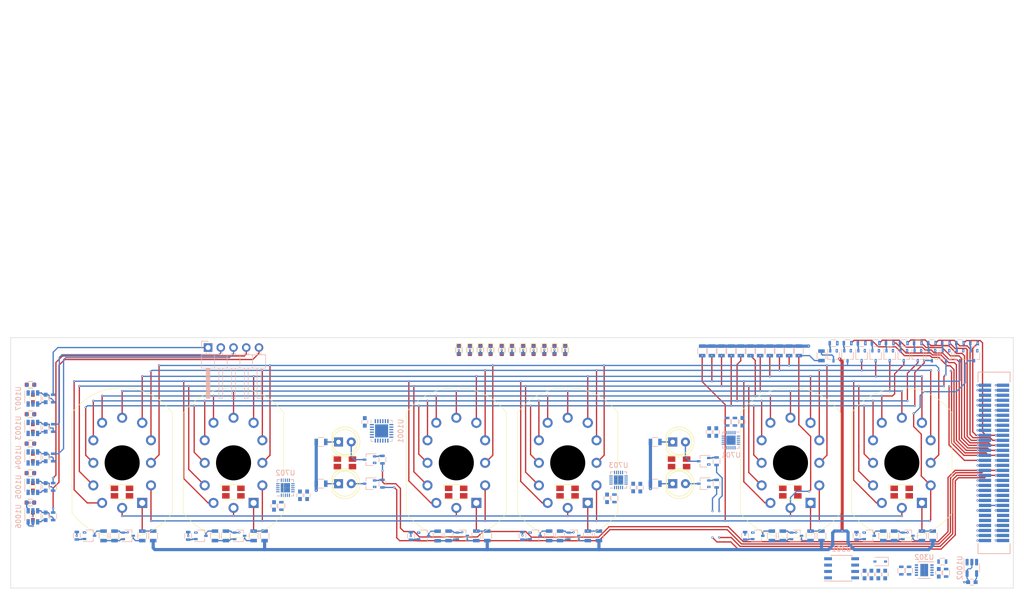
<source format=kicad_pcb>
(kicad_pcb (version 20221018) (generator pcbnew)
  (title_block (title "IN12 Carrier Board") (date "2023-06-10") (rev "PRELIM") (company "Drew Maatman"))
  (layers (0 "F.Cu" mixed) (1 "In1.Cu" power) (2 "In2.Cu" power) (31 "B.Cu" mixed) (34 "B.Paste" user) (35 "F.Paste" user) (36 "B.SilkS" user "B.Silkscreen") (37 "F.SilkS" user "F.Silkscreen") (38 "B.Mask" user) (39 "F.Mask" user) (44 "Edge.Cuts" user))
  (net 0 "")
  (net 1 "GND")
  (net 2 "+3.3V")
  (net 3 "Net-(U701-VCAP)")
  (net 4 "Net-(U702-VCAP)")
  (net 5 "Net-(U703-VCAP)")
  (net 6 "Net-(#FLG0301-pwr)")
  (net 7 "unconnected-(J201-Pin_23-Pad23)")
  (net 8 "unconnected-(J201-Pin_56-Pad56)")
  (net 9 "TUBE0_LED_B")
  (net 10 "TUBE0_LED_G")
  (net 11 "TUBE0_LED_R")
  (net 12 "TUBE3_LED_B")
  (net 13 "TUBE3_LED_G")
  (net 14 "TUBE3_LED_R")
  (net 15 "COLON0_LED_B")
  (net 16 "COLON0_LED_G")
  (net 17 "COLON0_LED_R")
  (net 18 "TUBE1_LED_B")
  (net 19 "TUBE1_LED_G")
  (net 20 "TUBE1_LED_R")
  (net 21 "TUBE4_LED_B")
  (net 22 "TUBE4_LED_G")
  (net 23 "TUBE4_LED_R")
  (net 24 "COLON1_LED_B")
  (net 25 "COLON1_LED_G")
  (net 26 "COLON1_LED_R")
  (net 27 "TUBE2_LED_B")
  (net 28 "TUBE2_LED_G")
  (net 29 "TUBE2_LED_R")
  (net 30 "TUBE5_LED_B")
  (net 31 "TUBE5_LED_G")
  (net 32 "TUBE5_LED_R")
  (net 33 "Net-(D1001-A)")
  (net 34 "Net-(D1002-A)")
  (net 35 "Net-(D1003-A)")
  (net 36 "Net-(D1004-A)")
  (net 37 "Net-(D1005-A)")
  (net 38 "Net-(D1006-A)")
  (net 39 "Net-(D1007-A)")
  (net 40 "Net-(D1008-A)")
  (net 41 "Net-(D1009-A)")
  (net 42 "Net-(D1010-A)")
  (net 43 "Net-(D1011-A)")
  (net 44 "Net-(Q401-B)")
  (net 45 "Net-(Q401-C)")
  (net 46 "Net-(Q402-B)")
  (net 47 "Net-(Q402-C)")
  (net 48 "Net-(Q403-B)")
  (net 49 "Net-(Q403-C)")
  (net 50 "Net-(Q404-B)")
  (net 51 "+180V")
  (net 52 "Net-(Q404-C)")
  (net 53 "Net-(Q405-B)")
  (net 54 "Net-(Q405-C)")
  (net 55 "Net-(Q406-B)")
  (net 56 "Net-(Q406-C)")
  (net 57 "Net-(Q407-B)")
  (net 58 "Net-(Q407-C)")
  (net 59 "Net-(Q408-B)")
  (net 60 "Net-(Q408-C)")
  (net 61 "Net-(Q409-B)")
  (net 62 "Net-(Q409-C)")
  (net 63 "Net-(Q410-B)")
  (net 64 "Net-(Q410-C)")
  (net 65 "Net-(Q411-B)")
  (net 66 "Net-(Q411-C)")
  (net 67 "Net-(Q412-B)")
  (net 68 "Net-(Q412-C)")
  (net 69 "Net-(Q501-B)")
  (net 70 "Cathode_0")
  (net 71 "Net-(Q502-B)")
  (net 72 "Cathode_2")
  (net 73 "Net-(Q503-B)")
  (net 74 "Cathode_4")
  (net 75 "Net-(Q504-B)")
  (net 76 "Cathode_6")
  (net 77 "Net-(Q505-B)")
  (net 78 "Cathode_8")
  (net 79 "Net-(Q506-B)")
  (net 80 "Cathode_1")
  (net 81 "Net-(Q507-B)")
  (net 82 "Cathode_3")
  (net 83 "Net-(Q508-B)")
  (net 84 "Cathode_5")
  (net 85 "Net-(Q509-B)")
  (net 86 "Cathode_7")
  (net 87 "Net-(Q510-B)")
  (net 88 "Cathode_9")
  (net 89 "Net-(Q511-B)")
  (net 90 "Net-(Q511-C)")
  (net 91 "Net-(Q512-B)")
  (net 92 "Colon_1_Cathode")
  (net 93 "Net-(Q513-B)")
  (net 94 "Colon_0_Cathode")
  (net 95 "Net-(U301-SCL)")
  (net 96 "Net-(U301-SDA)")
  (net 97 "Net-(U302-XORL)")
  (net 98 "Anode_1_DSP")
  (net 99 "Anode_3_DSP")
  (net 100 "Anode_5_DSP")
  (net 101 "Anode_0")
  (net 102 "Anode_2")
  (net 103 "Anode_4")
  (net 104 "Cathode_1_DSP")
  (net 105 "Cathode_3_DSP")
  (net 106 "Cathode_5_DSP")
  (net 107 "Anode_1")
  (net 108 "Anode_3")
  (net 109 "Anode_5")
  (net 110 "Cathode_7_DSP")
  (net 111 "Cathode_9_DSP")
  (net 112 "Colon_3_DSP")
  (net 113 "USB_UART_RX")
  (net 117 "Anode_0_DSP")
  (net 118 "Colon_1_DSP")
  (net 119 "Colon_0_DSP")
  (net 120 "Cathode_DP")
  (net 121 "Net-(V606-Anode)")
  (net 122 "Net-(V607-Anode)")
  (net 123 "Tube_LED_Enable")
  (net 124 "Net-(U701-IREF)")
  (net 125 "Net-(U702-IREF)")
  (net 126 "Net-(U703-IREF)")
  (net 127 "+90V")
  (net 128 "Anode_2_DSP")
  (net 129 "Anode_4_DSP")
  (net 130 "Cathode_0_DSP")
  (net 131 "Cathode_2_DSP")
  (net 132 "Cathode_4_DSP")
  (net 133 "Display_Time_LED")
  (net 134 "Set_Time_LED")
  (net 135 "Display_Date_LED")
  (net 136 "Set_Date_LED")
  (net 137 "Display_Weekday_LED")
  (net 138 "Set_Weekday_LED")
  (net 139 "Display_Alarm_LED")
  (net 140 "Set_Alarm_LED")
  (net 141 "Alarm_Enable_LED")
  (net 142 "24HR_Mode_LED")
  (net 143 "Set_Brightness_LED")
  (net 148 "I2C_DSP_SDA")
  (net 149 "I2C_DSP_SCL")
  (net 153 "I2C_SDA")
  (net 154 "I2C_SCL")
  (net 169 "Cathode_6_DSP")
  (net 170 "Cathode_8_DSP")
  (net 171 "Cathode_DP_DSP")
  (net 172 "Colon_2_DSP")
  (net 173 "USB_UART_TX")
  (net 175 "Net-(Q514-B)")
  (net 176 "Colon_3_Cathode")
  (net 177 "Net-(Q515-B)")
  (net 178 "Colon_2_Cathode")
  (net 179 "Net-(V609-Anode)")
  (net 180 "Net-(V610-Anode)")
  (net 181 "Pushbutton_Down")
  (net 182 "Pushbutton_Up")
  (net 183 "Pushbutton_Right")
  (net 184 "Pushbutton_Left")
  (net 185 "Pushbutton_Power")
  (net 186 "Net-(U1003-SNS)")
  (net 187 "Net-(U1003-SNSK)")
  (net 188 "Pushbutton_Power_SNS")
  (net 189 "Pushbutton_Left_SNS")
  (net 190 "Pushbutton_Right_SNS")
  (net 191 "Pushbutton_Up_SNS")
  (net 192 "Pushbutton_Down_SNS")
  (net 193 "Net-(U1004-SNSK)")
  (net 194 "Net-(U1004-SNS)")
  (net 195 "Net-(U1005-SNSK)")
  (net 196 "Net-(U1005-SNS)")
  (net 197 "Net-(U1006-SNSK)")
  (net 198 "Net-(U1006-SNS)")
  (net 199 "Net-(U1007-SNSK)")
  (net 200 "Net-(U1007-SNS)")
  (footprint "Capacitors_SMD:C_0603" (layer "F.Cu") (at 39.6775 100.37495 90)
    (fp_text reference "C1011" hide)
    (fp_text value "0.1uF")
  )
  (footprint "Capacitors_SMD:C_0603" (layer "F.Cu") (at 39.6775 106.2658 90)
    (fp_text reference "C1012" hide)
    (fp_text value "0.1uF")
  )
  (footprint "Capacitors_SMD:C_0603" (layer "F.Cu") (at 39.6826 94.4929 90)
    (fp_text reference "C1017" hide)
    (fp_text value "0.1uF")
  )
  (footprint "MountingHole:MountingHole_3mm" (layer "F.Cu") (at 38.263534 129.344)
    (fp_text reference "H1201" hide)
    (fp_text value "MountingHole")
  )
  (footprint "LEDs:LED_0603" (layer "F.Cu") (at 141.7068 84.8086 -90)
    (fp_text reference "D1009" hide)
    (fp_text value "Orange")
  )
  (footprint "Custom Footprints Library:IN-12B" (layer "F.Cu") (at 57.485754 107.344)
    (fp_text reference "V601" hide)
    (fp_text value "IN12B")
  )
  (footprint "Capacitors_SMD:C_0603" (layer "F.Cu") (at 39.2 91.7497)
    (fp_text reference "C1006" hide)
    (fp_text value "0.1uF")
  )
  (footprint "Capacitors_SMD:C_0603" (layer "F.Cu") (at 39.6826 112.13905 90)
    (fp_text reference "C1013" hide)
    (fp_text value "0.1uF")
  )
  (footprint "MountingHole:MountingHole_3mm" (layer "F.Cu") (at 101.9302 85.344)
    (fp_text reference "H1203" hide)
    (fp_text value "MountingHole")
  )
  (footprint "LED_SMD:LED_Avago_PLCC4_3.2x2.8mm_CW" (layer "F.Cu") (at 124.121464 113.1824)
    (fp_text reference "D702" hide)
    (fp_text value "ASMB-MTB0-0A3A2")
  )
  (footprint "Capacitors_SMD:C_0603" (layer "F.Cu") (at 39.1746 115.2779)
    (fp_text reference "C1005" hide)
    (fp_text value "0.1uF")
  )
  (footprint "Capacitors_SMD:C_0603" (layer "F.Cu") (at 39.1746 109.39585)
    (fp_text reference "C1004" hide)
    (fp_text value "0.1uF")
  )
  (footprint "MountingHole:MountingHole_3mm" (layer "F.Cu") (at 38.263534 85.344)
    (fp_text reference "H1202" hide)
    (fp_text value "MountingHole")
  )
  (footprint "LEDs:LED_0603" (layer "F.Cu") (at 133.2232 84.8086 -90)
    (fp_text reference "D1005" hide)
    (fp_text value "Orange")
  )
  (footprint "LEDs:LED_0603" (layer "F.Cu") (at 128.956 84.8086 -90)
    (fp_text reference "D1003" hide)
    (fp_text value "Orange")
  )
  (footprint "Capacitors_SMD:C_0603" (layer "F.Cu") (at 39.1949 97.63175)
    (fp_text reference "C1015" hide)
    (fp_text value "0.1uF")
  )
  (footprint "MountingHole:MountingHole_3mm" (layer "F.Cu") (at 168.596468 85.3314)
    (fp_text reference "H1205" hide)
    (fp_text value "MountingHole")
  )
  (footprint "LED_SMD:LED_Avago_PLCC4_3.2x2.8mm_CW" (layer "F.Cu") (at 101.930198 107.344)
    (fp_text reference "D703" hide)
    (fp_text value "ASMB-MTB0-0A3A2")
  )
  (footprint "LED_SMD:LED_Avago_PLCC4_3.2x2.8mm_CW" (layer "F.Cu") (at 168.596864 107.344)
    (fp_text reference "D706" hide)
    (fp_text value "ASMB-MTB0-0A3A2")
  )
  (footprint "MountingHole:MountingHole_3mm" (layer "F.Cu") (at 232.263134 85.3314)
    (fp_text reference "H1207" hide)
    (fp_text value "MountingHole")
  )
  (footprint "LED_SMD:LED_Avago_PLCC4_3.2x2.8mm_CW" (layer "F.Cu") (at 79.67702 113.1824)
    (fp_text reference "D705" hide)
    (fp_text value "ASMB-MTB0-0A3A2")
  )
  (footprint "LEDs:LED_0603" (layer "F.Cu") (at 124.6634 84.8086 -90)
    (fp_text reference "D1001" hide)
    (fp_text value "Orange")
  )
  (footprint "LED_SMD:LED_Avago_PLCC4_3.2x2.8mm_CW" (layer "F.Cu") (at 213.01035 113.1824)
    (fp_text reference "D701" hide)
    (fp_text value "ASMB-MTB0-0A3A2")
  )
  (footprint "LED_THT:LED_D5.0mm" (layer "F.Cu") (at 167.321862 103.177335)
    (fp_text reference "V609" hide)
    (fp_text value "IN3")
  )
  (footprint "Capacitors_SMD:C_0603" (layer "F.Cu") (at 39.1797 103.505)
    (fp_text reference "C1003" hide)
    (fp_text value "0.1uF")
  )
  (footprint "LED_SMD:LED_Avago_PLCC4_3.2x2.8mm_CW" (layer "F.Cu") (at 146.343686 113.1824)
    (fp_text reference "D707" hide)
    (fp_text value "ASMB-MTB0-0A3A2")
  )
  (footprint "Custom Footprints Library:IN-12B" (layer "F.Cu") (at 190.819084 107.344)
    (fp_text reference "V602" hide)
    (fp_text value "IN12B")
  )
  (footprint "LEDs:LED_0603" (layer "F.Cu") (at 145.8724 84.8086 -90)
    (fp_text reference "D1011" hide)
    (fp_text value "Orange")
  )
  (footprint "LEDs:LED_0603" (layer "F.Cu") (at 137.4904 84.8086 -90)
    (fp_text reference "D1007" hide)
    (fp_text value "Orange")
  )
  (footprint "Custom Footprints Library:IN-12B" (layer "F.Cu") (at 124.152418 107.344)
    (fp_text reference "V605" hide)
    (fp_text value "IN12B")
  )
  (footprint "Custom Footprints Library:IN-12B" (layer "F.Cu") (at 213.041304 107.344)
    (fp_text reference "V604" hide)
    (fp_text value "IN12B")
  )
  (footprint "Custom Footprints Library:IN-12B" (layer "F.Cu") (at 146.37464 107.344)
    (fp_text reference "V608" hide)
    (fp_text value "IN12B")
  )
  (footprint "LED_THT:LED_D5.0mm" (layer "F.Cu") (at 167.321862 111.510665)
    (fp_text reference "V610" hide)
    (fp_text value "IN3")
  )
  (footprint "LEDs:LED_0603" (layer "F.Cu") (at 126.8732 84.8086 -90)
    (fp_text reference "D1002" hide)
    (fp_text value "Orange")
  )
  (footprint "LEDs:LED_0603" (layer "F.Cu") (at 143.7388 84.8086 -90)
    (fp_text reference "D1010" hide)
    (fp_text value "Orange")
  )
  (footprint "MountingHole:MountingHole_3mm" (layer "F.Cu") (at 232.263534 129.344)
    (fp_text reference "H1208" hide)
    (fp_text value "MountingHole")
  )
  (footprint "LEDs:LED_0603" (layer "F.Cu") (at 130.988 84.8086 -90)
    (fp_text reference "D1004" hide)
    (fp_text value "Orange")
  )
  (footprint "LEDs:LED_0603" (layer "F.Cu") (at 139.5732 84.8086 -90)
    (fp_text reference "D1008" hide)
    (fp_text value "Orange")
  )
  (footprint "MountingHole:MountingHole_3mm" (layer "F.Cu") (at 101.9302 129.344)
    (fp_text reference "H1204" hide)
    (fp_text value "MountingHole")
  )
  (footprint "LED_THT:LED_D5.0mm" (layer "F.Cu") (at 100.655196 103.177335)
    (fp_text reference "V606" hide)
    (fp_text value "IN3")
  )
  (footprint "LED_SMD:LED_Avago_PLCC4_3.2x2.8mm_CW" (layer "F.Cu") (at 57.4548 113.1824)
    (fp_text reference "D708" hide)
    (fp_text value "ASMB-MTB0-0A3A2")
  )
  (footprint "LEDs:LED_0603" (layer "F.Cu") (at 135.2552 84.8086 -90)
    (fp_text reference "D1006" hide)
    (fp_text value "Orange")
  )
  (footprint "Capacitors_SMD:C_0603" (layer "F.Cu") (at 39.6826 118.0211 90)
    (fp_text reference "C1014" hide)
    (fp_text value "0.1uF")
  )
  (footprint "MountingHole:MountingHole_3mm" (layer "F.Cu") (at 168.596468 129.344)
    (fp_text reference "H1206" hide)
    (fp_text value "MountingHole")
  )
  (footprint "LED_THT:LED_D5.0mm" (layer "F.Cu") (at 100.655196 111.510665)
    (fp_text reference "V607" hide)
    (fp_text value "IN3")
  )
  (footprint "Custom Footprints Library:IN-12B" (layer "F.Cu") (at 79.707974 107.344)
    (fp_text reference "V603" hide)
    (fp_text value "IN12B")
  )
  (footprint "LED_SMD:LED_Avago_PLCC4_3.2x2.8mm_CW" (layer "F.Cu") (at 190.78813 113.1824)
    (fp_text reference "D704" hide)
    (fp_text value "ASMB-MTB0-0A3A2")
  )
  (footprint "TO_SOT_Packages_SMD:SOT-323_SC-70" (layer "B.Cu") (at 73.2028 121.92)
    (fp_text reference "Q403" hide)
    (fp_text value "MMSTA42")
  )
  (footprint "Resistors_SMD:R_0603" (layer "B.Cu") (at 43.7212 112.13905 -90)
    (fp_text reference "R1018" hide)
    (fp_text value "499")
  )
  (footprint "Resistors_SMD:R_0805" (layer "B.Cu") (at 144.8562 121.92 90)
    (fp_text reference "R408" hide)
    (fp_text value "100k")
  )
  (footprint "Resistors_SMD:R_0603" (layer "B.Cu") (at 135.2552 84.8086 -90)
    (fp_text reference "R1006" hide)
    (fp_text value "499")
  )
  (footprint "Resistors_SMD:R_0603" (layer "B.Cu") (at 202.207152 83.439 180)
    (fp_text reference "R510" hide)
    (fp_text value "10k")
  )
  (footprint "TO_SOT_Packages_SMD:SOT-323_SC-70" (layer "B.Cu") (at 173.5168 107.0222 180)
    (fp_text reference "Q515" hide)
    (fp_text value "MMSTA42")
  )
  (footprint "Capacitors_SMD:C_0603" (layer "B.Cu") (at 87.7824 115.951 -90)
    (fp_text reference "C702" hide)
    (fp_text value "10uF")
  )
  (footprint "Resistors_SMD:R_0603" (layer "B.Cu") (at 130.988 84.8086 -90)
    (fp_text reference "R1004" hide)
    (fp_text value "499")
  )
  (footprint "Capacitors_SMD:C_0603" (layer "B.Cu") (at 205.5948 129.6416 90)
    (fp_text reference "C304" hide)
    (fp_text value "0.1uF")
  )
  (footprint "TO_SOT_Packages_SMD:SOT-323_SC-70" (layer "B.Cu") (at 139.8778 121.92)
    (fp_text reference "Q402" hide)
    (fp_text value "MMSTA42")
  )
  (footprint "Diode_SMD:D_SOD-323" (layer "B.Cu") (at 208.719 127.0508 180)
    (fp_text reference "D301" hide)
    (fp_text value "BAT48JFILM")
  )
  (footprint "Resistors_SMD:R_0805" (layer "B.Cu") (at 209.3214 121.92 -90)
    (fp_text reference "R404" hide)
    (fp_text value "470k")
  )
  (footprint "Resistors_SMD:R_0805" (layer "B.Cu") (at 53.7718 121.92 -90)
    (fp_text reference "R418" hide)
    (fp_text value "470k")
  )
  (footprint "Resistors_SMD:R_0603" (layer "B.Cu") (at 39.1797 103.505)
    (fp_text reference "R1012" hide)
    (fp_text value "10k")
  )
  (footprint "Resistors_SMD:R_0603" (layer "B.Cu") (at 143.7388 84.8086 -90)
    (fp_text reference "R1010" hide)
    (fp_text value "499")
  )
  (footprint "Resistors_SMD:R_0603" (layer "B.Cu") (at 43.7212 118.0211 -90)
    (fp_text reference "R1019" hide)
    (fp_text value "499")
  )
  (footprint "Resistors_SMD:R_0603" (layer "B.Cu") (at 109.4138 111.506 90)
    (fp_text reference "R512" hide)
    (fp_text value "10k")
  )
  (footprint "Resistors_SMD:R_0603" (layer "B.Cu") (at 205.010958 83.439 180)
    (fp_text reference "R505" hide)
    (fp_text value "10k")
  )
  (footprint "Capacitors_SMD:C_0603" (layer "B.Cu") (at 160.8582 112.2934 90)
    (fp_text reference "C706" hide)
    (fp_text value "10uF")
  )
  (footprint "Resistors_SMD:R_0805" (layer "B.Cu") (at 175.13046 84.9884 90)
    (fp_text reference "R808" hide)
    (fp_text value "470k")
  )
  (footprint "Capacitors_SMD:C_0603" (layer "B.Cu") (at 174.5996 101.1936 -90)
    (fp_text reference "C704" hide)
    (fp_text value "10uF")
  )
  (footprint "Resistors_SMD:R_0603" (layer "B.Cu") (at 141.7068 84.8086 -90)
    (fp_text reference "R1009" hide)
    (fp_text value "499")
  )
  (footprint "Capacitors_SMD:C_0603" (layer "B.Cu") (at 226.9998 131.1711 180)
    (fp_text reference "C1001" hide)
    (fp_text value "0.1uF")
  )
  (footprint "Custom Footprints Library:CONN_5120528-1_TYC" (layer "B.Cu") (at 233.231134 91.850001 -90)
    (fp_text reference "J201" hide)
    (fp_text value "Conn_02x32_Top_Bottom")
  )
  (footprint "TO_SOT_Packages_SMD:SOT-323_SC-70" (layer "B.Cu") (at 224.6376 85.9536 -90)
    (fp_text reference "Q506" hide)
    (fp_text value "MMSTA42")
  )
  (footprint "Capacitors_SMD:C_0603" (layer "B.Cu") (at 209.7096 129.6416 90)
    (fp_text reference "C301" hide)
    (fp_text value "10uF")
  )
  (footprint "Resistors_SMD:R_0805" (layer "B.Cu") (at 142.6718 121.92 -90)
    (fp_text reference "R405" hide)
    (fp_text value "470k")
  )
  (footprint "Resistors_SMD:R_0603" (layer "B.Cu") (at 210.61857 83.439 180)
    (fp_text reference "R504" hide)
    (fp_text value "10k")
  )
  (footprint "Resistors_SMD:R_0805" (layer "B.Cu") (at 187.0964 121.92 -90)
    (fp_text reference "R416" hide)
    (fp_text value "470k")
  )
  (footprint "Resistors_SMD:R_0603" (layer "B.Cu") (at 203.9874 121.92 -90)
    (fp_text reference "R401" hide)
    (fp_text value "10k")
  )
  (footprint "TO_SOT_Packages_SMD:SOT-323_SC-70" (layer "B.Cu") (at 50.9778 121.8946)
    (fp_text reference "Q409" hide)
    (fp_text value "MMSTA42")
  )
  (footprint "Housings_DFN_QFN:UQFN-20-1EP_3x3mm_Pitch0.4mm" (layer "B.Cu") (at 156.5148 110.7694)
    (fp_text reference "U703")
    (fp_text value "LP5009")
  )
  (footprint "Resistors_SMD:R_0603" (layer "B.Cu") (at 176.0728 107.0222 90)
    (fp_text reference "R516" hide)
    (fp_text value "10k")
  )
  (footprint "Resistors_SMD:R_0805" (layer "B.Cu") (at 188.62548 84.9884 90)
    (fp_text reference "R815" hide)
    (fp_text value "470k")
  )
  (footprint "Resistors_SMD:R_0603" (layer "B.Cu") (at 43.7263 106.2736 -90)
    (fp_text reference "R1017" hide)
    (fp_text value "499")
  )
  (footprint "Resistors_SMD:R_0603" (layer "B.Cu") (at 39.1746 109.39585)
    (fp_text reference "R1013" hide)
    (fp_text value "10k")
  )
  (footprint "Resistors_SMD:R_0805" (layer "B.Cu") (at 197.0024 85.979 -90)
    (fp_text reference "R514" hide)
    (fp_text value "18k")
  )
  (footprint "Resistors_SMD:R_0805" (layer "B.Cu") (at 97.155 103.1748)
    (fp_text reference "R601" hide)
    (fp_text value "10k")
  )
  (footprint "TO_SOT_Packages_SMD:SOT-23-6" (layer "B.Cu") (at 39.6826 112.13905 -90)
    (fp_text reference "U1005")
    (fp_text value "AT42QT1010-TSHR")
  )
  (footprint "TO_SOT_Packages_SMD:SOT-323_SC-70" (layer "B.Cu") (at 58.6994 121.92)
    (fp_text reference "Q412" hide)
    (fp_text value "MMSTA92")
  )
  (footprint "Resistors_SMD:R_0603" (layer "B.Cu") (at 126.8732 84.8086 -90)
    (fp_text reference "R1002" hide)
    (fp_text value "499")
  )
  (footprint "Resistors_SMD:R_0603" (layer "B.Cu") (at 137.4904 84.8086 -90)
    (fp_text reference "R1007" hide)
    (fp_text value "499")
  )
  (footprint "Resistors_SMD:R_0603" (layer "B.Cu") (at 227.441406 83.439 180)
    (fp_text reference "R501" hide)
    (fp_text value "10k")
  )
  (footprint "Resistors_SMD:R_0603" (layer "B.Cu") (at 155.702 114.427 -90)
    (fp_text reference "R706" hide)
    (fp_text value "3.65k")
  )
  (footprint "Resistors_SMD:R_0805" (layer "B.Cu") (at 150.3934 121.92 -90)
    (fp_text reference "R411" hide)
    (fp_text value "18k")
  )
  (footprint "Capacitors_SMD:C_0603" (layer "B.Cu") (at 42.2277 100.37495 90)
    (fp_text reference "C1007" hide)
    (fp_text value "10nF")
  )
  (footprint "Resistors_SMD:R_0805" (layer "B.Cu") (at 130.3274 121.92 -90)
    (fp_text reference "R804" hide)
    (fp_text value "470k")
  )
  (footprint "Capacitors_SMD:C_0603" (layer "B.Cu") (at 181.2036 99.1362 90)
    (fp_text reference "C701" hide)
    (fp_text value "10uF")
  )
  (footprint "Capacitors_SMD:C_0603" (layer "B.Cu") (at 42.2226 118.0211 90)
    (fp_text reference "C1010" hide)
    (fp_text value "10nF")
  )
  (footprint "Resistors_SMD:R_0603" (layer "B.Cu") (at 133.2232 84.8086 -90)
    (fp_text reference "R1005" hide)
    (fp_text value "499")
  )
  (footprint "TO_SOT_Packages_SMD:SOT-323_SC-70" (layer "B.Cu") (at 192.024 121.92)
    (fp_text reference "Q410" hide)
    (fp_text value "MMSTA92")
  )
  (footprint "TO_SOT_Packages_SMD:SOT-323_SC-70" (layer "B.Cu") (at 147.5994 121.92)
    (fp_text reference "Q405" hide)
    (fp_text value "MMSTA92")
  )
  (footprint "TO_SOT_Packages_SMD:SOT-323_SC-70" (layer "B.Cu") (at 207.814764 85.9536 -90)
    (fp_text reference "Q509" hide)
    (fp_text value "MMSTA42")
  )
  (footprint "Package_TO_SOT_SMD:SOT-23-5" (layer "B.Cu") (at 226.9998 128.3009 -90)
    (fp_text reference "U1002")
    (fp_text value "24AA02-OT")
  )
  (footprint "Resistors_SMD:R_0805" (layer "B.Cu") (at 163.83 103.1748)
    (fp_text reference "R603" hide)
    (fp_text value "10k")
  )
  (footprint "Resistors_SMD:R_0603" (layer "B.Cu") (at 214.4776 128.8542 90)
    (fp_text reference "R301" hide)
    (fp_text value "10k")
  )
  (footprint "Resistors_SMD:R_0805" (layer "B.Cu") (at 122.6058 121.92 90)
    (fp_text reference "R420" hide)
    (fp_text value "100k")
  )
  (footprint "Capacitors_SMD:C_0603" (layer "B.Cu") (at 176.022 101.1936 -90)
    (fp_text reference "C707" hide)
    (fp_text value "0.1uF")
  )
  (footprint "TO_SOT_Packages_SMD:SOT-323_SC-70" (layer "B.Cu") (at 227.441406 85.9536 -90)
    (fp_text reference "Q501" hide)
    (fp_text value "MMSTA42")
  )
  (footprint "Resistors_SMD:R_0603" (layer "B.Cu") (at 48.4378 121.8946 -90)
    (fp_text reference "R415" hide)
    (fp_text value "10k")
  )
  (footprint "Resistors_SMD:R_0805" (layer "B.Cu") (at 217.043 121.92 -90)
    (fp_text reference "R410" hide)
    (fp_text value "18k")
  )
  (footprint "Resistors_SMD:R_0805" (layer "B.Cu") (at 180.91404 84.9884 90)
    (fp_text reference "R811" hide)
    (fp_text value "470k")
  )
  (footprint "Resistors_SMD:R_0603" (layer "B.Cu") (at 89.2556 115.951 -90)
    (fp_text reference "R705" hide)
    (fp_text value "3.65k")
  )
  (footprint "Resistors_SMD:R_0603" (layer "B.Cu") (at 213.422376 83.439 180)
    (fp_text reference "R508" hide)
    (fp_text value "10k")
  )
  (footprint "Resistors_SMD:R_0603" (layer "B.Cu") (at 219.029988 83.439 180)
    (fp_text reference "R507" hide)
    (fp_text value "10k")
  )
  (footprint "TO_SOT_Packages_SMD:SOT-23-6" (layer "B.Cu") (at 39.6826 118.0211 -90)
    (fp_text reference "U1006")
    (fp_text value "AT42QT1010-TSHR")
  )
  (footprint "Resistors_SMD:R_0603" (layer "B.Cu") (at 139.5732 84.8086 -90)
    (fp_text reference "R1008" hide)
    (fp_text value "499")
  )
  (footprint "TO_SOT_Packages_SMD:SOT-323_SC-70" (layer "B.Cu") (at 202.207152 85.9536 -90)
    (fp_text reference "Q510" hide)
    (fp_text value "MMSTA42")
  )
  (footprint "Capacitors_SMD:C_0603" (layer "B.Cu") (at 42.2226 112.13905 90)
    (fp_text reference "C1009" hide)
    (fp_text value "10nF")
  )
  (footprint "Resistors_SMD:R_0603" (layer "B.Cu") (at 178.2064 99.1362 90)
    (fp_text reference "R701" hide)
    (fp_text value "10k")
  )
  (footprint "Resistors_SMD:R_0603" (layer "B.Cu") (at 109.4138 106.7054 90)
    (fp_text reference "R513" hide)
    (fp_text value "10k")
  )
  (footprint "Resistors_SMD:R_0603" (layer "B.Cu") (at 124.6634 84.8086 -90)
    (fp_text reference "R1001" hide)
    (fp_text value "499")
  )
  (footprint "Resistors_SMD:R_0603" (layer "B.Cu") (at 181.7624 121.92 -90)
    (fp_text reference "R413" hide)
    (fp_text value "10k")
  )
  (footprint "Resistors_SMD:R_0805" (layer "B.Cu") (at 83.7184 121.92 -90)
    (fp_text reference "R412" hide)
    (fp_text value "18k")
  )
  (footprint "Resistors_SMD:R_0805" (layer "B.Cu") (at 61.4934 121.92 -90)
    (fp_text reference "R424" hide)
    (fp_text value "18k")
  )
  (footprint "TO_SOT_Packages_SMD:SOT-323_SC-70" (layer "B.Cu") (at 106.8578 111.506 180)
    (fp_text reference "Q512" hide)
    (fp_text value "MMSTA42")
  )
  (footprint "Resistors_SMD:R_0805" (layer "B.Cu") (at 120.4214 121.9454 -90)
    (fp_text reference "R417" hide)
    (fp_text value "470k")
  )
  (footprint "Capacitors_SMD:C_0603" (layer "B.Cu") (at 105.8926 99.1616 90)
    (fp_text reference "C1002" hide)
    (fp_text value "0.1uF")
  )
  (footprint "Resistors_SMD:R_0603" (layer "B.Cu") (at 212.9282 128.8542 90)
    (fp_text reference "R302" hide)
    (fp_text value "10k")
  )
  (footprint "Capacitors_SMD:C_0603" (layer "B.Cu") (at 94.3864 113.8174 90)
    (fp_text reference "C705" hide)
    (fp_text value "10uF")
  )
  (footprint "Resistors_SMD:R_0603" (layer "B.Cu") (at 179.7304 99.1362 90)
    (fp_text reference "R704" hide)
    (fp_text value "3.65k")
  )
  (footprint "Resistors_SMD:R_0805" (layer "B.Cu") (at 184.76976 84.9884 90)
    (fp_text reference "R813" hide)
    (fp_text value "470k")
  )
  (footprint "Capacitors_SMD:C_0603" (layer "B.Cu") (at 206.9664 129.6416 90)
    (fp_text reference "C303" hide)
    (fp_text value "10uF")
  )
  (footprint "Resistors_SMD:R_0805" (layer "B.Cu") (at 177.05832 84.9884 90)
    (fp_text reference "R809" hide)
    (fp_text value "470k")
  )
  (footprint "Resistors_SMD:R_0805" (layer "B.Cu") (at 78.1812 121.92 90)
    (fp_text reference "R409" hide)
    (fp_text value "100k")
  )
  (footprint "TO_SOT_Packages_SMD:SOT-23-6" (layer "B.Cu") (at 39.6826 94.4929 -90)
    (fp_text reference "U1007")
    (fp_text value "AT42QT1010-TSHR")
  )
  (footprint "TO_SOT_Packages_SMD:SOT-323_SC-70" (layer "B.Cu") (at 219.029988 85.9536 -90)
    (fp_text reference "Q507" hide)
    (fp_text value "MMSTA42")
  )
  (footprint "Capacitors_SMD:C_0603" (layer "B.Cu") (at 42.2277 106.2736 90)
    (fp_text reference "C1008" hide)
    (fp_text value "10nF")
  )
  (footprint "Resistors_SMD:R_0805" (layer "B.Cu") (at 75.9968 121.92 -90)
    (fp_text reference "R406" hide)
    (fp_text value "470k")
  )
  (footprint "TO_SOT_Packages_SMD:SOT-323_SC-70" (layer "B.Cu") (at 117.6274 121.9454)
    (fp_text reference "Q408" hide)
    (fp_text value "MMSTA42")
  )
  (footprint "Resistors_SMD:R_0805" (layer "B.Cu") (at 55.9562 121.92 90)
    (fp_text reference "R421" hide)
    (fp_text value "100k")
  )
  (footprint "Resistors_SMD:R_0805" (layer "B.Cu") (at 192.4812 84.9884 90)
    (fp_text reference "R817" hide)
    (fp_text value "470k")
  )
  (footprint "Resistors_SMD:R_0805" (layer "B.Cu") (at 173.2026 84.9884 90)
    (fp_text reference "R807" hide)
    (fp_text value "470k")
  )
  (footprint "Resistors_SMD:R_0603" (layer "B.Cu") (at 221.8755 129.2964 90)
    (fp_text reference "R304" hide)
    (fp_text value "1M")
  )
  (footprint "Resistors_SMD:R_0603" (layer "B.Cu") (at 216.226182 83.439 180)
    (fp_text reference "R503" hide)
    (fp_text value "10k")
  )
  (footprint "Housings_DFN_QFN:UQFN-20-1EP_3x3mm_Pitch0.4mm" (layer "B.Cu") (at 90.043 112.3188)
    (fp_text reference "U702")
    (fp_text value "LP5009")
  )
  (footprint "Housings_DFN_QFN:UQFN-20-1EP_3x3mm_Pitch0.4mm" (layer "B.Cu") (at 178.943 102.8192 180)
    (fp_text reference "U701")
    (fp_text value "LP5009")
  )
  (footprint "TO_SOT_Packages_SMD:SOT-323_SC-70" (layer "B.Cu") (at 216.226182 85.9536 -90)
    (fp_text reference "Q503" hide)
    (fp_text value "MMSTA42")
  )
  (footprint "Resistors_SMD:R_0805" (layer "B.Cu") (at 189.2808 121.92 90)
    (fp_text reference "R419" hide)
    (fp_text value "100k")
  )
  (footprint "Resistors_SMD:R_0805" (layer "B.Cu") (at 63.6778 121.92 -90)
    (fp_text reference "R806" hide)
    (fp_text value "470k")
  )
  (footprint "Connector_PinHeader_2.54mm:PinHeader_1x05_P2.54mm_Horizontal" (layer "B.Cu") (at 74.6252 84.328 -90)
    (fp_text reference "J1001" hide)
    (fp_text value "Cap SNS")
  )
  (footprint "TO_SOT_Packages_SMD:SOT-323_SC-70" (layer "B.Cu") (at 213.422376 85.9536 -90)
    (fp_text reference "Q508" hide)
    (fp_text value "MMSTA42")
  )
  (footprint "TO_SOT_Packages_SMD:SOT-323_SC-70" (layer "B.Cu") (at 210.61857 85.9536 -90)
    (fp_text reference "Q504" hide)
    (fp_text value "MMSTA42")
  )
  (footprint "TO_SOT_Packages_SMD:SOT-323_SC-70" (layer "B.Cu") (at 173.5328 111.506 180)
    (fp_text reference "Q514" hide)
    (fp_text value "MMSTA42")
  )
  (footprint "Resistors_SMD:R_0603" (layer "B.Cu") (at 207.814764 83.439 180)
    (fp_text reference "R509" hide)
    (fp_text value "10k")
  )
  (footprint "Capacitors_SMD:C_0603" (layer "B.Cu") (at 42.2226 94.4929 90)
    (fp_text reference "C1016" hide)
    (fp_text value "10nF")
  )
  (footprint "Resistors_SMD:R_0603" (layer "B.Cu") (at 199.403346 83.4518 180)
    (fp_text reference "R511" hide)
    (fp_text value "10k")
  )
  (footprint "Resistors_SMD:R_0603" (layer "B.Cu") (at 39.1949 97.63175)
    (fp_text reference "R1020" hide)
    (fp_text value "10k")
  )
  (footprint "Capacitors_SMD:C_0603" (layer "B.Cu") (at 154.2288 114.427 -90)
    (fp_text reference "C703" hide)
    (fp_text value "10uF")
  )
  (footprint "Resistors_SMD:R_0805" (layer "B.Cu") (at 163.83 111.506)
    (fp_text reference "R604" hide)
    (fp_text value "10k")
  )
  (footprint "Resistors_SMD:R_0603" (layer "B.Cu") (at 176.0888 111.506 90)
    (fp_text reference "R515" hide)
    (fp_text value "10k")
  )
  (footprint "TO_SOT_Packages_SMD:SOT-23-6" (layer "B.Cu") (at 39.6775 106.2658 -90)
    (fp_text reference "U1004")
    (fp_text value "AT42QT1010-TSHR")
  )
  (footprint "Resistors_SMD:R_0805" (layer "B.Cu") (at 85.9028 121.92 -90)
    (fp_text reference "R805" hide)
    (fp_text value "470k")
  )
  (footprint "Resistors_SMD:R_0805" (layer "B.Cu") (at 194.818 121.92 -90)
    (fp_text reference "R422" hide)
    (fp_text value "18k")
  )
  (footprint "Resistors_SMD:R_0603" (layer "B.Cu") (at 39.2 91.7497)
    (fp_text reference "R1015" hide)
    (fp_text value "10k")
  )
  (footprint "Capacitors_SMD:C_0603" (layer "B.Cu") (at 220.4023 129.2964 90)
    (fp_text reference "C305" hide)
    (fp_text value "0.1uF")
  )
  (footprint "Resistors_SMD:R_0805" (layer "B.Cu") (at 152.6032 121.92 -90)
    (fp_text reference "R803" hide)
    (fp_text value "470k")
  )
  (footprint "Resistors_SMD:R_0805" (layer "B.Cu") (at 97.155 111.506)
    (fp_text reference "R602" hide)
    (fp_text value "10k")
  )
  (footprint "TO_SOT_Packages_SMD:SOT-323_SC-70" (layer "B.Cu") (at 106.8578 106.7054 180)
    (fp_text reference "Q513" hide)
    (fp_text value "MMSTA42")
  )
  (footprint "Resistors_SMD:R_0603" (layer "B.Cu") (at 43.7212 94.4929 -90)
    (fp_text reference "R1021" hide)
    (fp_text value "499")
  )
  (footprint "Capacitors_SMD:C_0603" (layer "B.Cu") (at 92.964 113.8174 90)
    (fp_text reference "C708" hide)
    (fp_text value "0.1uF")
  )
  (footprint "Resistors_SMD:R_0603" (layer "B.Cu") (at 128.956 84.8086 -90)
    (fp_text reference "R1003" hide)
    (fp_text value "499")
  )
  (footprint "Resistors_SMD:R_0603" (layer "B.Cu") (at 43.7263 100.37495 -90)
    (fp_text reference "R1016" hide)
    (fp_text value "499")
  )
  (footprint "TO_SOT_Packages_SMD:SOT-323_SC-70" (layer "B.Cu") (at 205.010958 85.9536 -90)
    (fp_text reference "Q505" hide)
    (fp_text value "MMSTA42")
  )
  (footprint "TO_SOT_Packages_SMD:SOT-323_SC-70" (layer "B.Cu") (at 184.3024 121.92)
    (fp_text reference "Q407" hide)
    (fp_text value "MMSTA42")
  )
  (footprint "Resistors_SMD:R_0805" (layer "B.Cu") (at 178.98618 84.9884 90)
    (fp_text reference "R810" hide)
    (fp_text value "470k")
  )
  (footprint "TO_SOT_Packages_SMD:SOT-23-6" (layer "B.Cu") (at 39.6775 100.37495 -90)
    (fp_text reference "U1003")
    (fp_text value "AT42QT1010-TSHR")
  )
  (footprint "Resistors_SMD:R_0805" (layer "B.Cu") (at 197.0024 121.92 -90)
    (fp_text reference "R802" hide)
    (fp_text value "470k")
  )
  (footprint "Resistors_SMD:R_0603" (layer "B.Cu") (at 70.6628 121.92 -90)
    (fp_text reference "R403" hide)
    (fp_text value "10k")
  )
  (footprint "TO_SOT_Packages_SMD:SOT-323_SC-70" (layer "B.Cu") (at 206.5274 121.92)
    (fp_text reference "Q401" hide)
    (fp_text value "MMSTA42")
  )
  (footprint "Resistors_SMD:R_0603" (layer "B.Cu") (at 137.3378 121.92 -90)
    (fp_text reference "R402" hide)
    (fp_text value "10k")
  )
  (footprint "TO_SOT_Packages_SMD:SOT-323_SC-70" (layer "B.Cu") (at 125.349 121.92)
    (fp_text reference "Q411" hide)
    (fp_text value "MMSTA92")
  )
  (footprint "TO_SOT_Packages_SMD:SOT-323_SC-70" (layer "B.Cu") (at 199.403346 85.9664 -90)
    (fp_text reference "Q511" hide)
    (fp_text value "MMSTA42")
  )
  (footprint "Resistors_SMD:R_0603" (layer "B.Cu") (at 115.0874 121.9454 -90)
    (fp_text reference "R414" hide)
    (fp_text value "10k")
  )
  (footprint "Capacitors_SMD:C_0603" (layer "B.Cu") (at 159.4358 112.268 90)
    (fp_text reference "C709" hide)
    (fp_text value "0.1uF")
  )
  (footprint "Package_DFN_QFN:QFN-24-1EP_4x4mm_P0.5mm_EP2.6x2.6mm" (layer "B.Cu") (at 109.2454 100.965 -90)
    (fp_text reference "U1001")
    (fp_text value "TCA9555RGER")
  )
  (footprint "TO_SOT_Packages_SMD:SOT-323_SC-70" (layer "B.Cu") (at 80.9244 121.92)
    (fp_text reference "Q406" hide)
    (fp_text value "MMSTA92")
  )
  (footprint "Housings_DFN_QFN:DFN-10-1EP_3x3mm_Pitch0.5mm" (layer "B.Cu") (at 217.5002 128.7526 180)
    (fp_text reference "U302")
    (fp_text value "LTC4316DD")
  )
  (footprint "Resistors_SMD:R_0805" (layer "B.Cu") (at 211.5058 121.92 90)
    (fp_text reference "R407" hide)
    (fp_text value "100k")
  )
  (footprint "Resistors_SMD:R_0603" (layer "B.Cu") (at 221.833794 83.439 180)
    (fp_text reference "R502" hide)
    (fp_text value "10k")
  )
  (footprint "Housings_SOIC:SOIC-8_3.9x4.9mm_Pitch1.27mm" (layer "B.Cu") (at 201.0156 128.397)
    (fp_text reference "U301")
    (fp_text value "DS1683")
  )
  (footprint "Resistors_SMD:R_0805" (layer "B.Cu") (at 182.8419 84.9884 90)
    (fp_text reference "R812" hide)
    (fp_text value "470k")
  )
  (footprint "Resistors_SMD:R_0603" (layer "B.Cu") (at 224.6376 83.439 180)
    (fp_text reference "R506" hide)
    (fp_text value "10k")
  )
  (footprint "Resistors_SMD:R_0603" (layer "B.Cu") (at 39.1746 115.2779)
    (fp_text reference "R1014" hide)
    (fp_text value "10k")
  )
  (footprint "Resistors_SMD:R_0805" (layer "B.Cu") (at 190.55334 84.9884 90)
    (fp_text reference "R816" hide)
    (fp_text value "470k")
  )
  (footprint "Resistors_SMD:R_0603" (layer "B.Cu") (at 145.8724 84.8086 -90)
    (fp_text reference "R1011" hide)
    (fp_text value "499")
  )
  (footprint "Resistors_SMD:R_0805" (layer "B.Cu") (at 219.202 121.92 -90)
    (fp_text reference "R801" hide)
    (fp_text value "470k")
  )
  (footprint "TO_SOT_Packages_SMD:SOT-323_SC-70" (layer "B.Cu") (at 221.833794 85.9536 -90)
    (fp_text reference "Q502" hide)
    (fp_text value "MMSTA42")
  )
  (footprint "Resistors_SMD:R_0805" (layer "B.Cu") (at 128.143 121.92 -90)
    (fp_text reference "R423" hide)
    (fp_text value "18k")
  )
  (footprint "TO_SOT_Packages_SMD:SOT-323_SC-70" (layer "B.Cu") (at 214.249 121.92)
    (fp_text reference "Q404" hide)
    (fp_text value "MMSTA92")
  )
  (footprint "Resistors_SMD:R_0805" (layer "B.Cu") (at 186.69762 84.9884 90)
    (fp_text reference "R814" hide)
    (fp_text value "470k")
  )
  (footprint "Capacitors_SMD:C_0603" (layer "B.Cu") (at 208.338 129.6416 90)
    (fp_text reference "C302" hide)
    (fp_text value "10uF")
  )
  (footprint "Resistors_SMD:R_0603" (layer "B.Cu") (at 221.1135 127.0612 180)
    (fp_text reference "R303" hide)
    (fp_text value "392k")
  )
  (gr_line locked (start 235.263534 82.344) (end 35.263534 82.344) (stroke (width 0.1)) (layer "Edge.Cuts"))
  (gr_line locked (start 35.263534 82.344) (end 35.263534 132.344) (stroke (width 0.1)) (layer "Edge.Cuts"))
  (gr_line locked (start 35.263534 132.344) (end 235.263534 132.344) (stroke (width 0.1)) (layer "Edge.Cuts"))
  (gr_line locked (start 235.263534 132.344) (end 235.263534 82.344) (stroke (width 0.1)) (layer "Edge.Cuts"))
  (segment (start 39.6826 117.9752) (end 39.6748 117.983) (width 0.254) (layer "F.Cu") (net 1))
  (segment (start 39.6826 117.2711) (end 39.6826 117.9752) (width 0.254) (layer "F.Cu") (net 1))
  (via (at 107.8484 107.3658) (size 0.4318) (drill 0.2) (layers "F.Cu" "B.Cu") (net 1))
  (via (at 228.159867 110.8464) (size 0.4318) (drill 0.2) (layers "F.Cu" "B.Cu") (net 1))
  (via (at 222.497014 84.9504) (size 0.4318) (drill 0.2) (layers "F.Cu" "B.Cu") (net 1))
  (via (at 208.475164 84.9504) (size 0.4318) (drill 0.2) (layers "F.Cu" "B.Cu") (net 1))
  (via (at 216.878114 84.9504) (size 0.4318) (drill 0.2) (layers "F.Cu" "B.Cu") (net 1))
  (via (at 174.5234 112.1664) (size 0.4318) (drill 0.2) (layers "F.Cu" "B.Cu") (net 1))
  (via (at 231.8004 96.8464) (size 0.4318) (drill 0.2) (layers "F.Cu" "B.Cu") (net 1))
  (via (at 231.8004 100.8464) (size 0.4318) (drill 0.2) (layers "F.Cu" "B.Cu") (net 1))
  (via (at 225.4758 131.1656) (size 0.4318) (drill 0.2) (layers "F.Cu" "B.Cu") (net 1))
  (via (at 231.8004 93.8464) (size 0.4318) (drill 0.2) (layers "F.Cu" "B.Cu") (net 1))
  (via (at 205.5368 121.2596) (size 0.4318) (drill 0.2) (layers "F.Cu" "B.Cu") (net 1))
  (via (at 231.8004 92.8464) (size 0.4318) (drill 0.2) (layers "F.Cu" "B.Cu") (net 1))
  (via (at 228.159867 107.8464) (size 0.4318) (drill 0.2) (layers "F.Cu" "B.Cu") (net 1))
  (via (at 116.6114 121.285) (size 0.4318) (drill 0.2) (layers "F.Cu" "B.Cu") (net 1))
  (via (at 107.823 112.1664) (size 0.4318) (drill 0.2) (layers "F.Cu" "B.Cu") (net 1))
  (via (at 138.8872 121.285) (size 0.4318) (drill 0.2) (layers "F.Cu" "B.Cu") (net 1))
  (via (at 200.048922 84.9632) (size 0.4318) (drill 0.2) (layers "F.Cu" "B.Cu") (net 1))
  (via (at 231.8004 106.8464) (size 0.4318) (drill 0.2) (layers "F.Cu" "B.Cu") (net 1))
  (via (at 231.8004 121.8464) (size 0.4318) (drill 0.2) (layers "F.Cu" "B.Cu") (net 1))
  (via (at 72.1868 121.2596) (size 0.4318) (drill 0.2) (layers "F.Cu" "B.Cu") (net 1))
  (via (at 39.6748 117.983) (size 0.4318) (drill 0.2) (layers "F.Cu" "B.Cu") (net 1))
  (via (at 231.8004 95.8464) (size 0.4318) (drill 0.2) (layers "F.Cu" "B.Cu") (net 1))
  (via (at 174.5074 107.6572) (size 0.4318) (drill 0.2) (layers "F.Cu" "B.Cu") (net 1))
  (via (at 214.068664 84.9504) (size 0.4318) (drill 0.2) (layers "F.Cu" "B.Cu") (net 1))
  (via (at 211.259214 84.9504) (size 0.4318) (drill 0.2) (layers "F.Cu" "B.Cu") (net 1))
  (via (at 183.3118 121.2596) (size 0.4318) (drill 0.2) (layers "F.Cu" "B.Cu") (net 1))
  (via (at 231.8004 110.8464) (size 0.4318) (drill 0.2) (layers "F.Cu" "B.Cu") (net 1))
  (via (at 205.665714 84.9504) (size 0.4318) (drill 0.2) (layers "F.Cu" "B.Cu") (net 1))
  (via (at 231.8004 114.8464) (size 0.4318) (drill 0.2) (layers "F.Cu" "B.Cu") (net 1))
  (via (at 202.856264 84.9504) (size 0.4318) (drill 0.2) (layers "F.Cu" "B.Cu") (net 1))
  (via (at 231.8004 122.8464) (size 0.4318) (drill 0.2) (layers "F.Cu" "B.Cu") (net 1))
  (via (at 49.9872 121.2596) (size 0.4318) (drill 0.2) (layers "F.Cu" "B.Cu") (net 1))
  (via (at 219.687564 84.9504) (size 0.4318) (drill 0.2) (layers "F.Cu" "B.Cu") (net 1))
  (via (at 231.8004 115.8464) (size 0.4318) (drill 0.2) (layers "F.Cu" "B.Cu") (net 1))
  (via (at 228.115914 84.9504) (size 0.4318) (drill 0.2) (layers "F.Cu" "B.Cu") (net 1))
  (via (at 231.8004 91.8464) (size 0.4318) (drill 0.2) (layers "F.Cu" "B.Cu") (net 1))
  (via (at 231.8004 94.8464) (size 0.4318) (drill 0.2) (layers "F.Cu" "B.Cu") (net 1))
  (via (at 228.159867 100.8464) (size 0.4318) (drill 0.2) (layers "F.Cu" "B.Cu") (net 1))
  (via (at 231.8004 119.8464) (size 0.4318) (drill 0.2) (layers "F.Cu" "B.Cu") (net 1))
  (via (at 231.8004 120.8464) (size 0.4318) (drill 0.2) (layers "F.Cu" "B.Cu") (net 1))
  (via (at 231.8004 107.8464) (size 0.4318) (drill 0.2) (layers "F.Cu" "B.Cu") (net 1))
  (via (at 225.306464 84.9504) (size 0.4318) (drill 0.2) (layers "F.Cu" "B.Cu") (net 1))
  (segment (start 231.804 114.85) (end 231.8004 114.8464) (width 0.254) (layer "B.Cu") (net 1))
  (segment (start 226.0498 128.7374) (end 226.2886 128.4986) (width 0.2) (layer "B.Cu") (net 1))
  (segment (start 231.804 120.85) (end 231.8004 120.8464) (width 0.254) (layer "B.Cu") (net 1))
  (segment (start 39.6748 117.983) (end 39.6748 116.9289) (width 0.254) (layer "B.Cu") (net 1))
  (segment (start 39.6748 116.9289) (end 39.6826 116.9211) (width 0.254) (layer "B.Cu") (net 1))
  (segment (start 233.231133 91.85) (end 231.804 91.85) (width 0.254) (layer "B.Cu") (net 1))
  (segment (start 233.231133 100.85) (end 231.804 100.85) (width 0.254) (layer "B.Cu") (net 1))
  (segment (start 225.4813 131.1711) (end 225.4758 131.1656) (width 0.2) (layer "B.Cu") (net 1))
  (segment (start 233.231133 114.85) (end 231.804 114.85) (width 0.254) (layer "B.Cu") (net 1))
  (segment (start 233.231133 95.85) (end 231.804 95.85) (width 0.254) (layer "B.Cu") (net 1))
  (segment (start 231.804 106.85) (end 231.8004 106.8464) (width 0.254) (layer "B.Cu") (net 1))
  (segment (start 233.231133 115.85) (end 231.804 115.85) (width 0.254) (layer "B.Cu") (net 1))
  (segment (start 231.804 107.85) (end 231.8004 107.8464) (width 0.254) (layer "B.Cu") (net 1))
  (segment (start 233.231133 107.85) (end 231.804 107.85) (width 0.254) (layer "B.Cu") (net 1))
  (segment (start 233.231133 120.85) (end 231.804 120.85) (width 0.254) (layer "B.Cu") (net 1))
  (segment (start 226.0498 130.4188) (end 226.0498 129.4384) (width 0.2) (layer "B.Cu") (net 1))
  (segment (start 233.231133 122.85) (end 231.804 122.85) (width 0.254) (layer "B.Cu") (net 1))
  (segment (start 226.2498 131.1711) (end 225.4813 131.1711) (width 0.2) (layer "B.Cu") (net 1))
  (segment (start 233.231133 110.85) (end 231.804 110.85) (width 0.254) (layer "B.Cu") (net 1))
  (segment (start 231.804 95.85) (end 231.8004 95.8464) (width 0.254) (layer "B.Cu") (net 1))
  (segment (start 228.163467 110.85) (end 228.159867 110.8464) (width 0.254) (layer "B.Cu") (net 1))
  (segment (start 226.2886 128.4986) (end 226.7458 128.4986) (width 0.2) (layer "B.Cu") (net 1))
  (segment (start 231.804 115.85) (end 231.8004 115.8464) (width 0.254) (layer "B.Cu") (net 1))
  (segment (start 226.0498 129.4384) (end 226.0498 128.7374) (width 0.2) (layer "B.Cu") (net 1))
  (segment (start 231.804 119.85) (end 231.8004 119.8464) (width 0.254) (layer "B.Cu") (net 1))
  (segment (start 231.804 96.85) (end 231.8004 96.8464) (width 0.254) (layer "B.Cu") (net 1))
  (segment (start 231.804 122.85) (end 231.8004 122.8464) (width 0.254) (layer "B.Cu") (net 1))
  (segment (start 231.804 100.85) (end 231.8004 100.8464) (width 0.254) (layer "B.Cu") (net 1))
  (segment (start 233.231133 106.85) (end 231.804 106.85) (width 0.254) (layer "B.Cu") (net 1))
  (segment (start 228.163467 100.85) (end 228.159867 100.8464) (width 0.254) (layer "B.Cu") (net 1))
  (segment (start 231.804 91.85) (end 231.8004 91.8464) (width 0.254) (layer "B.Cu") (net 1))
  (segment (start 231.804 92.85) (end 231.8004 92.8464) (width 0.254) (layer "B.Cu") (net 1))
  (segment (start 231.804 121.85) (end 231.8004 121.8464) (width 0.254) (layer "B.Cu") (net 1))
  (segment (start 233.231133 96.85) (end 231.804 96.85) (width 0.254) (layer "B.Cu") (net 1))
  (segment (start 229.631135 115.85) (end 231.7968 115.85) (width 0.254) (layer "B.Cu") (net 1))
  (segment (start 233.231133 92.85) (end 231.804 92.85) (width 0.254) (layer "B.Cu") (net 1))
  (segment (start 229.5906 100.85) (end 228.163467 100.85) (width 0.254) (layer "B.Cu") (net 1))
  (segment (start 233.231133 121.85) (end 231.804 121.85) (width 0.254) (layer "B.Cu") (net 1))
  (segment (start 233.231133 94.85) (end 231.804 94.85) (width 0.254) (layer "B.Cu") (net 1))
  (segment (start 228.163467 107.85) (end 228.159867 107.8464) (width 0.254) (layer "B.Cu") (net 1))
  (segment (start 233.231133 119.85) (end 231.804 119.85) (width 0.254) (layer "B.Cu") (net 1))
  (segment (start 233.231133 93.85) (end 231.804 93.85) (width 0.254) (layer "B.Cu") (net 1))
  (segment (start 229.5906 107.85) (end 228.163467 107.85) (width 0.254) (layer "B.Cu") (net 1))
  (segment (start 229.5906 110.85) (end 228.163467 110.85) (width 0.254) (layer "B.Cu") (net 1))
  (segment (start 226.2498 130.6188) (end 226.0498 130.4188) (width 0.2) (layer "B.Cu") (net 1))
  (segment (start 226.9998 128.2446) (end 226.9998 127.1634) (width 0.2) (layer "B.Cu") (net 1))
  (segment (start 231.7968 115.85) (end 231.8004 115.8464) (width 0.254) (layer "B.Cu") (net 1))
  (segment (start 226.2498 131.1711) (end 226.2498 130.6188) (width 0.2) (layer "B.Cu") (net 1))
  (segment (start 226.7458 128.4986) (end 226.9998 128.2446) (width 0.2) (layer "B.Cu") (net 1))
  (segment (start 231.804 93.85) (end 231.8004 93.8464) (width 0.254) (layer "B.Cu") (net 1))
  (segment (start 231.804 94.85) (end 231.8004 94.8464) (width 0.254) (layer "B.Cu") (net 1))
  (segment (start 231.804 110.85) (end 231.8004 110.8464) (width 0.254) (layer "B.Cu") (net 1))
  (segment (start 39.6826 118.7711) (end 39.6826 119.931) (width 0.254) (layer "F.Cu") (net 2))
  (segment (start 39.6826 119.931) (end 39.6748 119.9388) (width 0.254) (layer "F.Cu") (net 2))
  (via (at 228.159867 122.8464) (size 0.4318) (drill 0.2) (layers "F.Cu" "B.Cu") (net 2))
  (via (at 228.159867 121.8464) (size 0.4318) (drill 0.2) (layers "F.Cu" "B.Cu") (net 2))
  (via (at 228.159867 120.8464) (size 0.4318) (drill 0.2) (layers "F.Cu" "B.Cu") (net 2))
  (via (at 228.159867 119.8464) (size 0.4318) (drill 0.2) (layers "F.Cu" "B.Cu") (net 2))
  (via (at 39.6748 119.9388) (size 0.4318) (drill 0.2) (layers "F.Cu" "B.Cu") (net 2))
  (segment (start 229.5906 119.85) (end 228.163467 119.85) (width 0.254) (layer "B.Cu") (net 2))
  (segment (start 229.5906 122.85) (end 228.163467 122.85) (width 0.254) (layer "B.Cu") (net 2))
  (segment (start 39.6748 119.1289) (end 39.6826 119.1211) (width 0.254) (layer "B.Cu") (net 2))
  (segment (start 228.163467 122.85) (end 228.159867 122.8464) (width 0.254) (layer "B.Cu") (net 2))
  (segment (start 38.9128 119.9388) (end 39.6748 119.9388) (width 0.254) (layer "B.Cu") (net 2))
  (segment (start 228.163467 121.85) (end 228.159867 121.8464) (width 0.254) (layer "B.Cu") (net 2))
  (segment (start 39.6748 119.9388) (end 39.6748 119.1289) (width 0.254) (layer "B.Cu") (net 2))
  (segment (start 38.7326 119.7586) (end 38.9128 119.9388) (width 0.254) (layer "B.Cu") (net 2))
  (segment (start 227.7498 131.1711) (end 227.7498 130.5934) (width 0.2) (layer "B.Cu") (net 2))
  (segment (start 228.163467 119.85) (end 228.159867 119.8464) (width 0.254) (layer "B.Cu") (net 2))
  (segment (start 229.5906 120.85) (end 228.163467 120.85) (width 0.254) (layer "B.Cu") (net 2))
  (segment (start 227.9396 129.4486) (end 227.9498 129.4384) (width 0.2) (layer "B.Cu") (net 2))
  (segment (start 229.5906 121.85) (end 228.163467 121.85) (width 0.254) (layer "B.Cu") (net 2))
  (segment (start 228.163467 120.85) (end 228.159867 120.8464) (width 0.254) (layer "B.Cu") (net 2))
  (segment (start 38.7326 119.1211) (end 38.7326 119.7586) (width 0.254) (layer "B.Cu") (net 2))
  (segment (start 227.9396 130.4036) (end 227.9396 129.4486) (width 0.2) (layer "B.Cu") (net 2))
  (segment (start 227.7498 130.5934) (end 227.9396 130.4036) (width 0.2) (layer "B.Cu") (net 2))
  (via (at 231.8004 113.8464) (size 0.4318) (drill 0.2) (layers "F.Cu" "B.Cu") (net 7))
  (segment (start 231.804 113.85) (end 231.8004 113.8464) (width 0.254) (layer "B.Cu") (net 7))
  (segment (start 233.231133 113.85) (end 231.804 113.85) (width 0.254) (layer "B.Cu") (net 7))
  (via (at 228.159867 114.8464) (size 0.4318) (drill 0.2) (layers "F.Cu" "B.Cu") (net 8))
  (segment (start 229.5906 114.85) (end 228.163467 114.85) (width 0.254) (layer "B.Cu") (net 8))
  (segment (start 228.163467 114.85) (end 228.159867 114.8464) (width 0.254) (layer "B.Cu") (net 8))
  (segment (start 124.6634 85.6086) (end 124.6634 84.834) (width 0.254) (layer "F.Cu") (net 33))
  (via (at 124.6634 84.834) (size 0.4318) (drill 0.2) (layers "F.Cu" "B.Cu") (net 33))
  (segment (start 124.6634 84.834) (end 124.6634 85.5586) (width 0.254) (layer "B.Cu") (net 33))
  (segment (start 126.8732 85.6086) (end 126.8732 84.8086) (width 0.254) (layer "F.Cu") (net 34))
  (via (at 126.8732 84.8086) (size 0.4318) (drill 0.2) (layers "F.Cu" "B.Cu") (net 34))
  (segment (start 126.8732 84.8086) (end 126.8732 85.5586) (width 0.254) (layer "B.Cu") (net 34))
  (segment (start 128.956 85.6086) (end 128.956 84.8086) (width 0.254) (layer "F.Cu") (net 35))
  (via (at 128.956 84.8086) (size 0.4318) (drill 0.2) (layers "F.Cu" "B.Cu") (net 35))
  (segment (start 128.956 84.8086) (end 128.956 85.5586) (width 0.254) (layer "B.Cu") (net 35))
  (segment (start 130.988 85.6086) (end 130.988 84.8086) (width 0.254) (layer "F.Cu") (net 36))
  (via (at 130.988 84.8086) (size 0.4318) (drill 0.2) (layers "F.Cu" "B.Cu") (net 36))
  (segment (start 130.988 84.8086) (end 130.988 85.5586) (width 0.254) (layer "B.Cu") (net 36))
  (segment (start 133.2232 85.6086) (end 133.2232 84.8086) (width 0.254) (layer "F.Cu") (net 37))
  (via (at 133.2232 84.8086) (size 0.4318) (drill 0.2) (layers "F.Cu" "B.Cu") (net 37))
  (segment (start 133.2232 84.8086) (end 133.2232 85.5586) (width 0.254) (layer "B.Cu") (net 37))
  (segment (start 135.2552 85.6086) (end 135.2552 84.834) (width 0.254) (layer "F.Cu") (net 38))
  (via (at 135.2552 84.834) (size 0.4318) (drill 0.2) (layers "F.Cu" "B.Cu") (net 38))
  (segment (start 135.2552 84.834) (end 135.2552 85.5586) (width 0.254) (layer "B.Cu") (net 38))
  (segment (start 137.4904 85.6086) (end 137.4904 84.834) (width 0.254) (layer "F.Cu") (net 39))
  (via (at 137.4904 84.834) (size 0.4318) (drill 0.2) (layers "F.Cu" "B.Cu") (net 39))
  (segment (start 137.4904 84.834) (end 137.4904 85.5586) (width 0.254) (layer "B.Cu") (net 39))
  (segment (start 139.5732 85.6086) (end 139.5732 84.8086) (width 0.254) (layer "F.Cu") (net 40))
  (via (at 139.5732 84.8086) (size 0.4318) (drill 0.2) (layers "F.Cu" "B.Cu") (net 40))
  (segment (start 139.5732 84.8086) (end 139.5732 85.5586) (width 0.254) (layer "B.Cu") (net 40))
  (segment (start 141.7068 85.6086) (end 141.7068 84.8086) (width 0.254) (layer "F.Cu") (net 41))
  (via (at 141.7068 84.8086) (size 0.4318) (drill 0.2) (layers "F.Cu" "B.Cu") (net 41))
  (segment (start 141.7068 84.8086) (end 141.7068 85.5586) (width 0.254) (layer "B.Cu") (net 41))
  (segment (start 143.7388 85.6086) (end 143.7388 84.7832) (width 0.254) (layer "F.Cu") (net 42))
  (via (at 143.7388 84.7832) (size 0.4318) (drill 0.2) (layers "F.Cu" "B.Cu") (net 42))
  (segment (start 143.7388 84.7832) (end 143.7388 85.5586) (width 0.254) (layer "B.Cu") (net 42))
  (segment (start 145.8724 85.6086) (end 145.8724 84.8086) (width 0.254) (layer "F.Cu") (net 43))
  (via (at 145.8724 84.8086) (size 0.4318) (drill 0.2) (layers "F.Cu" "B.Cu") (net 43))
  (segment (start 145.8724 84.8086) (end 145.8724 85.5586) (width 0.254) (layer "B.Cu") (net 43))
  (segment (start 203.9874 122.67) (end 204.7614 122.67) (width 0.254) (layer "B.Cu") (net 44))
  (segment (start 204.7614 122.67) (end 204.8614 122.57) (width 0.254) (layer "B.Cu") (net 44))
  (segment (start 204.8614 122.57) (end 205.5274 122.57) (width 0.254) (layer "B.Cu") (net 44))
  (segment (start 207.5274 121.2756) (end 207.5274 121.92) (width 0.254) (layer "B.Cu") (net 45))
  (segment (start 207.833 120.97) (end 207.5274 121.2756) (width 0.254) (layer "B.Cu") (net 45))
  (segment (start 209.3214 120.97) (end 207.833 120.97) (width 0.254) (layer "B.Cu") (net 45))
  (segment (start 138.1864 122.57) (end 138.8778 122.57) (width 0.254) (layer "B.Cu") (net 46))
  (segment (start 138.0864 122.67) (end 138.1864 122.57) (width 0.254) (layer "B.Cu") (net 46))
  (segment (start 137.3378 122.67) (end 138.0864 122.67) (width 0.254) (layer "B.Cu") (net 46))
  (segment (start 140.8778 121.4026) (end 141.3104 120.97) (width 0.254) (layer "B.Cu") (net 47))
  (segment (start 141.3104 120.97) (end 142.6718 120.97) (width 0.254) (layer "B.Cu") (net 47))
  (segment (start 140.8778 121.92) (end 140.8778 121.4026) (width 0.254) (layer "B.Cu") (net 47))
  (segment (start 71.5114 122.57) (end 72.2028 122.57) (width 0.254) (layer "B.Cu") (net 48))
  (segment (start 71.4114 122.67) (end 71.5114 122.57) (width 0.254) (layer "B.Cu") (net 48))
  (segment (start 70.6628 122.67) (end 71.4114 122.67) (width 0.254) (layer "B.Cu") (net 48))
  (segment (start 74.2028 121.92) (end 74.2028 121.4026) (width 0.254) (layer "B.Cu") (net 49))
  (segment (start 74.2028 121.4026) (end 74.6354 120.97) (width 0.254) (layer "B.Cu") (net 49))
  (segment (start 74.6354 120.97) (end 75.9968 120.97) (width 0.254) (layer "B.Cu") (net 49))
  (segment (start 211.5058 122.87) (end 212.3338 122.87) (width 0.254) (layer "B.Cu") (net 50))
  (segment (start 209.3214 122.87) (end 211.5058 122.87) (width 0.254) (layer "B.Cu") (net 50))
  (segment (start 212.3338 122.87) (end 212.6338 122.57) (width 0.254) (layer "B.Cu") (net 50))
  (segment (start 212.6338 122.57) (end 213.249 122.57) (width 0.254) (layer "B.Cu") (net 50))
  (via (at 228.159867 94.8464) (size 0.4318) (drill 0.2) (layers "F.Cu" "B.Cu") (net 51))
  (via (at 125.330756 121.169041) (size 0.4318) (drill 0.2) (layers "F.Cu" "B.Cu") (net 51))
  (via (at 228.159867 95.8464) (size 0.4318) (drill 0.2) (layers "F.Cu" "B.Cu") (net 51))
  (via (at 191.967462 121.221728) (size 0.4318) (drill 0.2) (layers "F.Cu" "B.Cu") (net 51))
  (via (at 214.192462 121.221728) (size 0.4318) (drill 0.2) (layers "F.Cu" "B.Cu") (net 51))
  (via (at 96.2152 112.8268) (size 0.4318) (drill 0.2) (layers "F.Cu" "B.Cu") (net 51))
  (via (at 58.655645 121.203181) (size 0.4318) (drill 0.2) (layers "F.Cu" "B.Cu") (net 51))
  (via (at 80.855133 121.241308) (size 0.4318) (drill 0.2) (layers "F.Cu" "B.Cu") (net 51))
  (via (at 162.8902 112.4966) (size 0.4318) (drill 0.2) (layers "F.Cu" "B.Cu") (net 51))
  (via (at 147.555645 121.203181) (size 0.4318) (drill 0.2) (layers "F.Cu" "B.Cu") (net 51))
  (segment (start 56.9112 120.97) (end 55.9562 120.97) (width 0.254) (layer "B.Cu") (net 51))
  (segment (start 191.91919 121.27) (end 191.967462 121.221728) (width 0.254) (layer "B.Cu") (net 51))
  (segment (start 79.4362 121.27) (end 79.1362 120.97) (width 0.254) (layer "B.Cu") (net 51))
  (segment (start 57.6994 121.27) (end 58.588826 121.27) (width 0.254) (layer "B.Cu") (net 51))
  (segment (start 146.5994 121.27) (end 146.1366 121.27) (width 0.254) (layer "B.Cu") (net 51))
  (segment (start 145.8366 120.97) (end 144.8562 120.97) (width 0.254) (layer "B.Cu") (net 51))
  (segment (start 229.5906 95.85) (end 228.163467 95.85) (width 0.254) (layer "B.Cu") (net 51))
  (segment (start 79.1362 120.97) (end 78.1812 120.97) (width 0.254) (layer "B.Cu") (net 51))
  (segment (start 213.249 121.27) (end 212.7608 121.27) (width 0.254) (layer "B.Cu") (net 51))
  (segment (start 229.5906 94.85) (end 228.163467 94.85) (width 0.254) (layer "B.Cu") (net 51))
  (segment (start 191.024 121.27) (end 191.91919 121.27) (width 0.254) (layer "B.Cu") (net 51))
  (segment (start 214.14419 121.27) (end 214.192462 121.221728) (width 0.254) (layer "B.Cu") (net 51))
  (segment (start 124.349 121.27) (end 125.229797 121.27) (width 0.254) (layer "B.Cu") (net 51))
  (segment (start 58.588826 121.27) (end 58.655645 121.203181) (width 0.254) (layer "B.Cu") (net 51))
  (segment (start 212.7608 121.27) (end 212.4608 120.97) (width 0.254) (layer "B.Cu") (net 51))
  (segment (start 123.7084 121.27) (end 123.4084 120.97) (width 0.254) (layer "B.Cu") (net 51))
  (segment (start 96.205 111.506) (end 96.205 103.1748) (width 0.635) (layer "B.Cu") (net 51))
  (segment (start 80.826441 121.27) (end 80.855133 121.241308) (width 0.254) (layer "B.Cu") (net 51))
  (segment (start 228.163467 94.85) (end 228.159867 94.8464) (width 0.254) (layer "B.Cu") (net 51))
  (segment (start 125.229797 121.27) (end 125.330756 121.169041) (width 0.254) (layer "B.Cu") (net 51))
  (segment (start 190.2358 120.97) (end 189.2808 120.97) (width 0.254) (layer "B.Cu") (net 51))
  (segment (start 57.2112 121.27) (end 56.9112 120.97) (width 0.254) (layer "B.Cu") (net 51))
  (segment (start 57.6994 121.27) (end 57.2112 121.27) (width 0.254) (layer "B.Cu") (net 51))
  (segment (start 190.5358 121.27) (end 190.2358 120.97) (width 0.254) (layer "B.Cu") (net 51))
  (segment (start 147.488826 121.27) (end 147.555645 121.203181) (width 0.254) (layer "B.Cu") (net 51))
  (segment (start 212.4608 120.97) (end 211.5058 120.97) (width 0.254) (layer "B.Cu") (net 51))
  (segment (start 162.88 111.506) (end 162.88 112.4864) (width 0.635) (layer "B.Cu") (net 51))
  (segment (start 96.205 112.8166) (end 96.2152 112.8268) (width 0.635) (layer "B.Cu") (net 51))
  (segment (start 228.163467 95.85) (end 228.159867 95.8464) (width 0.254) (layer "B.Cu") (net 51))
  (segment (start 162.88 111.506) (end 162.88 103.1748) (width 0.635) (layer "B.Cu") (net 51))
  (segment (start 79.9244 121.27) (end 79.4362 121.27) (width 0.254) (layer "B.Cu") (net 51))
  (segment (start 213.249 121.27) (end 214.14419 121.27) (width 0.254) (layer "B.Cu") (net 51))
  (segment (start 146.5994 121.27) (end 147.488826 121.27) (width 0.254) (layer "B.Cu") (net 51))
  (segment (start 96.205 111.506) (end 96.205 112.8166) (width 0.635) (layer "B.Cu") (net 51))
  (segment (start 124.349 121.27) (end 123.7084 121.27) (width 0.254) (layer "B.Cu") (net 51))
  (segment (start 191.024 121.27) (end 190.5358 121.27) (width 0.254) (layer "B.Cu") (net 51))
  (segment (start 162.88 112.4864) (end 162.8902 112.4966) (width 0.635) (layer "B.Cu") (net 51))
  (segment (start 123.4084 120.97) (end 122.6058 120.97) (width 0.254) (layer "B.Cu") (net 51))
  (segment (start 146.1366 121.27) (end 145.8366 120.97) (width 0.254) (layer "B.Cu") (net 51))
  (segment (start 79.9244 121.27) (end 80.826441 121.27) (width 0.254) (layer "B.Cu") (net 51))
  (segment (start 217.043 122.87) (end 215.58 122.87) (width 0.254) (layer "B.Cu") (net 52))
  (segment (start 215.58 122.87) (end 215.249 122.539) (width 0.254) (layer "B.Cu") (net 52))
  (segment (start 215.249 122.539) (end 215.249 121.92) (width 0.254) (layer "B.Cu") (net 52))
  (segment (start 144.8562 122.87) (end 145.7096 122.87) (width 0.254) (layer "B.Cu") (net 53))
  (segment (start 142.6718 122.87) (end 144.8562 122.87) (width 0.254) (layer "B.Cu") (net 53))
  (segment (start 145.7096 122.87) (end 146.0096 122.57) (width 0.254) (layer "B.Cu") (net 53))
  (segment (start 146.0096 122.57) (end 146.5994 122.57) (width 0.254) (layer "B.Cu") (net 53))
  (segment (start 148.8288 122.87) (end 148.5994 122.6406) (width 0.254) (layer "B.Cu") (net 54))
  (segment (start 150.3934 122.87) (end 148.8288 122.87) (width 0.254) (layer "B.Cu") (net 54))
  (segment (start 148.5994 122.6406) (end 148.5994 121.92) (width 0.254) (layer "B.Cu") (net 54))
  (segment (start 79.1822 122.57) (end 79.9244 122.57) (width 0.254) (layer "B.Cu") (net 55))
  (segment (start 75.9968 122.87) (end 78.1812 122.87) (width 0.254) (layer "B.Cu") (net 55))
  (segment (start 78.8822 122.87) (end 79.1822 122.57) (width 0.254) (layer "B.Cu") (net 55))
  (segment (start 78.1812 122.87) (end 78.8822 122.87) (width 0.254) (layer "B.Cu") (net 55))
  (segment (start 83.7184 122.87) (end 82.3062 122.87) (width 0.254) (layer "B.Cu") (net 56))
  (segment (start 81.9244 122.4882) (end 81.9244 121.92) (width 0.254) (layer "B.Cu") (net 56))
  (segment (start 82.3062 122.87) (end 81.9244 122.4882) (width 0.254) (layer "B.Cu") (net 56))
  (segment (start 181.7624 122.67) (end 182.4348 122.67) (width 0.254) (layer "B.Cu") (net 57))
  (segment (start 182.5348 122.57) (end 183.3024 122.57) (width 0.254) (layer "B.Cu") (net 57))
  (segment (start 182.4348 122.67) (end 182.5348 122.57) (width 0.254) (layer "B.Cu") (net 57))
  (segment (start 185.3024 121.1994) (end 185.3024 121.92) (width 0.254) (layer "B.Cu") (net 58))
  (segment (start 187.0964 120.97) (end 185.5318 120.97) (width 0.254) (layer "B.Cu") (net 58))
  (segment (start 185.5318 120.97) (end 185.3024 121.1994) (width 0.254) (layer "B.Cu") (net 58))
  (segment (start 115.0874 122.6954) (end 115.7598 122.6954) (width 0.254) (layer "B.Cu") (net 59))
  (segment (start 115.8598 122.5954) (end 116.6274 122.5954) (width 0.254) (layer "B.Cu") (net 59))
  (segment (start 115.7598 122.6954) (end 115.8598 122.5954) (width 0.254) (layer "B.Cu") (net 59))
  (segment (start 120.4214 120.9954) (end 119.1108 120.9954) (width 0.254) (layer "B.Cu") (net 60))
  (segment (start 118.6274 121.4788) (end 118.6274 121.9454) (width 0.254) (layer "B.Cu") (net 60))
  (segment (start 119.1108 120.9954) (end 118.6274 121.4788) (width 0.254) (layer "B.Cu") (net 60))
  (segment (start 49.3134 122.6446) (end 48.4378 122.6446) (width 0.254) (layer "B.Cu") (net 61))
  (segment (start 49.9778 122.5446) (end 49.4134 122.5446) (width 0.254) (layer "B.Cu") (net 61))
  (segment (start 49.4134 122.5446) (end 49.3134 122.6446) (width 0.254) (layer "B.Cu") (net 61))
  (segment (start 53.7718 120.97) (end 52.4612 120.97) (width 0.254) (layer "B.Cu") (net 62))
  (segment (start 52.4612 120.97) (end 51.9778 121.4534) (width 0.254) (layer "B.Cu") (net 62))
  (segment (start 51.9778 121.4534) (end 51.9778 121.8946) (width 0.254) (layer "B.Cu") (net 62))
  (segment (start 190.1342 122.87) (end 190.4342 122.57) (width 0.254) (layer "B.Cu") (net 63))
  (segment (start 189.2808 122.87) (end 190.1342 122.87) (width 0.254) (layer "B.Cu") (net 63))
  (segment (start 187.0964 122.87) (end 189.2808 122.87) (width 0.254) (layer "B.Cu") (net 63))
  (segment (start 190.4342 122.57) (end 191.024 122.57) (width 0.254) (layer "B.Cu") (net 63))
  (segment (start 193.2026 122.87) (end 193.024 122.6914) (width 0.254) (layer "B.Cu") (net 64))
  (segment (start 194.818 122.87) (end 193.2026 122.87) (width 0.254) (layer "B.Cu") (net 64))
  (segment (start 193.024 122.6914) (end 193.024 121.92) (width 0.254) (layer "B.Cu") (net 64))
  (segment (start 122.6058 122.87) (end 123.383 122.87) (width 0.254) (layer "B.Cu") (net 65))
  (segment (start 122.5804 122.8954) (end 122.6058 122.87) (width 0.254) (layer "B.Cu") (net 65))
  (segment (start 123.683 122.57) (end 124.349 122.57) (width 0.254) (layer "B.Cu") (net 65))
  (segment (start 120.4214 122.8954) (end 122.5804 122.8954) (width 0.254) (layer "B.Cu") (net 65))
  (segment (start 123.383 122.87) (end 123.683 122.57) (width 0.254) (layer "B.Cu") (net 65))
  (segment (start 126.553 122.87) (end 126.349 122.666) (width 0.254) (layer "B.Cu") (net 66))
  (segment (start 126.349 122.666) (end 126.349 121.92) (width 0.254) (layer "B.Cu") (net 66))
  (segment (start 128.143 122.87) (end 126.553 122.87) (width 0.254) (layer "B.Cu") (net 66))
  (segment (start 55.9562 122.87) (end 53.7718 122.87) (width 0.254) (layer "B.Cu") (net 67))
  (segment (start 57.2874 122.57) (end 56.9874 122.87) (width 0.254) (layer "B.Cu") (net 67))
  (segment (start 57.6994 122.57) (end 57.2874 122.57) (width 0.254) (layer "B.Cu") (net 67))
  (segment (start 56.9874 122.87) (end 55.9562 122.87) (width 0.254) (layer "B.Cu") (net 67))
  (segment (start 61.4934 122.87) (end 60.132 122.87) (width 0.254) (layer "B.Cu") (net 68))
  (segment (start 59.6994 122.4374) (end 59.6994 121.92) (width 0.254) (layer "B.Cu") (net 68))
  (segment (start 60.132 122.87) (end 59.6994 122.4374) (width 0.254) (layer "B.Cu") (net 68))
  (segment (start 226.691406 83.439) (end 226.691406 84.135492) (width 0.254) (layer "B.Cu") (net 69))
  (segment (start 226.691406 84.135492) (end 226.791406 84.235492) (width 0.254) (layer "B.Cu") (net 69))
  (segment (start 226.791406 84.235492) (end 226.791406 84.9536) (width 0.254) (layer "B.Cu") (net 69))
  (segment (start 216.916 101.6254) (end 215.392 100.1014) (width 0.254) (layer "F.Cu") (net 70))
  (segment (start 216.916 104.3686) (end 216.916 101.6254) (width 0.254) (layer "F.Cu") (net 70))
  (segment (start 152.12464 118.93146) (end 152.1206 118.9355) (width 0.254) (layer "F.Cu") (net 70))
  (segment (start 63.235754 118.924754) (end 63.235754 111.844) (width 0.254) (layer "F.Cu") (net 70))
  (segment (start 63.246 118.935) (end 63.235754 118.924754) (width 0.254) (layer "F.Cu") (net 70))
  (segment (start 152.12464 111.844) (end 152.12464 118.93146) (width 0.254) (layer "F.Cu") (net 70))
  (segment (start 215.392 100.1014) (end 215.392 97.4852) (width 0.254) (layer "F.Cu") (net 70))
  (segment (start 216.916 109.968696) (end 216.916 104.3686) (width 0.254) (layer "F.Cu") (net 70))
  (segment (start 218.791304 111.844) (end 216.916 109.968696) (width 0.254) (layer "F.Cu") (net 70))
  (segment (start 173.2026 85.9536) (end 173.2026 91.1352) (width 0.254) (layer "F.Cu") (net 70))
  (segment (start 85.457974 118.923126) (end 85.4456 118.9355) (width 0.254) (layer "F.Cu") (net 70))
  (segment (start 173.2026 91.1352) (end 177.8 95.7326) (width 0.254) (layer "F.Cu") (net 70))
  (segment (start 129.902418 118.928682) (end 129.8956 118.9355) (width 0.254) (layer "F.Cu") (net 70))
  (segment (start 196.569084 118.933984) (end 196.5706 118.9355) (width 0.254) (layer "F.Cu") (net 70))
  (segment (start 177.8 95.7326) (end 177.8 118.9355) (width 0.254) (layer "F.Cu") (net 70))
  (segment (start 85.457974 111.844) (end 85.457974 118.923126) (width 0.254) (layer "F.Cu") (net 70))
  (segment (start 218.791304 118.749296) (end 218.791304 111.844) (width 0.254) (layer "F.Cu") (net 70))
  (segment (start 196.569084 111.844) (end 196.569084 118.933984) (width 0.254) (layer "F.Cu") (net 70))
  (segment (start 129.902418 111.844) (end 129.902418 118.928682) (width 0.254) (layer "F.Cu") (net 70))
  (segment (start 218.6051 118.9355) (end 218.791304 118.749296) (width 0.254) (layer "F.Cu") (net 70))
  (via (at 215.392 97.4852) (size 0.4318) (drill 0.2) (layers "F.Cu" "B.Cu") (net 70))
  (via (at 196.5706 118.9355) (size 0.4318) (drill 0.2) (layers "F.Cu" "B.Cu") (net 70))
  (via (at 218.6051 118.9355) (size 0.4318) (drill 0.2) (layers "F.Cu" "B.Cu") (net 70))
  (via (at 85.4456 118.9355) (size 0.4318) (drill 0.2) (layers "F.Cu" "B.Cu") (net 70))
  (via (at 177.8 118.9355) (size 0.4318) (drill 0.2) (layers "F.Cu" "B.Cu") (net 70))
  (via (at 129.8956 118.9355) (size 0.4318) (drill 0.2) (layers "F.Cu" "B.Cu") (net 70))
  (via (at 152.1206 118.9355) (size 0.4318) (drill 0.2) (layers "F.Cu" "B.Cu") (net 70))
  (via (at 63.246 118.935) (size 0.4318) (drill 0.2) (layers "F.Cu" "B.Cu") (net 70))
  (via (at 173.2026 85.9536) (size 0.4318) (drill 0.2) (layers "F.Cu" "B.Cu") (net 70))
  (segment (start 215.47956 97.4852) (end 216.6874 96.27736) (width 0.254) (layer "B.Cu") (net 70))
  (segment (start 129.8956 118.9355) (end 85.4456 118.9355) (width 0.254) (layer "B.Cu") (net 70))
  (segment (start 63.2465 118.9355) (end 63.246 118.935) (width 0.254) (layer "B.Cu") (net 70))
  (segment (start 215.392 97.4852) (end 215.47956 97.4852) (width 0.254) (layer "B.Cu") (net 70))
  (segment (start 216.6874 93.9038) (end 217.4494 93.1418) (width 0.254) (layer "B.Cu") (net 70))
  (segment (start 218.6051 118.9355) (end 212.2043 118.9355) (width 0.254) (layer "B.Cu") (net 70))
  (segment (start 216.6874 96.27736) (end 216.6874 93.9038) (width 0.254) (layer "B.Cu") (net 70))
  (segment (start 227.441406 86.9536) (end 227.433514 86.9536) (width 0.254) (layer "B.Cu") (net 70))
  (segment (start 225.679 87.6046) (end 226.3266 86.957) (width 0.254) (layer "B.Cu") (net 70))
  (segment (start 223.91236 93.1418) (end 225.679 91.37516) (width 0.254) (layer "B.Cu") (net 70))
  (segment (start 212.2043 118.9355) (end 196.5706 118.9355) (width 0.254) (layer "B.Cu") (net 70))
  (segment (start 152.1206 118.9355) (end 129.8956 118.9355) (width 0.254) (layer "B.Cu") (net 70))
  (segment (start 196.5706 118.9355) (end 177.8 118.9355) (width 0.254) (layer "B.Cu") (net 70))
  (segment (start 177.8 118.9355) (end 152.1206 118.9355) (width 0.254) (layer "B.Cu") (net 70))
  (segment (start 85.4456 118.9355) (end 63.2465 118.9355) (width 0.254) (layer "B.Cu") (net 70))
  (segment (start 226.3266 86.957) (end 227.430114 86.957) (width 0.254) (layer "B.Cu") (net 70))
  (segment (start 227.433514 86.9536) (end 227.430114 86.957) (width 0.254) (layer "B.Cu") (net 70))
  (segment (start 225.679 91.37516) (end 225.679 87.6046) (width 0.254) (layer "B.Cu") (net 70))
  (segment (start 217.4494 93.1418) (end 223.91236 93.1418) (width 0.254) (layer "B.Cu") (net 70))
  (segment (start 221.083794 83.439) (end 221.083794 84.12138) (width 0.254) (layer "B.Cu") (net 71))
  (segment (start 221.183794 84.22138) (end 221.183794 84.9536) (width 0.254) (layer "B.Cu") (net 71))
  (segment (start 221.083794 84.12138) (end 221.183794 84.22138) (width 0.254) (layer "B.Cu") (net 71))
  (segment (start 70.7644 108.650426) (end 70.7644 92.0242) (width 0.254) (layer "F.Cu") (net 72))
  (segment (start 221.4372 90.0938) (end 221.7166 89.8144) (width 0.254) (layer "F.Cu") (net 72))
  (segment (start 204.4446 92.0496) (end 204.4192 92.0242) (width 0.254) (layer "F.Cu") (net 72))
  (segment (start 207.291304 111.844) (end 204.4446 108.997296) (width 0.254) (layer "F.Cu") (net 72))
  (segment (start 115.6843 92.0369) (end 115.6716 92.0242) (width 0.254) (layer "F.Cu") (net 72))
  (segment (start 221.4372 92.0115) (end 221.4372 90.0938) (width 0.254) (layer "F.Cu") (net 72))
  (segment (start 118.402418 111.844) (end 115.6843 109.125882) (width 0.254) (layer "F.Cu") (net 72))
  (segment (start 177.0634 85.9536) (end 177.0634 92.0242) (width 0.254) (layer "F.Cu") (net 72))
  (segment (start 204.4446 104.0384) (end 204.4446 92.0496) (width 0.254) (layer "F.Cu") (net 72))
  (segment (start 137.9728 109.19216) (end 137.9728 92.0242) (width 0.254) (layer "F.Cu") (net 72))
  (segment (start 140.62464 111.844) (end 137.9728 109.19216) (width 0.254) (layer "F.Cu") (net 72))
  (segment (start 115.6843 109.125882) (end 115.6843 92.0369) (width 0.254) (layer "F.Cu") (net 72))
  (segment (start 204.4446 108.997296) (end 204.4446 104.0384) (width 0.254) (layer "F.Cu") (net 72))
  (segment (start 48.9458 92.0242) (end 48.9458 109.054046) (width 0.254) (layer "F.Cu") (net 72))
  (segment (start 73.957974 111.844) (end 70.7644 108.650426) (width 0.254) (layer "F.Cu") (net 72))
  (segment (start 185.069084 111.844) (end 182.499 109.273916) (width 0.254) (layer "F.Cu") (net 72))
  (segment (start 48.9458 109.054046) (end 51.735754 111.844) (width 0.254) (layer "F.Cu") (net 72))
  (segment (start 182.499 109.273916) (end 182.499 92.0242) (width 0.254) (layer "F.Cu") (net 72))
  (segment (start 221.4118 92.0369) (end 221.4372 92.0115) (width 0.254) (layer "F.Cu") (net 72))
  (via (at 177.0634 85.9536) (size 0.4318) (drill 0.2) (layers "F.Cu" "B.Cu") (net 72))
  (via (at 204.4192 92.0242) (size 0.4318) (drill 0.2) (layers "F.Cu" "B.Cu") (net 72))
  (via (at 70.7644 92.0242) (size 0.4318) (drill 0.2) (layers "F.Cu" "B.Cu") (net 72))
  (via (at 115.6716 92.0242) (size 0.4318) (drill 0.2) (layers "F.Cu" "B.Cu") (net 72))
  (via (at 137.9728 92.0242) (size 0.4318) (drill 0.2) (layers "F.Cu" "B.Cu") (net 72))
  (via (at 177.0634 92.0242) (size 0.4318) (drill 0.2) (layers "F.Cu" "B.Cu") (net 72))
  (via (at 221.4118 92.0369) (size 0.4318) (drill 0.2) (layers "F.Cu" "B.Cu") (net 72))
  (via (at 182.499 92.0242) (size 0.4318) (drill 0.2) (layers "F.Cu" "B.Cu") (net 72))
  (via (at 48.9458 92.0242) (size 0.4318) (drill 0.2) (layers "F.Cu" "B.Cu") (net 72))
  (via (at 221.7166 89.8144) (size 0.4318) (drill 0.2) (layers "F.Cu" "B.Cu") (net 72))
  (segment (start 199.6948 92.0242) (end 182.499 92.0242) (width 0.254) (layer "B.Cu") (net 72))
  (segment (start 177.0634 92.0242) (end 137.9728 92.0242) (width 0.254) (layer "B.Cu") (net 72))
  (segment (start 221.833794 89.697206) (end 221.833794 86.9536) (width 0.254) (layer "B.Cu") (net 72))
  (segment (start 70.7644 92.0242) (end 48.9458 92.0242) (width 0.254) (layer "B.Cu") (net 72))
  (segment (start 204.4192 92.0242) (end 199.6948 92.0242) (width 0.254) (layer "B.Cu") (net 72))
  (segment (start 221.7166 89.8144) (end 221.833794 89.697206) (width 0.254) (layer "B.Cu") (net 72))
  (segment (start 182.499 92.0242) (end 177.0634 92.0242) (width 0.254) (layer "B.Cu") (net 72))
  (segment (start 204.4319 92.0369) (end 204.4192 92.0242) (width 0.254) (layer "B.Cu") (net 72))
  (segment (start 221.4118 92.0369) (end 204.4319 92.0369) (width 0.254) (layer "B.Cu") (net 72))
  (segment (start 137.9728 92.0242) (end 115.6716 92.0242) (width 0.254) (layer "B.Cu") (net 72))
  (segment (start 115.6716 92.0242) (end 70.7644 92.0242) (width 0.254) (layer "B.Cu") (net 72))
  (segment (start 215.582714 84.163) (end 215.576182 84.169532) (width 0.254) (layer "B.Cu") (net 73))
  (segment (start 215.476182 83.439) (end 215.476182 84.056468) (width 0.254) (layer "B.Cu") (net 73))
  (segment (start 215.576182 84.169532) (end 215.576182 84.9536) (width 0.254) (layer "B.Cu") (net 73))
  (segment (start 215.476182 84.056468) (end 215.582714 84.163) (width 0.254) (layer "B.Cu") (net 73))
  (segment (start 207.291304 102.844) (end 207.291304 94.971504) (width 0.254) (layer "F.Cu") (net 74))
  (segment (start 180.1622 87.7062) (end 180.1622 94.9696) (width 0.254) (layer "F.Cu") (net 74))
  (segment (start 180.8988 85.9536) (end 180.8988 86.9696) (width 0.254) (layer "F.Cu") (net 74))
  (segment (start 185.069084 102.844) (end 185.069084 94.974284) (width 0.254) (layer "F.Cu") (net 74))
  (segment (start 214.1474 89.4588) (end 214.1474 94.9706) (width 0.254) (layer "F.Cu") (net 74))
  (segment (start 51.7398 94.9706) (end 51.735754 94.974646) (width 0.254) (layer "F.Cu") (net 74))
  (segment (start 216.217714 86.957) (end 216.217714 87.388486) (width 0.254) (layer "F.Cu") (net 74))
  (segment (start 180.8988 86.9696) (end 180.1622 87.7062) (width 0.254) (layer "F.Cu") (net 74))
  (segment (start 118.402418 94.982618) (end 118.3894 94.9696) (width 0.254) (layer "F.Cu") (net 74))
  (segment (start 51.735754 94.974646) (end 51.735754 102.844) (width 0.254) (layer "F.Cu") (net 74))
  (segment (start 207.291304 94.971504) (end 207.2894 94.9696) (width 0.254) (layer "F.Cu") (net 74))
  (segment (start 140.62464 94.97984) (end 140.6144 94.9696) (width 0.254) (layer "F.Cu") (net 74))
  (segment (start 73.957974 94.976426) (end 73.9648 94.9696) (width 0.254) (layer "F.Cu") (net 74))
  (segment (start 216.217714 87.388486) (end 215.1888 88.4174) (width 0.254) (layer "F.Cu") (net 74))
  (segment (start 140.62464 102.844) (end 140.62464 94.97984) (width 0.254) (layer "F.Cu") (net 74))
  (segment (start 73.957974 102.844) (end 73.957974 94.976426) (width 0.254) (layer "F.Cu") (net 74))
  (segment (start 215.1888 88.4174) (end 214.1474 89.4588) (width 0.254) (layer "F.Cu") (net 74))
  (segment (start 118.402418 102.844) (end 118.402418 94.982618) (width 0.254) (layer "F.Cu") (net 74))
  (segment (start 185.069084 94.974284) (end 185.0644 94.9696) (width 0.254) (layer "F.Cu") (net 74))
  (via (at 180.1622 94.9696) (size 0.4318) (drill 0.2) (layers "F.Cu" "B.Cu") (net 74))
  (via (at 140.6144 94.9696) (size 0.4318) (drill 0.2) (layers "F.Cu" "B.Cu") (net 74))
  (via (at 185.0644 94.9696) (size 0.4318) (drill 0.2) (layers "F.Cu" "B.Cu") (net 74))
  (via (at 180.8988 85.9536) (size 0.4318) (drill 0.2) (layers "F.Cu" "B.Cu") (net 74))
  (via (at 51.7398 94.9706) (size 0.4318) (drill 0.2) (layers "F.Cu" "B.Cu") (net 74))
  (via (at 216.217714 86.957) (size 0.4318) (drill 0.2) (layers "F.Cu" "B.Cu") (net 74))
  (via (at 118.3894 94.9696) (size 0.4318) (drill 0.2) (layers "F.Cu" "B.Cu") (net 74))
  (via (at 214.1474 94.9706) (size 0.4318) (drill 0.2) (layers "F.Cu" "B.Cu") (net 74))
  (via (at 207.2894 94.9696) (size 0.4318) (drill 0.2) (layers "F.Cu" "B.Cu") (net 74))
  (via (at 73.9648 94.9696) (size 0.4318) (drill 0.2) (layers "F.Cu" "B.Cu") (net 74))
  (segment (start 216.226182 86.9536) (end 216.221114 86.9536) (width 0.254) (layer "B.Cu") (net 74))
  (segment (start 73.9648 94.9696) (end 51.7408 94.9696) (width 0.254) (layer "B.Cu") (net 74))
  (segment (start 207.2894 94.9696) (end 205.867 94.9696) (width 0.254) (layer "B.Cu") (net 74))
  (segment (start 207.2904 94.9706) (end 207.2894 94.9696) (width 0.254) (layer "B.Cu") (net 74))
  (segment (start 185.0644 94.9696) (end 180.1622 94.9696) (width 0.254) (layer "B.Cu") (net 74))
  (segment (start 51.7408 94.9696) (end 51.7398 94.9706) (width 0.254) (layer "B.Cu") (net 74))
  (segment (start 140.6144 94.9696) (end 118.3894 94.9696) (width 0.254) (layer "B.Cu") (net 74))
  (segment (start 205.867 94.9696) (end 185.0644 94.9696) (width 0.254) (layer "B.Cu") (net 74))
  (segment (start 118.3894 94.9696) (end 73.9648 94.9696) (width 0.254) (layer "B.Cu") (net 74))
  (segment (start 214.1474 94.9706) (end 207.2904 94.9706) (width 0.254) (layer "B.Cu") (net 74))
  (segment (start 216.221114 86.9536) (end 216.217714 86.957) (width 0.254) (layer "B.Cu") (net 74))
  (segment (start 180.1622 94.9696) (end 140.6144 94.9696) (width 0.254) (layer "B.Cu") (net 74))
  (segment (start 209.96857 84.193156) (end 209.96857 84.9536) (width 0.254) (layer "B.Cu") (net 75))
  (segment (start 209.86857 84.093156) (end 209.96857 84.193156) (width 0.254) (layer "B.Cu") (net 75))
  (segment (start 209.86857 83.439) (end 209.86857 84.093156) (width 0.254) (layer "B.Cu") (net 75))
  (segment (start 57.485754 93.020354) (end 57.485754 98.344) (width 0.254) (layer "F.Cu") (net 76))
  (segment (start 190.819084 98.344) (end 190.819084 93.029084) (width 0.254) (layer "F.Cu") (net 76))
  (segment (start 146.37464 98.344) (end 146.37464 93.02036) (width 0.254) (layer "F.Cu") (net 76))
  (segment (start 79.707974 98.344) (end 79.707974 93.017574) (width 0.254) (layer "F.Cu") (net 76))
  (segment (start 146.37464 93.02036) (end 146.3802 93.0148) (width 0.254) (layer "F.Cu") (net 76))
  (segment (start 213.041304 98.344) (end 213.041304 93.026304) (width 0.254) (layer "F.Cu") (net 76))
  (segment (start 124.152418 98.344) (end 124.152418 93.017582) (width 0.254) (layer "F.Cu") (net 76))
  (segment (start 210.624214 86.9316) (end 210.624214 93.007386) (width 0.254) (layer "F.Cu") (net 76))
  (segment (start 210.624214 93.007386) (end 210.6168 93.0148) (width 0.254) (layer "F.Cu") (net 76))
  (segment (start 79.707974 93.017574) (end 79.7052 93.0148) (width 0.254) (layer "F.Cu") (net 76))
  (segment (start 57.4802 93.0148) (end 57.485754 93.020354) (width 0.254) (layer "F.Cu") (net 76))
  (segment (start 184.785 85.9536) (end 184.785 93.0148) (width 0.254) (layer "F.Cu") (net 76))
  (segment (start 190.819084 93.029084) (end 190.8048 93.0148) (width 0.254) (layer "F.Cu") (net 76))
  (segment (start 124.152418 93.017582) (end 124.1552 93.0148) (width 0.254) (layer "F.Cu") (net 76))
  (segment (start 213.041304 93.026304) (end 213.0298 93.0148) (width 0.254) (layer "F.Cu") (net 76))
  (via (at 184.785 85.9536) (size 0.4318) (drill 0.2) (layers "F.Cu" "B.Cu") (net 76))
  (via (at 57.4802 93.0148) (size 0.4318) (drill 0.2) (layers "F.Cu" "B.Cu") (net 76))
  (via (at 184.785 93.0148) (size 0.4318) (drill 0.2) (layers "F.Cu" "B.Cu") (net 76))
  (via (at 210.624214 86.9316) (size 0.4318) (drill 0.2) (layers "F.Cu" "B.Cu") (net 76))
  (via (at 124.1552 93.0148) (size 0.4318) (drill 0.2) (layers "F.Cu" "B.Cu") (net 76))
  (via (at 213.0298 93.0148) (size 0.4318) (drill 0.2) (layers "F.Cu" "B.Cu") (net 76))
  (via (at 79.7052 93.0148) (size 0.4318) (drill 0.2) (layers "F.Cu" "B.Cu") (net 76))
  (via (at 210.6168 93.0148) (size 0.4318) (drill 0.2) (layers "F.Cu" "B.Cu") (net 76))
  (via (at 190.8048 93.0148) (size 0.4318) (drill 0.2) (layers "F.Cu" "B.Cu") (net 76))
  (via (at 146.3802 93.0148) (size 0.4318) (drill 0.2) (layers "F.Cu" "B.Cu") (net 76))
  (segment (start 212.09 93.0148) (end 210.6168 93.0148) (width 0.254) (layer "B.Cu") (net 76))
  (segment (start 210.6168 93.0148) (end 190.8048 93.0148) (width 0.254) (layer "B.Cu") (net 76))
  (segment (start 124.1552 93.0148) (end 79.7052 93.0148) (width 0.254) (layer "B.Cu") (net 76))
  (segment (start 146.3802 93.0148) (end 124.1552 93.0148) (width 0.254) (layer "B.Cu") (net 76))
  (segment (start 190.8048 93.0148) (end 184.785 93.0148) (width 0.254) (layer "B.Cu") (net 76))
  (segment (start 210.61857 86.9536) (end 210.61857 86.937244) (width 0.254) (layer "B.Cu") (net 76))
  (segment (start 210.61857 86.937244) (end 210.624214 86.9316) (width 0.254) (layer "B.Cu") (net 76))
  (segment (start 79.7052 93.0148) (end 57.4802 93.0148) (width 0.254) (layer "B.Cu") (net 76))
  (segment (start 213.0298 93.0148) (end 212.09 93.0148) (width 0.254) (layer "B.Cu") (net 76))
  (segment (start 184.785 93.0148) (end 146.3802 93.0148) (width 0.254) (layer "B.Cu") (net 76))
  (segment (start 204.260958 83.439) (end 204.260958 84.028244) (width 0.254) (layer "B.Cu") (net 77))
  (segment (start 204.260958 84.028244) (end 204.360958 84.128244) (width 0.254) (layer "B.Cu") (net 77))
  (segment (start 204.360958 84.128244) (end 204.360958 84.9536) (width 0.254) (layer "B.Cu") (net 77))
  (segment (start 196.569084 102.844) (end 196.569084 88.876116) (width 0.254) (layer "F.Cu") (net 78))
  (segment (start 129.902418 88.881418) (end 129.8956 88.8746) (width 0.254) (layer "F.Cu") (net 78))
  (segment (start 63.235754 102.844) (end 63.235754 89.107154) (width 0.254) (layer "F.Cu") (net 78))
  (segment (start 152.12464 102.844) (end 152.12464 88.87864) (width 0.254) (layer "F.Cu") (net 78))
  (segment (start 205.005314 88.872686) (end 205.0034 88.8746) (width 0.254) (layer "F.Cu") (net 78))
  (segment (start 85.457974 88.886974) (end 85.4456 88.8746) (width 0.254) (layer "F.Cu") (net 78))
  (segment (start 218.791304 88.929696) (end 218.791304 102.844) (width 0.254) (layer "F.Cu") (net 78))
  (segment (start 188.6204 85.9536) (end 188.6204 88.8746) (width 0.254) (layer "F.Cu") (net 78))
  (segment (start 129.902418 102.844) (end 129.902418 88.881418) (width 0.254) (layer "F.Cu") (net 78))
  (segment (start 152.12464 88.87864) (end 152.1206 88.8746) (width 0.254) (layer "F.Cu") (net 78))
  (segment (start 196.569084 88.876116) (end 196.5706 88.8746) (width 0.254) (layer "F.Cu") (net 78))
  (segment (start 218.8464 88.8746) (end 218.791304 88.929696) (width 0.254) (layer "F.Cu") (net 78))
  (segment (start 205.005314 86.957) (end 205.005314 88.872686) (width 0.254) (layer "F.Cu") (net 78))
  (segment (start 85.457974 102.844) (end 85.457974 88.886974) (width 0.254) (layer "F.Cu") (net 78))
  (segment (start 63.235754 89.107154) (end 63.2206 89.092) (width 0.254) (layer "F.Cu") (net 78))
  (via (at 85.4456 88.8746) (size 0.4318) (drill 0.2) (layers "F.Cu" "B.Cu") (net 78))
  (via (at 152.1206 88.8746) (size 0.4318) (drill 0.2) (layers "F.Cu" "B.Cu") (net 78))
  (via (at 218.8464 88.8746) (size 0.4318) (drill 0.2) (layers "F.Cu" "B.Cu") (net 78))
  (via (at 188.6204 85.9536) (size 0.4318) (drill 0.2) (layers "F.Cu" "B.Cu") (net 78))
  (via (at 129.8956 88.8746) (size 0.4318) (drill 0.2) (layers "F.Cu" "B.Cu") (net 78))
  (via (at 196.5706 88.8746) (size 0.4318) (drill 0.2) (layers "F.Cu" "B.Cu") (net 78))
  (via (at 218.8464 88.8746) (size 0.4318) (drill 0.2) (layers "F.Cu" "B.Cu") (net 78))
  (via (at 205.005314 86.957) (size 0.4318) (drill 0.2) (layers "F.Cu" "B.Cu") (net 78))
  (via (at 63.2206 89.092) (size 0.4318) (drill 0.2) (layers "F.Cu" "B.Cu") (net 78))
  (via (at 188.6204 88.8746) (size 0.4318) (drill 0.2) (layers "F.Cu" "B.Cu") (net 78))
  (via (at 205.0034 88.8746) (size 0.4318) (drill 0.2) (layers "F.Cu" "B.Cu") (net 78))
  (segment (start 205.0034 88.8746) (end 218.8464 88.8746) (width 0.254) (layer "B.Cu") (net 78))
  (segment (start 63.438 88.8746) (end 85.4456 88.8746) (width 0.254) (layer "B.Cu") (net 78))
  (segment (start 196.5706 88.8746) (end 205.0034 88.8746) (width 0.254) (layer "B.Cu") (net 78))
  (segment (start 63.2206 89.092) (end 63.438 88.8746) (width 0.254) (layer "B.Cu") (net 78))
  (segment (start 205.010958 86.9536) (end 205.008714 86.9536) (width 0.254) (layer "B.Cu") (net 78))
  (segment (start 152.1206 88.8746) (end 188.6204 88.8746) (width 0.254) (layer "B.Cu") (net 78))
  (segment (start 205.008714 86.9536) (end 205.005314 86.957) (width 0.254) (layer "B.Cu") (net 78))
  (segment (start 85.4456 88.8746) (end 129.8956 88.8746) (width 0.254) (layer "B.Cu") (net 78))
  (segment (start 188.6204 88.8746) (end 196.5706 88.8746) (width 0.254) (layer "B.Cu") (net 78))
  (segment (start 129.8956 88.8746) (end 152.1206 88.8746) (width 0.254) (layer "B.Cu") (net 78))
  (segment (start 223.8876 83.439) (end 223.8876 84.141136) (width 0.254) (layer "B.Cu") (net 79))
  (segment (start 223.9876 84.241136) (end 223.9876 84.9536) (width 0.254) (layer "B.Cu") (net 79))
  (segment (start 223.8876 84.141136) (end 223.9876 84.241136) (width 0.254) (layer "B.Cu") (net 79))
  (segment (start 186.819084 115.344) (end 185.741454 115.344) (width 0.254) (layer "F.Cu") (net 80))
  (segment (start 136.9949 91.0595) (end 137.0076 91.0468) (width 0.254) (layer "F.Cu") (net 80))
  (segment (start 47.9044 112.7252) (end 50.5232 115.344) (width 0.254) (layer "F.Cu") (net 80))
  (segment (start 203.4286 110.808926) (end 203.4286 91.0468) (width 0.254) (layer "F.Cu") (net 80))
  (segment (start 119.074788 115.344) (end 114.681 110.950212) (width 0.254) (layer "F.Cu") (net 80))
  (segment (start 69.7738 110.487456) (end 69.7738 91.0468) (width 0.254) (layer "F.Cu") (net 80))
  (segment (start 207.963674 115.344) (end 203.4286 110.808926) (width 0.254) (layer "F.Cu") (net 80))
  (segment (start 175.133 85.9536) (end 175.133 91.0468) (width 0.254) (layer "F.Cu") (net 80))
  (segment (start 209.041304 115.344) (end 207.963674 115.344) (width 0.254) (layer "F.Cu") (net 80))
  (segment (start 136.9949 111.04189) (end 136.9949 91.0595) (width 0.254) (layer "F.Cu") (net 80))
  (segment (start 114.681 110.950212) (end 114.681 91.0468) (width 0.254) (layer "F.Cu") (net 80))
  (segment (start 185.741454 115.344) (end 181.5084 111.110946) (width 0.254) (layer "F.Cu") (net 80))
  (segment (start 50.5232 115.344) (end 53.485754 115.344) (width 0.254) (layer "F.Cu") (net 80))
  (segment (start 74.630344 115.344) (end 69.7738 110.487456) (width 0.254) (layer "F.Cu") (net 80))
  (segment (start 181.5084 111.110946) (end 181.5084 91.0468) (width 0.254) (layer "F.Cu") (net 80))
  (segment (start 47.9044 91.059) (end 47.9044 112.7252) (width 0.254) (layer "F.Cu") (net 80))
  (segment (start 142.37464 115.344) (end 141.29701 115.344) (width 0.254) (layer "F.Cu") (net 80))
  (segment (start 75.707974 115.344) (end 74.630344 115.344) (width 0.254) (layer "F.Cu") (net 80))
  (segment (start 141.29701 115.344) (end 136.9949 111.04189) (width 0.254) (layer "F.Cu") (net 80))
  (segment (start 120.152418 115.344) (end 119.074788 115.344) (width 0.254) (layer "F.Cu") (net 80))
  (via (at 137.0076 91.0468) (size 0.4318) (drill 0.2) (layers "F.Cu" "B.Cu") (net 80))
  (via (at 203.4286 91.0468) (size 0.4318) (drill 0.2) (layers "F.Cu" "B.Cu") (net 80))
  (via (at 114.681 91.0468) (size 0.4318) (drill 0.2) (layers "F.Cu" "B.Cu") (net 80))
  (via (at 47.9044 91.059) (size 0.4318) (drill 0.2) (layers "F.Cu" "B.Cu") (net 80))
  (via (at 181.5084 91.0468) (size 0.4318) (drill 0.2) (layers "F.Cu" "B.Cu") (net 80))
  (via (at 69.7738 91.0468) (size 0.4318) (drill 0.2) (layers "F.Cu" "B.Cu") (net 80))
  (via (at 175.133 91.0468) (size 0.4318) (drill 0.2) (layers "F.Cu" "B.Cu") (net 80))
  (via (at 175.133 85.9536) (size 0.4318) (drill 0.2) (layers "F.Cu" "B.Cu") (net 80))
  (segment (start 224.6376 86.9536) (end 224.624064 86.9536) (width 0.254) (layer "B.Cu") (net 80))
  (segment (start 47.9166 91.0468) (end 47.9044 91.059) (width 0.254) (layer "B.Cu") (net 80))
  (segment (start 224.624064 86.9536) (end 224.620664 86.957) (width 0.254) (layer "B.Cu") (net 80))
  (segment (start 114.681 91.0468) (end 69.7738 91.0468) (width 0.254) (layer "B.Cu") (net 80))
  (segment (start 224.6376 90.8944) (end 224.4852 91.0468) (width 0.254) (layer "B.Cu") (net 80))
  (segment (start 69.7738 91.0468) (end 47.9166 91.0468) (width 0.254) (layer "B.Cu") (net 80))
  (segment (start 175.133 91.0468) (end 114.681 91.0468) (width 0.254) (layer "B.Cu") (net 80))
  (segment (start 224.4852 91.0468) (end 203.4286 91.0468) (width 0.254) (layer "B.Cu") (net 80))
  (segment (start 203.4286 91.0468) (end 201.1426 91.0468) (width 0.254) (layer "B.Cu") (net 80))
  (segment (start 201.1426 91.0468) (end 175.133 91.0468) (width 0.254) (layer "B.Cu") (net 80))
  (segment (start 224.6376 86.9536) (end 224.6376 90.8944) (width 0.254) (layer "B.Cu") (net 80))
  (segment (start 218.379988 84.227024) (end 218.379988 84.9536) (width 0.254) (layer "B.Cu") (net 81))
  (segment (start 218.279988 84.127024) (end 218.379988 84.227024) (width 0.254) (layer "B.Cu") (net 81))
  (segment (start 218.279988 83.439) (end 218.279988 84.127024) (width 0.254) (layer "B.Cu") (net 81))
  (segment (start 50.211754 96.295446) (end 50.211754 105.82) (width 0.254) (layer "F.Cu") (net 82))
  (segment (start 140.62464 107.344) (end 138.9634 105.68276) (width 0.254) (layer "F.Cu") (net 82))
  (segment (start 118.402418 107.344) (end 116.6622 105.603782) (width 0.254) (layer "F.Cu") (net 82))
  (segment (start 71.8566 105.242626) (end 71.8566 95.9485) (width 0.254) (layer "F.Cu") (net 82))
  (segment (start 178.9938 85.9536) (end 178.9938 95.9231) (width 0.254) (layer "F.Cu") (net 82))
  (segment (start 73.957974 107.344) (end 71.8566 105.242626) (width 0.254) (layer "F.Cu") (net 82))
  (segment (start 178.9938 95.9231) (end 178.9684 95.9485) (width 0.254) (layer "F.Cu") (net 82))
  (segment (start 50.211754 105.82) (end 51.735754 107.344) (width 0.254) (layer "F.Cu") (net 82))
  (segment (start 138.9634 105.68276) (end 138.9634 95.9485) (width 0.254) (layer "F.Cu") (net 82))
  (segment (start 185.069084 107.344) (end 183.4896 105.764516) (width 0.254) (layer "F.Cu") (net 82))
  (segment (start 217.4875 87.4141) (end 215.6206 89.281) (width 0.254) (layer "F.Cu") (net 82))
  (segment (start 217.4875 86.9198) (end 217.4875 87.4141) (width 0.254) (layer "F.Cu") (net 82))
  (segment (start 116.6622 105.603782) (end 116.6622 95.9485) (width 0.254) (layer "F.Cu") (net 82))
  (segment (start 183.4896 105.764516) (end 183.4896 95.9485) (width 0.254) (layer "F.Cu") (net 82))
  (segment (start 215.6206 89.281) (end 215.6206 95.9612) (width 0.254) (layer "F.Cu") (net 82))
  (segment (start 205.5114 105.564096) (end 205.5114 95.947) (width 0.254) (layer "F.Cu") (net 82))
  (segment (start 207.291304 107.344) (end 205.5114 105.564096) (width 0.254) (layer "F.Cu") (net 82))
  (via (at 50.211754 96.295446) (size 0.4318) (drill 0.2) (layers "F.Cu" "B.Cu") (net 82))
  (via (at 178.9938 85.9536) (size 0.4318) (drill 0.2) (layers "F.Cu" "B.Cu") (net 82))
  (via (at 71.8566 95.9485) (size 0.4318) (drill 0.2) (layers "F.Cu" "B.Cu") (net 82))
  (via (at 215.6206 95.9612) (size 0.4318) (drill 0.2) (layers "F.Cu" "B.Cu") (net 82))
  (via (at 217.4875 86.9198) (size 0.4318) (drill 0.2) (layers "F.Cu" "B.Cu") (net 82))
  (via (at 138.9634 95.9485) (size 0.4318) (drill 0.2) (layers "F.Cu" "B.Cu") (net 82))
  (via (at 178.9684 95.9485) (size 0.4318) (drill 0.2) (layers "F.Cu" "B.Cu") (net 82))
  (via (at 183.4896 95.9485) (size 0.4318) (drill 0.2) (layers "F.Cu" "B.Cu") (net 82))
  (via (at 116.6622 95.9485) (size 0.4318) (drill 0.2) (layers "F.Cu" "B.Cu") (net 82))
  (via (at 205.5114 95.947) (size 0.4318) (drill 0.2) (layers "F.Cu" "B.Cu") (net 82))
  (segment (start 215.6206 95.9612) (end 205.5256 95.9612) (width 0.254) (layer "B.Cu") (net 82))
  (segment (start 50.5587 95.9485) (end 71.8566 95.9485) (width 0.254) (layer "B.Cu") (net 82))
  (segment (start 205.5256 95.9612) (end 205.5114 95.947) (width 0.254) (layer "B.Cu") (net 82))
  (segment (start 205.5099 95.9485) (end 205.5114 95.947) (width 0.254) (layer "B.Cu") (net 82))
  (segment (start 71.8566 95.9485) (end 116.6622 95.9485) (width 0.254) (layer "B.Cu") (net 82))
  (segment (start 183.4896 95.9485) (end 205.5099 95.9485) (width 0.254) (layer "B.Cu") (net 82))
  (segment (start 50.211754 96.295446) (end 50.5587 95.9485) (width 0.254) (layer "B.Cu") (net 82))
  (segment (start 218.996188 86.9198) (end 219.029988 86.9536) (width 0.254) (layer "B.Cu") (net 82))
  (segment (start 138.9634 95.9485) (end 178.9684 95.9485) (width 0.254) (layer "B.Cu") (net 82))
  (segment (start 217.4875 86.9198) (end 218.996188 86.9198) (width 0.254) (layer "B.Cu") (net 82))
  (segment (start 178.9684 95.9485) (end 183.4896 95.9485) (width 0.254) (layer "B.Cu") (net 82))
  (segment (start 116.6622 95.9485) (end 138.9634 95.9485) (width 0.254) (layer "B.Cu") (net 82))
  (segment (start 212.772376 84.162112) (end 212.772376 84.9536) (width 0.254) (layer "B.Cu") (net 83))
  (segment (start 212.672376 83.439) (end 212.672376 84.062112) (width 0.254) (layer "B.Cu") (net 83))
  (segment (start 212.672376 84.062112) (end 212.772376 84.162112) (width 0.254) (layer "B.Cu") (net 83))
  (segment (start 120.152418 99.344) (end 120.152418 94.002618) (width 0.254) (layer "F.Cu") (net 84))
  (segment (start 186.819084 99.344) (end 186.819084 93.994284) (width 0.254) (layer "F.Cu") (net 84))
  (segment (start 53.485754 93.986646) (end 53.485754 99.344) (width 0.254) (layer "F.Cu") (net 84))
  (segment (start 53.4924 93.98) (end 53.485754 93.986646) (width 0.254) (layer "F.Cu") (net 84))
  (segment (start 209.041304 93.992896) (end 209.042 93.9922) (width 0.254) (layer "F.Cu") (net 84))
  (segment (start 182.8546 85.9536) (end 183.7944 86.8934) (width 0.254) (layer "F.Cu") (net 84))
  (segment (start 211.5947 89.5731) (end 211.5947 93.5609) (width 0.254) (layer "F.Cu") (net 84))
  (segment (start 142.37464 99.344) (end 142.37464 93.99984) (width 0.254) (layer "F.Cu") (net 84))
  (segment (start 186.819084 93.994284) (end 186.817 93.9922) (width 0.254) (layer "F.Cu") (net 84))
  (segment (start 183.7944 86.8934) (end 183.7944 93.9922) (width 0.254) (layer "F.Cu") (net 84))
  (segment (start 213.433664 87.734136) (end 211.5947 89.5731) (width 0.254) (layer "F.Cu") (net 84))
  (segment (start 75.707974 94.001626) (end 75.7174 93.9922) (width 0.254) (layer "F.Cu") (net 84))
  (segment (start 120.152418 94.002618) (end 120.142 93.9922) (width 0.254) (layer "F.Cu") (net 84))
  (segment (start 75.707974 99.344) (end 75.707974 94.001626) (width 0.254) (layer "F.Cu") (net 84))
  (segment (start 211.1634 93.9922) (end 209.042 93.9922) (width 0.254) (layer "F.Cu") (net 84))
  (segment (start 213.433664 86.957) (end 213.433664 87.734136) (width 0.254) (layer "F.Cu") (net 84))
  (segment (start 211.5947 93.5609) (end 211.1634 93.9922) (width 0.254) (layer "F.Cu") (net 84))
  (segment (start 142.37464 93.99984) (end 142.367 93.9922) (width 0.254) (layer "F.Cu") (net 84))
  (segment (start 209.041304 99.344) (end 209.041304 93.992896) (width 0.254) (layer "F.Cu") (net 84))
  (via (at 213.433664 86.957) (size 0.4318) (drill 0.2) (layers "F.Cu" "B.Cu") (net 84))
  (via (at 142.367 93.9922) (size 0.4318) (drill 0.2) (layers "F.Cu" "B.Cu") (net 84))
  (via (at 53.4924 93.98) (size 0.4318) (drill 0.2) (layers "F.Cu" "B.Cu") (net 84))
  (via (at 209.042 93.9922) (size 0.4318) (drill 0.2) (layers "F.Cu" "B.Cu") (net 84))
  (via (at 75.7174 93.9922) (size 0.4318) (drill 0.2) (layers "F.Cu" "B.Cu") (net 84))
  (via (at 120.142 93.9922) (size 0.4318) (drill 0.2) (layers "F.Cu" "B.Cu") (net 84))
  (via (at 183.7944 93.9922) (size 0.4318) (drill 0.2) (layers "F.Cu" "B.Cu") (net 84))
  (via (at 186.817 93.9922) (size 0.4318) (drill 0.2) (layers "F.Cu" "B.Cu") (net 84))
  (via (at 182.8546 85.9536) (size 0.4318) (drill 0.2) (layers "F.Cu" "B.Cu") (net 84))
  (segment (start 213.422376 86.9536) (end 213.430264 86.9536) (width 0.254) (layer "B.Cu") (net 84))
  (segment (start 213.430264 86.9536) (end 213.433664 86.957) (width 0.254) (layer "B.Cu") (net 84))
  (segment (start 209.042 93.9922) (end 186.817 93.9922) (width 0.254) (layer "B.Cu") (net 84))
  (segment (start 142.367 93.9922) (end 120.142 93.9922) (width 0.254) (layer "B.Cu") (net 84))
  (segment (start 75.7174 93.9922) (end 53.5046 93.9922) (width 0.254) (layer "B.Cu") (net 84))
  (segment (start 183.7944 93.9922) (end 142.367 93.9922) (width 0.254) (layer "B.Cu") (net 84))
  (segment (start 120.142 93.9922) (end 75.7174 93.9922) (width 0.254) (layer "B.Cu") (net 84))
  (segment (start 186.817 93.9922) (end 183.7944 93.9922) (width 0.254) (layer "B.Cu") (net 84))
  (segment (start 53.5046 93.9922) (end 53.4924 93.98) (width 0.254) (layer "B.Cu") (net 84))
  (segment (start 207.064764 83.9972) (end 207.164764 84.0972) (width 0.254) (layer "B.Cu") (net 85))
  (segment (start 207.164764 84.0972) (end 207.164764 84.9536) (width 0.254) (layer "B.Cu") (net 85))
  (segment (start 207.064764 83.439) (end 207.064764 83.9972) (width 0.254) (layer "B.Cu") (net 85))
  (segment (start 194.819084 90.070484) (end 194.818 90.0694) (width 0.254) (layer "F.Cu") (net 86))
  (segment (start 128.152418 99.344) (end 128.152418 90.085382) (width 0.254) (layer "F.Cu") (net 86))
  (segment (start 128.152418 90.085382) (end 128.1684 90.0694) (width 0.254) (layer "F.Cu") (net 86))
  (segment (start 150.37464 99.344) (end 150.37464 90.07604) (width 0.254) (layer "F.Cu") (net 86))
  (segment (start 83.707974 99.344) (end 83.707974 90.079826) (width 0.254) (layer "F.Cu") (net 86))
  (segment (start 83.707974 90.079826) (end 83.7184 90.0694) (width 0.254) (layer "F.Cu") (net 86))
  (segment (start 217.0176 90.0684) (end 217.041304 90.092104) (width 0.254) (layer "F.Cu") (net 86))
  (segment (start 217.041304 90.092104) (end 217.041304 99.344) (width 0.254) (layer "F.Cu") (net 86))
  (segment (start 61.485754 90.077046) (end 61.4934 90.0694) (width 0.254) (layer "F.Cu") (net 86))
  (segment (start 150.37464 90.07604) (end 150.368 90.0694) (width 0.254) (layer "F.Cu") (net 86))
  (segment (start 207.814764 90.061364) (end 207.8228 90.0694) (width 0.254) (layer "F.Cu") (net 86))
  (segment (start 186.69 85.9536) (end 186.69 90.0694) (width 0.254) (layer "F.Cu") (net 86))
  (segment (start 207.814764 86.957) (end 207.814764 90.061364) (width 0.254) (layer "F.Cu") (net 86))
  (segment (start 194.819084 99.344) (end 194.819084 90.070484) (width 0.254) (layer "F.Cu") (net 86))
  (segment (start 61.485754 99.344) (end 61.485754 90.077046) (width 0.254) (layer "F.Cu") (net 86))
  (via (at 83.7184 90.0694) (size 0.4318) (drill 0.2) (layers "F.Cu" "B.Cu") (net 86))
  (via (at 61.4934 90.0694) (size 0.4318) (drill 0.2) (layers "F.Cu" "B.Cu") (net 86))
  (via (at 217.0176 90.0684) (size 0.4318) (drill 0.2) (layers "F.Cu" "B.Cu") (net 86))
  (via (at 186.69 85.9536) (size 0.4318) (drill 0.2) (layers "F.Cu" "B.Cu") (net 86))
  (via (at 128.1684 90.0694) (size 0.4318) (drill 0.2) (layers "F.Cu" "B.Cu") (net 86))
  (via (at 207.8228 90.0694) (size 0.4318) (drill 0.2) (layers "F.Cu" "B.Cu") (net 86))
  (via (at 150.368 90.0694) (size 0.4318) (drill 0.2) (layers "F.Cu" "B.Cu") (net 86))
  (via (at 194.818 90.0694) (size 0.4318) (drill 0.2) (layers "F.Cu" "B.Cu") (net 86))
  (via (at 207.814764 86.957) (size 0.4318) (drill 0.2) (layers "F.Cu" "B.Cu") (net 86))
  (via (at 186.69 90.0694) (size 0.4318) (drill 0.2) (layers "F.Cu" "B.Cu") (net 86))
  (segment (start 194.818 90.0694) (end 207.8228 90.0694) (width 0.254) (layer "B.Cu") (net 86))
  (segment (start 61.4934 90.0694) (end 83.7184 90.0694) (width 0.254) (layer "B.Cu") (net 86))
  (segment (start 207.8228 90.0694) (end 215.1888 90.0694) (width 0.254) (layer "B.Cu") (net 86))
  (segment (start 217.0166 90.0694) (end 217.0176 90.0684) (width 0.254) (layer "B.Cu") (net 86))
  (segment (start 83.7184 90.0694) (end 128.1684 90.0694) (width 0.254) (layer "B.Cu") (net 86))
  (segment (start 128.1684 90.0694) (end 150.368 90.0694) (width 0.254) (layer "B.Cu") (net 86))
  (segment (start 150.368 90.0694) (end 186.69 90.0694) (width 0.254) (layer "B.Cu") (net 86))
  (segment (start 207.814764 86.9536) (end 207.814764 86.957) (width 0.254) (layer "B.Cu") (net 86))
  (segment (start 215.1888 90.0694) (end 217.0166 90.0694) (width 0.254) (layer "B.Cu") (net 86))
  (segment (start 186.69 90.0694) (end 194.818 90.0694) (width 0.254) (layer "B.Cu") (net 86))
  (segment (start 201.557152 84.337088) (end 201.557152 84.9536) (width 0.254) (layer "B.Cu") (net 87))
  (segment (start 201.457152 84.237088) (end 201.557152 84.337088) (width 0.254) (layer "B.Cu") (net 87))
  (segment (start 201.457152 83.439) (end 201.457152 84.237088) (width 0.254) (layer "B.Cu") (net 87))
  (segment (start 220.3958 88.9508) (end 220.3958 105.739504) (width 0.254) (layer "F.Cu") (net 88))
  (segment (start 153.64864 87.90124) (end 153.6446 87.8972) (width 0.254) (layer "F.Cu") (net 88))
  (segment (start 196.569084 107.344) (end 198.0946 105.818484) (width 0.254) (layer "F.Cu") (net 88))
  (segment (start 64.8462 105.733554) (end 64.8462 87.8972) (width 0.254) (layer "F.Cu") (net 88))
  (segment (start 153.64864 105.82) (end 153.64864 87.90124) (width 0.254) (layer "F.Cu") (net 88))
  (segment (start 220.3958 88.9254) (end 220.3704 88.9) (width 0.254) (layer "F.Cu") (net 88))
  (segment (start 198.0946 105.818484) (end 198.0946 87.8972) (width 0.254) (layer "F.Cu") (net 88))
  (segment (start 131.426418 87.904018) (end 131.4196 87.8972) (width 0.254) (layer "F.Cu") (net 88))
  (segment (start 220.3958 105.739504) (end 218.791304 107.344) (width 0.254) (layer "F.Cu") (net 88))
  (segment (start 85.457974 107.344) (end 86.981974 105.82) (width 0.254) (layer "F.Cu") (net 88))
  (segment (start 152.12464 107.344) (end 153.64864 105.82) (width 0.254) (layer "F.Cu") (net 88))
  (segment (start 86.981974 105.82) (end 86.981974 87.909574) (width 0.254) (layer "F.Cu") (net 88))
  (segment (start 129.902418 107.344) (end 131.426418 105.82) (width 0.254) (layer "F.Cu") (net 88))
  (segment (start 86.981974 87.909574) (end 86.9696 87.8972) (width 0.254) (layer "F.Cu") (net 88))
  (segment (start 220.3958 88.9508) (end 220.3958 88.9254) (width 0.254) (layer "F.Cu") (net 88))
  (segment (start 131.426418 105.82) (end 131.426418 87.904018) (width 0.254) (layer "F.Cu") (net 88))
  (segment (start 190.5508 85.9536) (end 190.5508 87.8972) (width 0.254) (layer "F.Cu") (net 88))
  (segment (start 63.235754 107.344) (end 64.8462 105.733554) (width 0.254) (layer "F.Cu") (net 88))
  (via (at 86.9696 87.8972) (size 0.4318) (drill 0.2) (layers "F.Cu" "B.Cu") (net 88))
  (via (at 131.4196 87.8972) (size 0.4318) (drill 0.2) (layers "F.Cu" "B.Cu") (net 88))
  (via (at 190.5508 87.8972) (size 0.4318) (drill 0.2) (layers "F.Cu" "B.Cu") (net 88))
  (via (at 190.5508 85.9536) (size 0.4318) (drill 0.2) (layers "F.Cu" "B.Cu") (net 88))
  (via (at 198.0946 87.8972) (size 0.4318) (drill 0.2) (layers "F.Cu" "B.Cu") (net 88))
  (via (at 64.8462 87.8972) (size 0.4318) (drill 0.2) (layers "F.Cu" "B.Cu") (net 88))
  (via (at 153.6446 87.8972) (size 0.4318) (drill 0.2) (layers "F.Cu" "B.Cu") (net 88))
  (via (at 220.3704 88.9) (size 0.4318) (drill 0.2) (layers "F.Cu" "B.Cu") (net 88))
  (segment (start 202.2094 87.8972) (end 219.8624 87.8972) (width 0.254) (layer "B.Cu") (net 88))
  (segment (start 220.3704 88.9) (end 220.3704 88.4052) (width 0.254) (layer "B.Cu") (net 88))
  (segment (start 190.5508 87.8972) (end 198.0946 87.8972) (width 0.254) (layer "B.Cu") (net 88))
  (segment (start 202.207152 87.894952) (end 202.2094 87.8972) (width 0.254) (layer "B.Cu") (net 88))
  (segment (start 64.8462 87.8972) (end 86.9696 87.8972) (width 0.254) (layer "B.Cu") (net 88))
  (segment (start 220.3704 88.4052) (end 219.8624 87.8972) (width 0.254) (layer "B.Cu") (net 88))
  (segment (start 198.0946 87.8972) (end 202.2094 87.8972) (width 0.254) (layer "B.Cu") (net 88))
  (segment (start 86.9696 87.8972) (end 131.4196 87.8972) (width 0.254) (layer "B.Cu") (net 88))
  (segment (start 131.4196 87.8972) (end 153.6446 87.8972) (width 0.254) (layer "B.Cu") (net 88))
  (segment (start 153.6446 87.8972) (end 190.5508 87.8972) (width 0.254) (layer "B.Cu") (net 88))
  (segment (start 202.207152 86.9536) (end 202.207152 87.894952) (width 0.254) (layer "B.Cu") (net 88))
  (segment (start 198.653346 83.4518) (end 198.653346 84.177224) (width 0.254) (layer "B.Cu") (net 89))
  (segment (start 198.653346 84.177224) (end 198.753346 84.277224) (width 0.254) (layer "B.Cu") (net 89))
  (segment (start 198.753346 84.277224) (end 198.753346 84.9664) (width 0.254) (layer "B.Cu") (net 89))
  (segment (start 197.1864 85.817) (end 199.101 85.817) (width 0.254) (layer "B.Cu") (net 90))
  (segment (start 199.403346 86.119346) (end 199.403346 86.9664) (width 0.254) (layer "B.Cu") (net 90))
  (segment (start 197.0024 85.029) (end 197.0024 85.633) (width 0.254) (layer "B.Cu") (net 90))
  (segment (start 197.0024 85.633) (end 197.1864 85.817) (width 0.254) (layer "B.Cu") (net 90))
  (segment (start 199.101 85.817) (end 199.403346 86.119346) (width 0.254) (layer "B.Cu") (net 90))
  (segment (start 108.6762 110.856) (end 107.8578 110.856) (width 0.254) (layer "B.Cu") (net 91))
  (segment (start 109.4138 110.756) (end 108.7762 110.756) (width 0.254) (layer "B.Cu") (net 91))
  (segment (start 108.7762 110.756) (end 108.6762 110.856) (width 0.254) (layer "B.Cu") (net 91))
  (segment (start 103.199861 111.506) (end 103.195196 111.510665) (width 0.254) (layer "B.Cu") (net 92))
  (segment (start 105.8578 111.506) (end 103.199861 111.506) (width 0.254) (layer "B.Cu") (net 92))
  (segment (start 108.6 106.0554) (end 107.8578 106.0554) (width 0.254) (layer "B.Cu") (net 93))
  (segment (start 109.4138 105.9554) (end 108.7 105.9554) (width 0.254) (layer "B.Cu") (net 93))
  (segment (start 108.7 105.9554) (end 108.6 106.0554) (width 0.254) (layer "B.Cu") (net 93))
  (segment (start 103.195196 106.039996) (end 103.195196 103.177335) (width 0.254) (layer "B.Cu") (net 94))
  (segment (start 103.8606 106.7054) (end 103.195196 106.039996) (width 0.254) (layer "B.Cu") (net 94))
  (segment (start 105.8578 106.7054) (end 103.8606 106.7054) (width 0.254) (layer "B.Cu") (net 94))
  (via (at 181.7624 121.666) (size 0.4318) (drill 0.2) (layers "F.Cu" "B.Cu") (net 98))
  (via (at 231.8004 97.8464) (size 0.4318) (drill 0.2) (layers "F.Cu" "B.Cu") (net 98))
  (segment (start 231.804 97.85) (end 231.8004 97.8464) (width 0.254) (layer "B.Cu") (net 98))
  (segment (start 181.7624 121.17) (end 181.7624 121.666) (width 0.254) (layer "B.Cu") (net 98))
  (segment (start 233.231133 97.85) (end 231.804 97.85) (width 0.254) (layer "B.Cu") (net 98))
  (via (at 231.8004 98.8464) (size 0.4318) (drill 0.2) (layers "F.Cu" "B.Cu") (net 99))
  (via (at 115.0874 121.9708) (size 0.4318) (drill 0.2) (layers "F.Cu" "B.Cu") (net 99))
  (segment (start 115.0874 121.9708) (end 115.0874 121.1954) (width 0.254) (layer "B.Cu") (net 99))
  (segment (start 233.231133 98.85) (end 231.804 98.85) (width 0.254) (layer "B.Cu") (net 99))
  (segment (start 231.804 98.85) (end 231.8004 98.8464) (width 0.254) (layer "B.Cu") (net 99))
  (via (at 231.8004 99.8464) (size 0.4318) (drill 0.2) (layers "F.Cu" "B.Cu") (net 100))
  (via (at 48.4378 121.92) (size 0.4318) (drill 0.2) (layers "F.Cu" "B.Cu") (net 100))
  (segment (start 233.231133 99.85) (end 231.804 99.85) (width 0.254) (layer "B.Cu") (net 100))
  (segment (start 231.804 99.85) (end 231.8004 99.8464) (width 0.254) (layer "B.Cu") (net 100))
  (segment (start 48.4378 121.92) (end 48.4378 121.1446) (width 0.254) (layer "B.Cu") (net 100))
  (segment (start 217.043 120.9548) (end 217.041304 120.953104) (width 0.254) (layer "F.Cu") (net 101))
  (segment (start 217.041304 120.953104) (end 217.041304 115.344) (width 0.254) (layer "F.Cu") (net 101))
  (via (at 217.043 120.9548) (size 0.4318) (drill 0.2) (layers "F.Cu" "B.Cu") (net 101))
  (segment (start 219.202 120.97) (end 217.043 120.97) (width 0.254) (layer "B.Cu") (net 101))
  (segment (start 150.3934 120.9548) (end 150.37464 120.93604) (width 0.254) (layer "F.Cu") (net 102))
  (segment (start 150.37464 120.93604) (end 150.37464 115.344) (width 0.254) (layer "F.Cu") (net 102))
  (via (at 150.3934 120.9548) (size 0.4318) (drill 0.2) (layers "F.Cu" "B.Cu") (net 102))
  (segment (start 152.6032 120.97) (end 150.3934 120.97) (width 0.254) (layer "B.Cu") (net 102))
  (segment (start 83.7184 120.9548) (end 83.707974 120.944374) (width 0.254) (layer "F.Cu") (net 103))
  (segment (start 83.707974 120.944374) (end 83.707974 115.344) (width 0.254) (layer "F.Cu") (net 103))
  (via (at 83.7184 120.9548) (size 0.4318) (drill 0.2) (layers "F.Cu" "B.Cu") (net 103))
  (segment (start 85.9028 120.97) (end 83.7184 120.97) (width 0.254) (layer "B.Cu") (net 103))
  (segment (start 229.137767 101.172567) (end 229.137767 91.44134) (width 0.254) (layer "F.Cu") (net 104))
  (segment (start 225.903464 82.931) (end 225.408064 83.4264) (width 0.254) (layer "F.Cu") (net 104))
  (segment (start 228.6762 82.931) (end 225.903464 82.931) (width 0.254) (layer "F.Cu") (net 104))
  (segment (start 229.8116 101.8464) (end 229.137767 101.172567) (width 0.254) (layer "F.Cu") (net 104))
  (segment (start 229.1334 83.3882) (end 228.6762 82.931) (width 0.254) (layer "F.Cu") (net 104))
  (segment (start 231.8004 101.8464) (end 229.8116 101.8464) (width 0.254) (layer "F.Cu") (net 104))
  (segment (start 229.137767 91.44134) (end 229.1334 91.436973) (width 0.254) (layer "F.Cu") (net 104))
  (segment (start 229.1334 91.436973) (end 229.1334 83.3882) (width 0.254) (layer "F.Cu") (net 104))
  (via (at 231.8004 101.8464) (size 0.4318) (drill 0.2) (layers "F.Cu" "B.Cu") (net 104))
  (via (at 225.408064 83.4264) (size 0.4318) (drill 0.2) (layers "F.Cu" "B.Cu") (net 104))
  (segment (start 233.231133 101.85) (end 231.804 101.85) (width 0.254) (layer "B.Cu") (net 104))
  (segment (start 231.804 101.85) (end 231.8004 101.8464) (width 0.254) (layer "B.Cu") (net 104))
  (segment (start 220.335364 82.8802) (end 219.789164 83.4264) (width 0.254) (layer "F.Cu") (net 105))
  (segment (start 226.06 83.9978) (end 224.6122 83.9978) (width 0.254) (layer "F.Cu") (net 105))
  (segment (start 223.4946 82.8802) (end 220.335364 82.8802) (width 0.254) (layer "F.Cu") (net 105))
  (segment (start 224.6122 83.9978) (end 223.4946 82.8802) (width 0.254) (layer "F.Cu") (net 105))
  (segment (start 231.1672 102.8464) (end 230.6574 102.3366) (width 0.254) (layer "F.Cu") (net 105))
  (segment (start 231.8004 102.8464) (end 231.1672 102.8464) (width 0.254) (layer "F.Cu") (net 105))
  (segment (start 227.2538 102.3366) (end 226.6442 101.727) (width 0.254) (layer "F.Cu") (net 105))
  (segment (start 226.6442 84.582) (end 226.06 83.9978) (width 0.254) (layer "F.Cu") (net 105))
  (segment (start 226.6442 101.727) (end 226.6442 84.582) (width 0.254) (layer "F.Cu") (net 105))
  (segment (start 230.6574 102.3366) (end 227.2538 102.3366) (width 0.254) (layer "F.Cu") (net 105))
  (via (at 219.789164 83.4264) (size 0.4318) (drill 0.2) (layers "F.Cu" "B.Cu") (net 105))
  (via (at 231.8004 102.8464) (size 0.4318) (drill 0.2) (layers "F.Cu" "B.Cu") (net 105))
  (segment (start 233.231133 102.85) (end 231.804 102.85) (width 0.254) (layer "B.Cu") (net 105))
  (segment (start 231.804 102.85) (end 231.8004 102.8464) (width 0.254) (layer "B.Cu") (net 105))
  (segment (start 231.8004 103.8464) (end 230.8718 103.8464) (width 0.254) (layer "F.Cu") (net 106))
  (segment (start 223.9518 85.4964) (end 222.377 83.9216) (width 0.254) (layer "F.Cu") (net 106))
  (segment (start 226.6696 103.3526) (end 225.5266 102.2096) (width 0.254) (layer "F.Cu") (net 106))
  (segment (start 214.792664 82.804) (end 214.170264 83.4264) (width 0.254) (layer "F.Cu") (net 106))
  (segment (start 217.7034 82.804) (end 214.792664 82.804) (width 0.254) (layer "F.Cu") (net 106))
  (segment (start 230.8718 103.8464) (end 230.378 103.3526) (width 0.254) (layer "F.Cu") (net 106))
  (segment (start 225.044 85.4964) (end 223.9518 85.4964) (width 0.254) (layer "F.Cu") (net 106))
  (segment (start 222.377 83.9216) (end 218.821 83.9216) (width 0.254) (layer "F.Cu") (net 106))
  (segment (start 230.378 103.3526) (end 226.6696 103.3526) (width 0.254) (layer "F.Cu") (net 106))
  (segment (start 225.5266 85.979) (end 225.044 85.4964) (width 0.254) (layer "F.Cu") (net 106))
  (segment (start 225.5266 102.2096) (end 225.5266 85.979) (width 0.254) (layer "F.Cu") (net 106))
  (segment (start 218.821 83.9216) (end 217.7034 82.804) (width 0.254) (layer "F.Cu") (net 106))
  (via (at 214.170264 83.4264) (size 0.4318) (drill 0.2) (layers "F.Cu" "B.Cu") (net 106))
  (via (at 231.8004 103.8464) (size 0.4318) (drill 0.2) (layers "F.Cu" "B.Cu") (net 106))
  (segment (start 233.231133 103.85) (end 231.804 103.85) (width 0.254) (layer "B.Cu") (net 106))
  (segment (start 231.804 103.85) (end 231.8004 103.8464) (width 0.254) (layer "B.Cu") (net 106))
  (segment (start 194.818 120.9548) (end 194.819084 120.953716) (width 0.254) (layer "F.Cu") (net 107))
  (segment (start 194.819084 120.953716) (end 194.819084 115.344) (width 0.254) (layer "F.Cu") (net 107))
  (via (at 194.818 120.9548) (size 0.4318) (drill 0.2) (layers "F.Cu" "B.Cu") (net 107))
  (segment (start 197.0024 120.97) (end 194.8332 120.97) (width 0.254) (layer "B.Cu") (net 107))
  (segment (start 194.8332 120.97) (end 194.818 120.9548) (width 0.254) (layer "B.Cu") (net 107))
  (segment (start 128.152418 120.938818) (end 128.152418 115.344) (width 0.254) (layer "F.Cu") (net 108))
  (segment (start 128.1684 120.9548) (end 128.152418 120.938818) (width 0.254) (layer "F.Cu") (net 108))
  (via (at 128.1684 120.9548) (size 0.4318) (drill 0.2) (layers "F.Cu" "B.Cu") (net 108))
  (segment (start 130.3274 120.97) (end 128.1836 120.97) (width 0.254) (layer "B.Cu") (net 108))
  (segment (start 128.1836 120.97) (end 128.1684 120.9548) (width 0.254) (layer "B.Cu") (net 108))
  (segment (start 61.4934 120.9802) (end 61.485754 120.972554) (width 0.254) (layer "F.Cu") (net 109))
  (segment (start 61.485754 120.972554) (end 61.485754 115.344) (width 0.254) (layer "F.Cu") (net 109))
  (via (at 61.4934 120.9802) (size 0.4318) (drill 0.2) (layers "F.Cu" "B.Cu") (net 109))
  (segment (start 63.6778 120.97) (end 61.5036 120.97) (width 0.254) (layer "B.Cu") (net 109))
  (segment (start 61.5036 120.97) (end 61.4934 120.9802) (width 0.254) (layer "B.Cu") (net 109))
  (segment (start 224.4852 102.6922) (end 224.4852 87.1982) (width 0.254) (layer "F.Cu") (net 110))
  (segment (start 230.6018 104.8464) (end 230.1319 104.3765) (width 0.254) (layer "F.Cu") (net 110))
  (segment (start 221.1579 85.4203) (end 219.492925 85.4203) (width 0.254) (layer "F.Cu") (net 110))
  (segment (start 217.682453 84.8106) (end 217.123653 84.2518) (width 0.254) (layer "F.Cu") (net 110))
  (segment (start 222.4532 86.7156) (end 221.1579 85.4203) (width 0.254) (layer "F.Cu") (net 110))
  (segment (start 219.492925 85.4203) (end 218.883225 84.8106) (width 0.254) (layer "F.Cu") (net 110))
  (segment (start 217.123653 84.2518) (end 213.8934 84.2518) (width 0.254) (layer "F.Cu") (net 110))
  (segment (start 231.8004 104.8464) (end 230.6018 104.8464) (width 0.254) (layer "F.Cu") (net 110))
  (segment (start 230.1319 104.3765) (end 226.1695 104.3765) (width 0.254) (layer "F.Cu") (net 110))
  (segment (start 224.4852 87.1982) (end 224.0026 86.7156) (width 0.254) (layer "F.Cu") (net 110))
  (segment (start 224.0026 86.7156) (end 222.4532 86.7156) (width 0.254) (layer "F.Cu") (net 110))
  (segment (start 212.4964 82.8548) (end 209.148364 82.8548) (width 0.254) (layer "F.Cu") (net 110))
  (segment (start 213.8934 84.2518) (end 212.4964 82.8548) (width 0.254) (layer "F.Cu") (net 110))
  (segment (start 209.148364 82.8548) (end 208.576764 83.4264) (width 0.254) (layer "F.Cu") (net 110))
  (segment (start 226.1695 104.3765) (end 224.4852 102.6922) (width 0.254) (layer "F.Cu") (net 110))
  (segment (start 218.883225 84.8106) (end 217.682453 84.8106) (width 0.254) (layer "F.Cu") (net 110))
  (via (at 208.576764 83.4264) (size 0.4318) (drill 0.2) (layers "F.Cu" "B.Cu") (net 110))
  (via (at 231.8004 104.8464) (size 0.4318) (drill 0.2) (layers "F.Cu" "B.Cu") (net 110))
  (segment (start 233.231133 104.85) (end 231.804 104.85) (width 0.254) (layer "B.Cu") (net 110))
  (segment (start 231.804 104.85) (end 231.8004 104.8464) (width 0.254) (layer "B.Cu") (net 110))
  (segment (start 231.8004 105.8464) (end 230.3064 105.8464) (width 0.254) (layer "F.Cu") (net 111))
  (segment (start 222.0722 87.9602) (end 220.3958 86.2838) (width 0.254) (layer "F.Cu") (net 111))
  (segment (start 207.0354 82.8802) (end 203.504064 82.8802) (width 0.254) (layer "F.Cu") (net 111))
  (segment (start 229.8192 105.3592) (end 225.6282 105.3592) (width 0.254) (layer "F.Cu") (net 111))
  (segment (start 219.0242 86.2838) (end 218.6823 85.9419) (width 0.254) (layer "F.Cu") (net 111))
  (segment (start 203.504064 82.8802) (end 202.957864 83.4264) (width 0.254) (layer "F.Cu") (net 111))
  (segment (start 230.3064 105.8464) (end 229.8192 105.3592) (width 0.254) (layer "F.Cu") (net 111))
  (segment (start 218.6823 85.9419) (end 213.5515 85.9419) (width 0.254) (layer "F.Cu") (net 111))
  (segment (start 208.3308 84.1756) (end 207.0354 82.8802) (width 0.254) (layer "F.Cu") (net 111))
  (segment (start 220.3958 86.2838) (end 219.0242 86.2838) (width 0.254) (layer "F.Cu") (net 111))
  (segment (start 222.6818 87.9602) (end 222.0722 87.9602) (width 0.254) (layer "F.Cu") (net 111))
  (segment (start 223.4438 88.7222) (end 222.6818 87.9602) (width 0.254) (layer "F.Cu") (net 111))
  (segment (start 225.6282 105.3592) (end 223.4438 103.1748) (width 0.254) (layer "F.Cu") (net 111))
  (segment (start 213.5515 85.9419) (end 211.7852 84.1756) (width 0.254) (layer "F.Cu") (net 111))
  (segment (start 223.4438 103.1748) (end 223.4438 88.7222) (width 0.254) (layer "F.Cu") (net 111))
  (segment (start 211.7852 84.1756) (end 208.3308 84.1756) (width 0.254) (layer "F.Cu") (net 111))
  (via (at 231.8004 105.8464) (size 0.4318) (drill 0.2) (layers "F.Cu" "B.Cu") (net 111))
  (via (at 202.957864 83.4264) (size 0.4318) (drill 0.2) (layers "F.Cu" "B.Cu") (net 111))
  (segment (start 233.231133 105.85) (end 231.804 105.85) (width 0.254) (layer "B.Cu") (net 111))
  (segment (start 231.804 105.85) (end 231.8004 105.8464) (width 0.254) (layer "B.Cu") (net 111))
  (segment (start 223.6978 121.7422) (end 221.8436 123.5964) (width 0.254) (layer "F.Cu") (net 112))
  (segment (start 223.6978 111.4552) (end 223.6978 121.7422) (width 0.254) (layer "F.Cu") (net 112))
  (segment (start 229.5357 110.3163) (end 224.3287 110.3163) (width 0.254) (layer "F.Cu") (net 112))
  (segment (start 223.6978 110.9472) (end 223.6978 111.4552) (width 0.254) (layer "F.Cu") (net 112))
  (segment (start 224.3287 110.3163) (end 223.7994 110.8456) (width 0.254) (layer "F.Cu") (net 112))
  (segment (start 179.4764 123.698) (end 178.9176 123.1392) (width 0.254) (layer "F.Cu") (net 112))
  (segment (start 180.34 124.5616) (end 179.4764 123.698) (width 0.254) (layer "F.Cu") (net 112))
  (segment (start 220.8784 124.5616) (end 220.1164 124.5616) (width 0.254) (layer "F.Cu") (net 112))
  (segment (start 231.8004 109.8464) (end 230.0056 109.8464) (width 0.254) (layer "F.Cu") (net 112))
  (segment (start 221.8436 123.5964) (end 220.8784 124.5616) (width 0.254) (layer "F.Cu") (net 112))
  (segment (start 229.5398 110.3122) (end 229.5357 110.3163) (width 0.254) (layer "F.Cu") (net 112))
  (segment (start 177.546 123.1392) (end 176.149 123.1392) (width 0.254) (layer "F.Cu") (net 112))
  (segment (start 176.149 123.1392) (end 175.26 122.2502) (width 0.254) (layer "F.Cu") (net 112))
  (segment (start 220.1164 124.5616) (end 180.34 124.5616) (width 0.254) (layer "F.Cu") (net 112))
  (segment (start 230.0056 109.8464) (end 229.5398 110.3122) (width 0.254) (layer "F.Cu") (net 112))
  (segment (start 223.7994 110.8456) (end 223.6978 110.9472) (width 0.254) (layer "F.Cu") (net 112))
  (segment (start 178.9176 123.1392) (end 177.546 123.1392) (width 0.254) (layer "F.Cu") (net 112))
  (via (at 231.8004 109.8464) (size 0.4318) (drill 0.2) (layers "F.Cu" "B.Cu") (net 112))
  (via (at 175.26 122.2502) (size 0.4318) (drill 0.2) (layers "F.Cu" "B.Cu") (net 112))
  (via (at 175.26 116.967) (size 0.4318) (drill 0.2) (layers "F.Cu" "B.Cu") (net 112))
  (segment (start 175.26 114.427) (end 176.0888 113.5982) (width 0.254) (layer "B.Cu") (net 112))
  (segment (start 175.26 116.967) (end 175.26 114.427) (width 0.254) (layer "B.Cu") (net 112))
  (segment (start 233.231133 109.85) (end 231.804 109.85) (width 0.254) (layer "B.Cu") (net 112))
  (segment (start 231.804 109.85) (end 231.8004 109.8464) (width 0.254) (layer "B.Cu") (net 112))
  (segment (start 176.0888 113.5982) (end 176.0888 112.256) (width 0.254) (layer "B.Cu") (net 112))
  (via (at 228.159867 97.8464) (size 0.4318) (drill 0.2) (layers "F.Cu" "B.Cu") (net 117))
  (via (at 203.9874 121.7168) (size 0.4318) (drill 0.2) (layers "F.Cu" "B.Cu") (net 117))
  (segment (start 228.163467 97.85) (end 228.159867 97.8464) (width 0.254) (layer "B.Cu") (net 117))
  (segment (start 203.9874 121.7168) (end 203.9874 121.17) (width 0.254) (layer "B.Cu") (net 117))
  (segment (start 229.5906 97.85) (end 228.163467 97.85) (width 0.254) (layer "B.Cu") (net 117))
  (segment (start 223.8047 109.3163) (end 222.7326 110.3884) (width 0.254) (layer "F.Cu") (net 118))
  (segment (start 220.4466 123.5456) (end 181.0512 123.5456) (width 0.254) (layer "F.Cu") (net 118))
  (segment (start 178.181 120.6754) (end 154.813 120.6754) (width 0.254) (layer "F.Cu") (net 118))
  (segment (start 229.4562 108.8464) (end 228.9863 109.3163) (width 0.254) (layer "F.Cu") (net 118))
  (segment (start 112.8522 122.8852) (end 112.268 122.301) (width 0.254) (layer "F.Cu") (net 118))
  (segment (start 112.268 122.301) (end 112.268 112.7506) (width 0.254) (layer "F.Cu") (net 118))
  (segment (start 181.0512 123.5456) (end 178.181 120.6754) (width 0.254) (layer "F.Cu") (net 118))
  (segment (start 154.813 120.6754) (end 152.6032 122.8852) (width 0.254) (layer "F.Cu") (net 118))
  (segment (start 112.268 112.7506) (end 111.76 112.2426) (width 0.254) (layer "F.Cu") (net 118))
  (segment (start 152.6032 122.8852) (end 112.8522 122.8852) (width 0.254) (layer "F.Cu") (net 118))
  (segment (start 222.7326 121.2596) (end 220.4466 123.5456) (width 0.254) (layer "F.Cu") (net 118))
  (segment (start 228.9863 109.3163) (end 223.8047 109.3163) (width 0.254) (layer "F.Cu") (net 118))
  (segment (start 222.7326 110.3884) (end 222.7326 121.2596) (width 0.254) (layer "F.Cu") (net 118))
  (segment (start 231.8004 108.8464) (end 229.4562 108.8464) (width 0.254) (layer "F.Cu") (net 118))
  (via (at 231.8004 108.8464) (size 0.4318) (drill 0.2) (layers "F.Cu" "B.Cu") (net 118))
  (via (at 111.76 112.2426) (size 0.4318) (drill 0.2) (layers "F.Cu" "B.Cu") (net 118))
  (segment (start 109.4138 112.256) (end 111.7466 112.256) (width 0.254) (layer "B.Cu") (net 118))
  (segment (start 231.804 108.85) (end 231.8004 108.8464) (width 0.254) (layer "B.Cu") (net 118))
  (segment (start 111.7466 112.256) (end 111.76 112.2426) (width 0.254) (layer "B.Cu") (net 118))
  (segment (start 233.231133 108.85) (end 231.804 108.85) (width 0.254) (layer "B.Cu") (net 118))
  (segment (start 115.718261 121.0564) (end 113.6904 121.0564) (width 0.254) (layer "F.Cu") (net 119))
  (segment (start 139.118742 122.181081) (end 137.994061 121.0564) (width 0.254) (layer "F.Cu") (net 119))
  (segment (start 220.2434 123.0884) (end 181.4068 123.0884) (width 0.254) (layer "F.Cu") (net 119))
  (segment (start 128.359219 122.146941) (end 116.808802 122.146941) (width 0.254) (layer "F.Cu") (net 119))
  (segment (start 228.159867 108.8464) (end 223.665 108.8464) (width 0.254) (layer "F.Cu") (net 119))
  (segment (start 109.6518 111.379) (end 109.4232 111.1504) (width 0.254) (layer "F.Cu") (net 119))
  (segment (start 129.44976 121.0564) (end 128.359219 122.146941) (width 0.254) (layer "F.Cu") (net 119))
  (segment (start 154.6352 120.0912) (end 152.545319 122.181081) (width 0.254) (layer "F.Cu") (net 119))
  (segment (start 223.665 108.8464) (end 222.25 110.2614) (width 0.254) (layer "F.Cu") (net 119))
  (segment (start 113.0046 118.0592) (end 113.0046 112.4458) (width 0.254) (layer "F.Cu") (net 119))
  (segment (start 109.4232 111.1504) (end 109.4232 108.9152) (width 0.254) (layer "F.Cu") (net 119))
  (segment (start 152.545319 122.181081) (end 139.118742 122.181081) (width 0.254) (layer "F.Cu") (net 119))
  (segment (start 111.3282 111.506) (end 109.7788 111.506) (width 0.254) (layer "F.Cu") (net 119))
  (segment (start 181.4068 123.0884) (end 178.4096 120.0912) (width 0.254) (layer "F.Cu") (net 119))
  (segment (start 112.0648 111.506) (end 111.3282 111.506) (width 0.254) (layer "F.Cu") (net 119))
  (segment (start 222.25 110.2614) (end 222.25 121.0818) (width 0.254) (layer "F.Cu") (net 119))
  (segment (start 113.0046 120.3706) (end 113.0046 118.0592) (width 0.254) (layer "F.Cu") (net 119))
  (segment (start 113.0046 112.4458) (end 112.3188 111.76) (width 0.254) (layer "F.Cu") (net 119))
  (segment (start 112.3188 111.76) (end 112.0648 111.506) (width 0.254) (layer "F.Cu") (net 119))
  (segment (start 116.808802 122.146941) (end 115.718261 121.0564) (width 0.254) (layer "F.Cu") (net 119))
  (segment (start 113.6904 121.0564) (end 113.0046 120.3706) (width 0.254) (layer "F.Cu") (net 119))
  (segment (start 178.4096 120.0912) (end 154.6352 120.0912) (width 0.254) (layer "F.Cu") (net 119))
  (segment (start 222.25 121.0818) (end 220.2434 123.0884) (width 0.254) (layer "F.Cu") (net 119))
  (segment (start 109.7788 111.506) (end 109.6518 111.379) (width 0.254) (layer "F.Cu") (net 119))
  (segment (start 137.994061 121.0564) (end 129.44976 121.0564) (width 0.254) (layer "F.Cu") (net 119))
  (via (at 109.4232 108.9152) (size 0.4318) (drill 0.2) (layers "F.Cu" "B.Cu") (net 119))
  (via (at 228.159867 108.8464) (size 0.4318) (drill 0.2) (layers "F.Cu" "B.Cu") (net 119))
  (segment (start 228.163467 108.85) (end 228.159867 108.8464) (width 0.254) (layer "B.Cu") (net 119))
  (segment (start 229.5906 108.85) (end 228.163467 108.85) (width 0.254) (layer "B.Cu") (net 119))
  (segment (start 109.4232 107.4648) (end 109.4138 107.4554) (width 0.254) (layer "B.Cu") (net 119))
  (segment (start 109.4232 108.9152) (end 109.4232 107.4648) (width 0.254) (layer "B.Cu") (net 119))
  (segment (start 192.4812 85.9536) (end 192.4812 99.7204) (width 0.254) (layer "F.Cu") (net 120))
  (segment (start 57.4802 116.349554) (end 57.485754 116.344) (width 0.254) (layer "F.Cu") (net 120))
  (segment (start 190.819084 117.946484) (end 190.8302 117.9576) (width 0.254) (layer "F.Cu") (net 120))
  (segment (start 213.041304 116.344) (end 213.041304 117.943704) (width 0.254) (layer "F.Cu") (net 120))
  (segment (start 57.4802 117.9576) (end 57.4802 116.349554) (width 0.254) (layer "F.Cu") (net 120))
  (segment (start 194.8434 110.236) (end 194.8434 112.7252) (width 0.254) (layer "F.Cu") (net 120))
  (segment (start 194.8434 102.0826) (end 194.8434 110.236) (width 0.254) (layer "F.Cu") (net 120))
  (segment (start 146.37464 117.95204) (end 146.3802 117.9576) (width 0.254) (layer "F.Cu") (net 120))
  (segment (start 124.152418 117.954818) (end 124.1552 117.9576) (width 0.254) (layer "F.Cu") (net 120))
  (segment (start 124.152418 116.344) (end 124.152418 117.954818) (width 0.254) (layer "F.Cu") (net 120))
  (segment (start 193.3194 100.5586) (end 194.8434 102.0826) (width 0.254) (layer "F.Cu") (net 120))
  (segment (start 213.041304 117.943704) (end 213.0552 117.9576) (width 0.254) (layer "F.Cu") (net 120))
  (segment (start 194.8434 112.7252) (end 194.5386 113.03) (width 0.254) (layer "F.Cu") (net 120))
  (segment (start 146.37464 116.344) (end 146.37464 117.95204) (width 0.254) (layer "F.Cu") (net 120))
  (segment (start 190.819084 116.344) (end 190.819084 117.946484) (width 0.254) (layer "F.Cu") (net 120))
  (segment (start 79.707974 116.344) (end 79.707974 117.954826) (width 0.254) (layer "F.Cu") (net 120))
  (segment (start 79.707974 117.954826) (end 79.7052 117.9576) (width 0.254) (layer "F.Cu") (net 120))
  (segment (start 192.4812 99.7204) (end 193.3194 100.5586) (width 0.254) (layer "F.Cu") (net 120))
  (via (at 57.4802 117.9576) (size 0.4318) (drill 0.2) (layers "F.Cu" "B.Cu") (net 120))
  (via (at 146.3802 117.9576) (size 0.4318) (drill 0.2) (layers "F.Cu" "B.Cu") (net 120))
  (via (at 124.1552 117.9576) (size 0.4318) (drill 0.2) (layers "F.Cu" "B.Cu") (net 120))
  (via (at 194.5386 113.03) (size 0.4318) (drill 0.2) (layers "F.Cu" "B.Cu") (net 120))
  (via (at 79.7052 117.9576) (size 0.4318) (drill 0.2) (layers "F.Cu" "B.Cu") (net 120))
  (via (at 213.0552 117.9576) (size 0.4318) (drill 0.2) (layers "F.Cu" "B.Cu") (net 120))
  (via (at 192.4812 85.9536) (size 0.4318) (drill 0.2) (layers "F.Cu" "B.Cu") (net 120))
  (via (at 190.8302 117.9576) (size 0.4318) (drill 0.2) (layers "F.Cu" "B.Cu") (net 120))
  (segment (start 195.6156 86.929) (end 194.625 85.9384) (width 0.254) (layer "B.Cu") (net 120))
  (segment (start 194.625 85.9384) (end 192.4812 85.9384) (width 0.254) (layer "B.Cu") (net 120))
  (segment (start 190.819084 114.260316) (end 190.819084 116.344) (width 0.254) (layer "B.Cu") (net 120))
  (segment (start 194.5386 113.03) (end 192.0494 113.03) (width 0.254) (layer "B.Cu") (net 120))
  (segment (start 197.0024 86.929) (end 195.6156 86.929) (width 0.254) (layer "B.Cu") (net 120))
  (segment (start 192.0494 113.03) (end 190.819084 114.260316) (width 0.254) (layer "B.Cu") (net 120))
  (segment (start 79.7052 117.9576) (end 57.4802 117.9576) (width 0.254) (layer "B.Cu") (net 120))
  (segment (start 124.1552 117.9576) (end 79.7052 117.9576) (width 0.254) (layer "B.Cu") (net 120))
  (segment (start 213.0552 117.9576) (end 190.8302 117.9576) (width 0.254) (layer "B.Cu") (net 120))
  (segment (start 190.8302 117.9576) (end 146.3802 117.9576) (width 0.254) (layer "B.Cu") (net 120))
  (segment (start 146.3802 117.9576) (end 124.1552 117.9576) (width 0.254) (layer "B.Cu") (net 120))
  (segment (start 98.107535 103.177335) (end 98.105 103.1748) (width 0.254) (layer "B.Cu") (net 121))
  (segment (start 100.655196 103.177335) (end 98.107535 103.177335) (width 0.254) (layer "B.Cu") (net 121))
  (segment (start 100.655196 111.510665) (end 98.109665 111.510665) (width 0.254) (layer "B.Cu") (net 122))
  (segment (start 98.109665 111.510665) (end 98.105 111.506) (width 0.254) (layer "B.Cu") (net 122))
  (segment (start 201.1172 120.9548) (end 201.1172 87.069832) (width 0.635) (layer "F.Cu") (net 127))
  (segment (start 201.1172 87.069832) (end 200.622584 86.575216) (width 0.635) (layer "F.Cu") (net 127))
  (via (at 194.437 84.0232) (size 0.4318) (drill 0.2) (layers "F.Cu" "B.Cu") (net 127))
  (via (at 228.159867 92.8464) (size 0.4318) (drill 0.2) (layers "F.Cu" "B.Cu") (net 127))
  (via (at 228.159867 91.8464) (size 0.4318) (drill 0.2) (layers "F.Cu" "B.Cu") (net 127))
  (via (at 201.1172 120.9548) (size 0.4318) (drill 0.2) (layers "F.Cu" "B.Cu") (net 127))
  (via (at 200.622584 86.575216) (size 0.4318) (drill 0.2) (layers "F.Cu" "B.Cu") (net 127))
  (segment (start 130.3274 124.6632) (end 85.9028 124.6632) (width 0.635) (layer "B.Cu") (net 127))
  (segment (start 229.5906 92.85) (end 228.163467 92.85) (width 0.254) (layer "B.Cu") (net 127))
  (segment (start 228.163467 92.85) (end 228.159867 92.8464) (width 0.254) (layer "B.Cu") (net 127))
  (segment (start 203.5556 124.6632) (end 218.3938 124.6632) (width 0.635) (layer "B.Cu") (net 127))
  (segment (start 202.311 123.4186) (end 203.5556 124.6632) (width 0.635) (layer "B.Cu") (net 127))
  (segment (start 229.5906 91.85) (end 228.163467 91.85) (width 0.254) (layer "B.Cu") (net 127))
  (segment (start 152.6032 122.87) (end 152.6032 124.6632) (width 0.635) (layer "B.Cu") (net 127))
  (segment (start 219.202 123.855) (end 219.202 122.87) (width 0.635) (layer "B.Cu") (net 127))
  (segment (start 85.9028 122.87) (end 85.9028 124.6632) (width 0.635) (layer "B.Cu") (net 127))
  (segment (start 199.2376 123.825) (end 199.2376 121.3104) (width 0.635) (layer "B.Cu") (net 127))
  (segment (start 197.0024 122.87) (end 197.0024 124.6632) (width 0.635) (layer "B.Cu") (net 127))
  (segment (start 152.6032 124.6632) (end 130.3274 124.6632) (width 0.635) (layer "B.Cu") (net 127))
  (segment (start 218.3938 124.6632) (end 219.202 123.855) (width 0.635) (layer "B.Cu") (net 127))
  (segment (start 199.5932 120.9548) (end 201.1172 120.9548) (width 0.635) (layer "B.Cu") (net 127))
  (segment (start 198.3994 124.6632) (end 199.2376 123.825) (width 0.635) (layer "B.Cu") (net 127))
  (segment (start 201.1172 120.9548) (end 202.057 120.9548) (width 0.635) (layer "B.Cu") (net 127))
  (segment (start 197.0024 124.6632) (end 198.3994 124.6632) (width 0.635) (layer "B.Cu") (net 127))
  (segment (start 228.163467 91.85) (end 228.159867 91.8464) (width 0.254) (layer "B.Cu") (net 127))
  (segment (start 197.0024 124.6632) (end 152.6032 124.6632) (width 0.635) (layer "B.Cu") (net 127))
  (segment (start 130.3274 122.87) (end 130.3274 124.6632) (width 0.635) (layer "B.Cu") (net 127))
  (segment (start 199.2376 121.3104) (end 199.5932 120.9548) (width 0.635) (layer "B.Cu") (net 127))
  (segment (start 192.4812 84.0384) (end 173.2026 84.0384) (width 0.635) (layer "B.Cu") (net 127))
  (segment (start 63.6778 124.333) (end 63.6778 122.87) (width 0.635) (layer "B.Cu") (net 127))
  (segment (start 202.057 120.9548) (end 202.311 121.2088) (width 0.635) (layer "B.Cu") (net 127))
  (segment (start 194.4218 84.0384) (end 194.437 84.0232) (width 0.635) (layer "B.Cu") (net 127))
  (segment (start 192.4812 84.0384) (end 194.4218 84.0384) (width 0.635) (layer "B.Cu") (net 127))
  (segment (start 202.311 121.2088) (end 202.311 123.4186) (width 0.635) (layer "B.Cu") (net 127))
  (segment (start 64.008 124.6632) (end 63.6778 124.333) (width 0.635) (layer "B.Cu") (net 127))
  (segment (start 85.9028 124.6632) (end 64.008 124.6632) (width 0.635) (layer "B.Cu") (net 127))
  (via (at 137.3378 121.8184) (size 0.4318) (drill 0.2) (layers "F.Cu" "B.Cu") (net 128))
  (via (at 228.159867 98.8464) (size 0.4318) (drill 0.2) (layers "F.Cu" "B.Cu") (net 128))
  (segment (start 137.3378 121.8184) (end 137.3378 121.17) (width 0.254) (layer "B.Cu") (net 128))
  (segment (start 229.5906 98.85) (end 228.163467 98.85) (width 0.254) (layer "B.Cu") (net 128))
  (segment (start 228.163467 98.85) (end 228.159867 98.8464) (width 0.254) (layer "B.Cu") (net 128))
  (via (at 70.6628 121.9454) (size 0.4318) (drill 0.2) (layers "F.Cu" "B.Cu") (net 129))
  (via (at 228.159867 99.8464) (size 0.4318) (drill 0.2) (layers "F.Cu" "B.Cu") (net 129))
  (segment (start 229.5906 99.85) (end 228.163467 99.85) (width 0.254) (layer "B.Cu") (net 129))
  (segment (start 70.6628 121.9454) (end 70.6628 121.17) (width 0.254) (layer "B.Cu") (net 129))
  (segment (start 228.163467 99.85) (end 228.159867 99.8464) (width 0.254) (layer "B.Cu") (net 129))
  (segment (start 227.8558 101.8464) (end 227.181967 101.172567) (width 0.254) (layer "F.Cu") (net 130))
  (segment (start 227.181967 101.172567) (end 227.181967 84.461947) (width 0.254) (layer "F.Cu") (net 130))
  (segment (start 227.181967 84.461947) (end 228.217514 83.4264) (width 0.254) (layer "F.Cu") (net 130))
  (segment (start 228.159867 101.8464) (end 227.8558 101.8464) (width 0.254) (layer "F.Cu") (net 130))
  (via (at 228.217514 83.4264) (size 0.4318) (drill 0.2) (layers "F.Cu" "B.Cu") (net 130))
  (via (at 228.159867 101.8464) (size 0.4318) (drill 0.2) (layers "F.Cu" "B.Cu") (net 130))
  (segment (start 229.5906 101.85) (end 228.163467 101.85) (width 0.254) (layer "B.Cu") (net 130))
  (segment (start 228.163467 101.85) (end 228.159867 101.8464) (width 0.254) (layer "B.Cu") (net 130))
  (segment (start 223.652714 84.4805) (end 222.598614 83.4264) (width 0.254) (layer "F.Cu") (net 131))
  (segment (start 226.06 102.0318) (end 226.06 84.7344) (width 0.254) (layer "F.Cu") (net 131))
  (segment (start 226.8746 102.8464) (end 226.06 102.0318) (width 0.254) (layer "F.Cu") (net 131))
  (segment (start 225.8061 84.4805) (end 223.652714 84.4805) (width 0.254) (layer "F.Cu") (net 131))
  (segment (start 226.06 84.7344) (end 225.8061 84.4805) (width 0.254) (layer "F.Cu") (net 131))
  (segment (start 228.159867 102.8464) (end 226.8746 102.8464) (width 0.254) (layer "F.Cu") (net 131))
  (via (at 222.598614 83.4264) (size 0.4318) (drill 0.2) (layers "F.Cu" "B.Cu") (net 131))
  (via (at 228.159867 102.8464) (size 0.4318) (drill 0.2) (layers "F.Cu" "B.Cu") (net 131))
  (segment (start 228.163467 102.85) (end 228.159867 102.8464) (width 0.254) (layer "B.Cu") (net 131))
  (segment (start 229.5906 102.85) (end 228.163467 102.85) (width 0.254) (layer "B.Cu") (net 131))
  (segment (start 224.9678 102.4382) (end 224.9678 86.5124) (width 0.254) (layer "F.Cu") (net 132))
  (segment (start 226.376 103.8464) (end 224.9678 102.4382) (width 0.254) (layer "F.Cu") (net 132))
  (segment (start 222.7327 85.9791) (end 221.0816 84.328) (width 0.254) (layer "F.Cu") (net 132))
  (segment (start 224.9678 86.5124) (end 224.4345 85.9791) (width 0.254) (layer "F.Cu") (net 132))
  (segment (start 217.881314 84.328) (end 216.979714 83.4264) (width 0.254) (layer "F.Cu") (net 132))
  (segment (start 221.0816 84.328) (end 217.881314 84.328) (width 0.254) (layer "F.Cu") (net 132))
  (segment (start 228.159867 103.8464) (end 226.376 103.8464) (width 0.254) (layer "F.Cu") (net 132))
  (segment (start 224.4345 85.9791) (end 222.7327 85.9791) (width 0.254) (layer "F.Cu") (net 132))
  (via (at 228.159867 103.8464) (size 0.4318) (drill 0.2) (layers "F.Cu" "B.Cu") (net 132))
  (via (at 216.979714 83.4264) (size 0.4318) (drill 0.2) (layers "F.Cu" "B.Cu") (net 132))
  (segment (start 229.5906 103.85) (end 228.163467 103.85) (width 0.254) (layer "B.Cu") (net 132))
  (segment (start 228.163467 103.85) (end 228.159867 103.8464) (width 0.254) (layer "B.Cu") (net 132))
  (via (at 231.8004 116.8464) (size 0.4318) (drill 0.2) (layers "F.Cu" "B.Cu") (net 148))
  (segment (start 231.804 116.85) (end 231.8004 116.8464) (width 0.254) (layer "B.Cu") (net 148))
  (segment (start 233.231133 116.85) (end 231.804 116.85) (width 0.254) (layer "B.Cu") (net 148))
  (via (at 228.159867 116.8464) (size 0.4318) (drill 0.2) (layers "F.Cu" "B.Cu") (net 149))
  (segment (start 228.163467 116.85) (end 228.159867 116.8464) (width 0.254) (layer "B.Cu") (net 149))
  (segment (start 229.5906 116.85) (end 228.163467 116.85) (width 0.254) (layer "B.Cu") (net 149))
  (segment (start 213.188125 84.7344) (end 213.1822 84.7344) (width 0.254) (layer "F.Cu") (net 169))
  (segment (start 225.9028 104.8464) (end 223.9264 102.87) (width 0.254) (layer "F.Cu") (net 169))
  (segment (start 213.873925 85.4202) (end 213.188125 84.7344) (width 0.254) (layer "F.Cu") (net 169))
  (segment (start 223.4946 87.3252) (end 222.377 87.3252) (width 0.254) (layer "F.Cu") (net 169))
  (segment (start 211.8742 83.4264) (end 211.360814 83.4264) (width 0.254) (layer "F.Cu") (net 169))
  (segment (start 220.8531 85.8013) (end 219.1513 85.8013) (width 0.254) (layer "F.Cu") (net 169))
  (segment (start 223.9264 102.87) (end 223.9264 87.757) (width 0.254) (layer "F.Cu") (net 169))
  (segment (start 228.159867 104.8464) (end 225.9028 104.8464) (width 0.254) (layer "F.Cu") (net 169))
  (segment (start 223.9264 87.757) (end 223.4946 87.3252) (width 0.254) (layer "F.Cu") (net 169))
  (segment (start 218.7702 85.4202) (end 213.873925 85.4202) (width 0.254) (layer "F.Cu") (net 169))
  (segment (start 222.377 87.3252) (end 220.8531 85.8013) (width 0.254) (layer "F.Cu") (net 169))
  (segment (start 213.1822 84.7344) (end 211.8742 83.4264) (width 0.254) (layer "F.Cu") (net 169))
  (segment (start 219.1513 85.8013) (end 218.7702 85.4202) (width 0.254) (layer "F.Cu") (net 169))
  (via (at 228.159867 104.8464) (size 0.4318) (drill 0.2) (layers "F.Cu" "B.Cu") (net 169))
  (via (at 211.360814 83.4264) (size 0.4318) (drill 0.2) (layers "F.Cu" "B.Cu") (net 169))
  (segment (start 228.163467 104.85) (end 228.159867 104.8464) (width 0.254) (layer "B.Cu") (net 169))
  (segment (start 229.5906 104.85) (end 228.163467 104.85) (width 0.254) (layer "B.Cu") (net 169))
  (segment (start 225.4296 105.8464) (end 223.7994 104.2162) (width 0.254) (layer "F.Cu") (net 170))
  (segment (start 222.9612 103.378) (end 222.9612 102.743) (width 0.254) (layer "F.Cu") (net 170))
  (segment (start 228.159867 105.8464) (end 225.4296 105.8464) (width 0.254) (layer "F.Cu") (net 170))
  (segment (start 223.7994 104.2162) (end 222.9612 103.378) (width 0.254) (layer "F.Cu") (net 170))
  (segment (start 222.9612 102.743) (end 222.9612 89.119954) (width 0.254) (layer "F.Cu") (net 170))
  (segment (start 222.9612 89.119954) (end 222.832182 88.990936) (width 0.254) (layer "F.Cu") (net 170))
  (via (at 228.159867 105.8464) (size 0.4318) (drill 0.2) (layers "F.Cu" "B.Cu") (net 170))
  (via (at 222.832182 88.990936) (size 0.4318) (drill 0.2) (layers "F.Cu" "B.Cu") (net 170))
  (via (at 205.767314 83.4264) (size 0.4318) (drill 0.2) (layers "F.Cu" "B.Cu") (net 170))
  (segment (start 228.163467 105.85) (end 228.159867 105.8464) (width 0.254) (layer "B.Cu") (net 170))
  (segment (start 229.5906 105.85) (end 228.163467 105.85) (width 0.254) (layer "B.Cu") (net 170))
  (segment (start 225.0948 106.426) (end 222.5294 103.8606) (width 0.254) (layer "F.Cu") (net 171))
  (segment (start 222.4532 92.105907) (end 222.47715 92.081957) (width 0.254) (layer "F.Cu") (net 171))
  (segment (start 222.4532 101.6) (end 222.4532 92.105907) (width 0.254) (layer "F.Cu") (net 171))
  (segment (start 225.5152 106.8464) (end 225.0948 106.426) (width 0.254) (layer "F.Cu") (net 171))
  (segment (start 228.159867 106.8464) (end 225.5152 106.8464) (width 0.254) (layer "F.Cu") (net 171))
  (segment (start 222.5294 103.8606) (end 222.4532 103.7844) (width 0.254) (layer "F.Cu") (net 171))
  (segment (start 222.4532 103.7844) (end 222.4532 101.6) (width 0.254) (layer "F.Cu") (net 171))
  (via (at 200.150522 83.4392) (size 0.4318) (drill 0.2) (layers "F.Cu" "B.Cu") (net 171))
  (via (at 222.47715 92.081957) (size 0.4318) (drill 0.2) (layers "F.Cu" "B.Cu") (net 171))
  (via (at 228.159867 106.8464) (size 0.4318) (drill 0.2) (layers "F.Cu" "B.Cu") (net 171))
  (segment (start 228.163467 106.85) (end 228.159867 106.8464) (width 0.254) (layer "B.Cu") (net 171))
  (segment (start 229.5906 106.85) (end 228.163467 106.85) (width 0.254) (layer "B.Cu") (net 171))
  (segment (start 228.159867 109.8464) (end 224.0366 109.8464) (width 0.254) (layer "F.Cu") (net 172))
  (segment (start 223.1898 121.5136) (end 222.4532 122.2502) (width 0.254) (layer "F.Cu") (net 172))
  (segment (start 224.0366 109.8464) (end 223.5962 110.2868) (width 0.254) (layer "F.Cu") (net 172))
  (segment (start 223.5962 110.2868) (end 223.1898 110.6932) (width 0.254) (layer "F.Cu") (net 172))
  (segment (start 180.7718 124.0282) (end 179.832 123.0884) (width 0.254) (layer "F.Cu") (net 172))
  (segment (start 179.832 123.0884) (end 178.9938 122.2502) (width 0.254) (layer "F.Cu") (net 172))
  (segment (start 223.1898 110.9726) (end 223.1898 121.5136) (width 0.254) (layer "F.Cu") (net 172))
  (segment (start 223.1898 110.6932) (end 223.1898 110.9726) (width 0.254) (layer "F.Cu") (net 172))
  (segment (start 222.4532 122.2502) (end 220.6752 124.0282) (width 0.254) (layer "F.Cu") (net 172))
  (segment (start 220.6752 124.0282) (end 220.1926 124.0282) (width 0.254) (layer "F.Cu") (net 172))
  (segment (start 220.1926 124.0282) (end 180.7718 124.0282) (width 0.254) (layer "F.Cu") (net 172))
  (segment (start 178.9938 122.2502) (end 176.5808 122.2502) (width 0.254) (layer "F.Cu") (net 172))
  (via (at 228.159867 109.8464) (size 0.4318) (drill 0.2) (layers "F.Cu" "B.Cu") (net 172))
  (via (at 176.5808 122.2502) (size 0.4318) (drill 0.2) (layers "F.Cu" "B.Cu") (net 172))
  (via (at 176.5808 116.9802) (size 0.4318) (drill 0.2) (layers "F.Cu" "B.Cu") (net 172))
  (segment (start 228.163467 109.85) (end 228.159867 109.8464) (width 0.254) (layer "B.Cu") (net 172))
  (segment (start 177.1904 110.363) (end 176.0728 109.2454) (width 0.254) (layer "B.Cu") (net 172))
  (segment (start 177.1904 113.9444) (end 177.1904 110.363) (width 0.254) (layer "B.Cu") (net 172))
  (segment (start 176.5808 114.554) (end 177.1904 113.9444) (width 0.254) (layer "B.Cu") (net 172))
  (segment (start 176.0728 109.2454) (end 176.0728 107.7722) (width 0.254) (layer "B.Cu") (net 172))
  (segment (start 229.5906 109.85) (end 228.163467 109.85) (width 0.254) (layer "B.Cu") (net 172))
  (segment (start 176.5808 116.9802) (end 176.5808 114.554) (width 0.254) (layer "B.Cu") (net 172))
  (segment (start 175.375 110.756) (end 175.275 110.856) (width 0.254) (layer "B.Cu") (net 175))
  (segment (start 176.0888 110.756) (end 175.375 110.756) (width 0.254) (layer "B.Cu") (net 175))
  (segment (start 175.275 110.856) (end 174.5328 110.856) (width 0.254) (layer "B.Cu") (net 175))
  (segment (start 169.866527 111.506) (end 169.861862 111.510665) (width 0.254) (layer "B.Cu") (net 176))
  (segment (start 172.5328 111.506) (end 169.866527 111.506) (width 0.254) (layer "B.Cu") (net 176))
  (segment (start 176.0728 106.2722) (end 175.3336 106.2722) (width 0.254) (layer "B.Cu") (net 177))
  (segment (start 175.2336 106.3722) (end 174.5168 106.3722) (width 0.254) (layer "B.Cu") (net 177))
  (segment (start 175.3336 106.2722) (end 175.2336 106.3722) (width 0.254) (layer "B.Cu") (net 177))
  (segment (start 170.7254 107.0222) (end 169.861862 106.158662) (width 0.254) (layer "B.Cu") (net 178))
  (segment (start 169.861862 106.158662) (end 169.861862 103.177335) (width 0.254) (layer "B.Cu") (net 178))
  (segment (start 172.5168 107.0222) (end 170.7254 107.0222) (width 0.254) (layer "B.Cu") (net 178))
  (segment (start 167.321862 103.177335) (end 164.782535 103.177335) (width 0.254) (layer "B.Cu") (net 179))
  (segment (start 164.782535 103.177335) (end 164.78 103.1748) (width 0.254) (layer "B.Cu") (net 179))
  (segment (start 167.321862 111.510665) (end 164.784665 111.510665) (width 0.254) (layer "B.Cu") (net 180))
  (segment (start 164.784665 111.510665) (end 164.78 111.506) (width 0.254) (layer "B.Cu") (net 180))
  (segment (start 39.1287 115.2779) (end 39.1414 115.2906) (width 0.254) (layer "F.Cu") (net 181))
  (segment (start 38.4246 115.2779) (end 39.1287 115.2779) (width 0.254) (layer "F.Cu") (net 181))
  (via (at 228.159867 113.8464) (size 0.4318) (drill 0.2) (layers "F.Cu" "B.Cu") (net 181))
  (via (at 39.1414 115.2906) (size 0.4318) (drill 0.2) (layers "F.Cu" "B.Cu") (net 181))
  (segment (start 38.4246 116.1598) (end 38.4246 115.2779) (width 0.254) (layer "B.Cu") (net 181))
  (segment (start 38.7326 116.5074) (end 38.4048 116.1796) (width 0.254) (layer "B.Cu") (net 181))
  (segment (start 38.4048 116.1796) (end 38.4246 116.1598) (width 0.254) (layer "B.Cu") (net 181))
  (segment (start 39.1414 115.2906) (end 38.4373 115.2906) (width 0.254) (layer "B.Cu") (net 181))
  (segment (start 228.163467 113.85) (end 228.159867 113.8464) (width 0.254) (layer "B.Cu") (net 181))
  (segment (start 38.4373 115.2906) (end 38.4246 115.2779) (width 0.254) (layer "B.Cu") (net 181))
  (segment (start 229.5906 113.85) (end 228.163467 113.85) (width 0.254) (layer "B.Cu") (net 181))
  (segment (start 38.7326 116.9211) (end 38.7326 116.5074) (width 0.254) (layer "B.Cu") (net 181))
  (via (at 231.8004 112.8464) (size 0.4318) (drill 0.2) (layers "F.Cu" "B.Cu") (net 182))
  (segment (start 231.804 112.85) (end 231.8004 112.8464) (width 0.254) (layer "B.Cu") (net 182))
  (segment (start 233.231133 112.85) (end 231.804 112.85) (width 0.254) (layer "B.Cu") (net 182))
  (via (at 228.159867 112.8464) (size 0.4318) (drill 0.2) (layers "F.Cu" "B.Cu") (net 183))
  (segment (start 228.163467 112.85) (end 228.159867 112.8464) (width 0.254) (layer "B.Cu") (net 183))
  (segment (start 229.5906 112.85) (end 228.163467 112.85) (width 0.254) (layer "B.Cu") (net 183))
  (via (at 231.8004 111.8464) (size 0.4318) (drill 0.2) (layers "F.Cu" "B.Cu") (net 184))
  (segment (start 231.804 111.85) (end 231.8004 111.8464) (width 0.254) (layer "B.Cu") (net 184))
  (segment (start 233.231133 111.85) (end 231.804 111.85) (width 0.254) (layer "B.Cu") (net 184))
  (via (at 228.159867 111.8464) (size 0.4318) (drill 0.2) (layers "F.Cu" "B.Cu") (net 185))
  (segment (start 229.5906 111.85) (end 228.163467 111.85) (width 0.254) (layer "B.Cu") (net 185))
  (segment (start 228.163467 111.85) (end 228.159867 111.8464) (width 0.254) (layer "B.Cu") (net 185))
  (segment (start 40.6275 101.47495) (end 41.12065 101.47495) (width 0.25) (layer "B.Cu") (net 186))
  (segment (start 41.12065 101.47495) (end 41.47065 101.12495) (width 0.25) (layer "B.Cu") (net 186))
  (segment (start 41.47065 101.12495) (end 42.2277 101.12495) (width 0.25) (layer "B.Cu") (net 186))
  (segment (start 43.7263 100.4699) (end 43.6626 100.4062) (width 0.25) (layer "B.Cu") (net 187))
  (segment (start 43.6626 100.4062) (end 43.2054 100.4062) (width 0.25) (layer "B.Cu") (net 187))
  (segment (start 42.9513 100.1521) (end 42.9513 99.6949) (width 0.25) (layer "B.Cu") (net 187))
  (segment (start 43.7263 101.12495) (end 43.7263 100.4699) (width 0.25) (layer "B.Cu") (net 187))
  (segment (start 42.9513 99.6949) (end 42.88135 99.62495) (width 0.25) (layer "B.Cu") (net 187))
  (segment (start 43.2054 100.4062) (end 42.9513 100.1521) (width 0.25) (layer "B.Cu") (net 187))
  (segment (start 42.88135 99.62495) (end 42.2277 99.62495) (width 0.25) (layer "B.Cu") (net 187))
  (segment (start 42.2277 99.62495) (end 41.63675 99.62495) (width 0.25) (layer "B.Cu") (net 187))
  (segment (start 41.28675 99.27495) (end 40.6275 99.27495) (width 0.25) (layer "B.Cu") (net 187))
  (segment (start 41.63675 99.62495) (end 41.28675 99.27495) (width 0.25) (layer "B.Cu") (net 187))
  (segment (start 44.6532 84.328) (end 43.7212 85.26) (width 0.25) (layer "B.Cu") (net 188))
  (segment (start 43.7212 85.26) (end 43.7212 93.7429) (width 0.25) (layer "B.Cu") (net 188))
  (segment (start 74.6252 84.328) (end 44.6532 84.328) (width 0.25) (layer "B.Cu") (net 188))
  (segment (start 45.4914 85.7504) (end 44.958 86.2838) (width 0.25) (layer "B.Cu") (net 189))
  (segment (start 44.62165 99.62495) (end 43.7263 99.62495) (width 0.25) (layer "B.Cu") (net 189))
  (segment (start 77.1652 84.328) (end 77.1652 85.3948) (width 0.25) (layer "B.Cu") (net 189))
  (segment (start 77.1652 85.3948) (end 76.8096 85.7504) (width 0.25) (layer "B.Cu") (net 189))
  (segment (start 76.8096 85.7504) (end 45.4914 85.7504) (width 0.25) (layer "B.Cu") (net 189))
  (segment (start 44.958 99.2886) (end 44.62165 99.62495) (width 0.25) (layer "B.Cu") (net 189))
  (segment (start 44.958 86.2838) (end 44.958 99.2886) (width 0.25) (layer "B.Cu") (net 189))
  (segment (start 78.8924 86.3346) (end 46.228 86.3346) (width 0.25) (layer "B.Cu") (net 190))
  (segment (start 46.228 86.3346) (end 45.7962 86.7664) (width 0.25) (layer "B.Cu") (net 190))
  (segment (start 79.7052 84.328) (end 79.7052 85.5218) (width 0.25) (layer "B.Cu") (net 190))
  (segment (start 45.7962 104.521) (end 44.7936 105.5236) (width 0.25) (layer "B.Cu") (net 190))
  (segment (start 79.7052 85.5218) (end 78.8924 86.3346) (width 0.25) (layer "B.Cu") (net 190))
  (segment (start 44.7936 105.5236) (end 43.7263 105.5236) (width 0.25) (layer "B.Cu") (net 190))
  (segment (start 45.7962 86.7664) (end 45.7962 104.521) (width 0.25) (layer "B.Cu") (net 190))
  (segment (start 44.6532 86.9188) (end 44.2722 87.2998) (width 0.25) (layer "F.Cu") (net 191))
  (segment (start 44.2722 89.0016) (end 44.2722 109.8042) (width 0.25) (layer "F.Cu") (net 191))
  (segment (start 81.9404 85.9282) (end 81.8642 86.0044) (width 0.25) (layer "F.Cu") (net 191))
  (segment (start 44.2722 109.8042) (end 43.7134 110.363) (width 0.25) (layer "F.Cu") (net 191))
  (segment (start 45.5676 86.0044) (end 44.6532 86.9188) (width 0.25) (layer "F.Cu") (net 191))
  (segment (start 82.2452 85.6234) (end 81.9404 85.9282) (width 0.25) (layer "F.Cu") (net 191))
  (segment (start 81.8642 86.0044) (end 79.5782 86.0044) (width 0.25) (layer "F.Cu") (net 191))
  (segment (start 79.5782 86.0044) (end 45.5676 86.0044) (width 0.25) (layer "F.Cu") (net 191))
  (segment (start 82.2452 84.328) (end 82.2452 85.6234) (width 0.25) (layer "F.Cu") (net 191))
  (segment (start 44.2722 87.2998) (end 44.2722 89.0016) (width 0.25) (layer "F.Cu") (net 191))
  (via (at 43.7134 110.363) (size 0.4318) (drill 0.2) (layers "F.Cu" "B.Cu") (net 191))
  (segment (start 43.7134 111.38125) (end 43.7212 111.38905) (width 0.25) (layer "B.Cu") (net 191))
  (segment (start 43.7134 110.363) (end 43.7134 111.38125) (width 0.25) (layer "B.Cu") (net 191))
  (segment (start 43.7134 116.4082) (end 43.7134 112.395) (width 0.25) (layer "F.Cu") (net 192))
  (segment (start 83.5406 86.7156) (end 84.7852 85.471) (width 0.25) (layer "F.Cu") (net 192))
  (segment (start 46.0248 86.7156) (end 83.5406 86.7156) (width 0.25) (layer "F.Cu") (net 192))
  (segment (start 84.7852 85.471) (end 84.7852 84.328) (width 0.25) (layer "F.Cu") (net 192))
  (segment (start 44.8818 111.2266) (end 44.8818 87.8586) (width 0.25) (layer "F.Cu") (net 192))
  (segment (start 44.8818 87.8586) (end 46.0248 86.7156) (width 0.25) (layer "F.Cu") (net 192))
  (segment (start 43.7134 112.395) (end 44.8818 111.2266) (width 0.25) (layer "F.Cu") (net 192))
  (via (at 43.7134 116.4082) (size 0.4318) (drill 0.2) (layers "F.Cu" "B.Cu") (net 192))
  (segment (start 43.7212 116.416) (end 43.7134 116.4082) (width 0.25) (layer "B.Cu") (net 192))
  (segment (start 43.7212 117.2711) (end 43.7212 116.416) (width 0.25) (layer "B.Cu") (net 192))
  (segment (start 42.2157 105.5116) (end 42.2277 105.5236) (width 0.25) (layer "B.Cu") (net 193))
  (segment (start 40.6275 105.1658) (end 41.0562 105.1658) (width 0.25) (layer "B.Cu") (net 193))
  (segment (start 41.0562 105.1658) (end 41.402 105.5116) (width 0.25) (layer "B.Cu") (net 193))
  (segment (start 42.9513 105.7909) (end 42.684 105.5236) (width 0.25) (layer "B.Cu") (net 193))
  (segment (start 43.7263 107.0236) (end 43.7263 106.3881) (width 0.25) (layer "B.Cu") (net 193))
  (segment (start 42.9513 106.0986) (end 42.9513 105.7909) (width 0.25) (layer "B.Cu") (net 193))
  (segment (start 43.5102 106.172) (end 43.0247 106.172) (width 0.25) (layer "B.Cu") (net 193))
  (segment (start 42.684 105.5236) (end 42.2277 105.5236) (width 0.25) (layer "B.Cu") (net 193))
  (segment (start 43.0247 106.172) (end 42.9513 106.0986) (width 0.25) (layer "B.Cu") (net 193))
  (segment (start 41.402 105.5116) (end 42.2157 105.5116) (width 0.25) (layer "B.Cu") (net 193))
  (segment (start 43.7263 106.3881) (end 43.5102 106.172) (width 0.25) (layer "B.Cu") (net 193))
  (segment (start 41.2496 107.3658) (end 40.6275 107.3658) (width 0.25) (layer "B.Cu") (net 194))
  (segment (start 41.5918 107.0236) (end 41.2496 107.3658) (width 0.25) (layer "B.Cu") (net 194))
  (segment (start 42.2277 107.0236) (end 41.5918 107.0236) (width 0.25) (layer "B.Cu") (net 194))
  (segment (start 42.9462 111.48765) (end 42.9462 111.96405) (width 0.25) (layer "B.Cu") (net 195))
  (segment (start 43.07235 112.0902) (end 43.3578 112.0902) (width 0.25) (layer "B.Cu") (net 195))
  (segment (start 42.8476 111.38905) (end 42.9462 111.48765) (width 0.25) (layer "B.Cu") (net 195))
  (segment (start 43.7212 112.4536) (end 43.7212 112.88905) (width 0.25) (layer "B.Cu") (net 195))
  (segment (start 42.2226 111.38905) (end 42.8476 111.38905) (width 0.25) (layer "B.Cu") (net 195))
  (segment (start 42.2226 111.38905) (end 41.58985 111.38905) (width 0.25) (layer "B.Cu") (net 195))
  (segment (start 43.3578 112.0902) (end 43.7212 112.4536) (width 0.25) (layer "B.Cu") (net 195))
  (segment (start 41.58985 111.38905) (end 41.23985 111.03905) (width 0.25) (layer "B.Cu") (net 195))
  (segment (start 42.9462 111.96405) (end 43.07235 112.0902) (width 0.25) (layer "B.Cu") (net 195))
  (segment (start 41.23985 111.03905) (end 40.6326 111.03905) (width 0.25) (layer "B.Cu") (net 195))
  (segment (start 41.29455 113.23905) (end 40.6326 113.23905) (width 0.25) (layer "B.Cu") (net 196))
  (segment (start 42.2226 112.88905) (end 41.64455 112.88905) (width 0.25) (layer "B.Cu") (net 196))
  (segment (start 41.64455 112.88905) (end 41.29455 113.23905) (width 0.25) (layer "B.Cu") (net 196))
  (segment (start 42.9462 117.4952) (end 42.7221 117.2711) (width 0.25) (layer "B.Cu") (net 197))
  (segment (start 43.7212 118.7711) (end 43.7212 118.3718) (width 0.25) (layer "B.Cu") (net 197))
  (segment (start 42.9462 117.8461) (end 42.9462 117.4952) (width 0.25) (layer "B.Cu") (net 197))
  (segment (start 43.434 118.0846) (end 43.1847 118.0846) (width 0.25) (layer "B.Cu") (net 197))
  (segment (start 42.7221 117.2711) (end 42.2226 117.2711) (width 0.25) (layer "B.Cu") (net 197))
  (segment (start 41.5791 117.2711) (end 42.2226 117.2711) (width 0.25) (layer "B.Cu") (net 197))
  (segment (start 43.1847 118.0846) (end 42.9462 117.8461) (width 0.25) (layer "B.Cu") (net 197))
  (segment (start 41.2291 116.9211) (end 41.5791 117.2711) (width 0.25) (layer "B.Cu") (net 197))
  (segment (start 43.7212 118.3718) (end 43.434 118.0846) (width 0.25) (layer "B.Cu") (net 197))
  (segment (start 40.6326 116.9211) (end 41.2291 116.9211) (width 0.25) (layer "B.Cu") (net 197))
  (segment (start 40.6531 119.1006) (end 40.6326 119.1211) (width 0.25) (layer "B.Cu") (net 198))
  (segment (start 41.3258 119.1006) (end 40.6531 119.1006) (width 0.25) (layer "B.Cu") (net 198))
  (segment (start 41.6553 118.7711) (end 41.3258 119.1006) (width 0.25) (layer "B.Cu") (net 198))
  (segment (start 42.2226 118.7711) (end 41.6553 118.7711) (width 0.25) (layer "B.Cu") (net 198))
  (segment (start 43.307 94.4626) (end 43.7212 94.8768) (width 0.25) (layer "B.Cu") (net 199))
  (segment (start 42.926 93.9292) (end 42.926 94.2977) (width 0.25) (layer "B.Cu") (net 199))
  (segment (start 43.7212 94.8768) (end 43.7212 95.2429) (width 0.25) (layer "B.Cu") (net 199))
  (segment (start 42.926 94.2977) (end 43.0909 94.4626) (width 0.25) (layer "B.Cu") (net 199))
  (segment (start 41.3991 93.3929) (end 40.6326 93.3929) (width 0.25) (layer "B.Cu") (net 199))
  (segment (start 42.2226 93.7429) (end 42.7397 93.7429) (width 0.25) (layer "B.Cu") (net 199))
  (segment (start 42.7397 93.7429) (end 42.926 93.9292) (width 0.25) (layer "B.Cu") (net 199))
  (segment (start 41.7491 93.7429) (end 41.3991 93.3929) (width 0.25) (layer "B.Cu") (net 199))
  (segment (start 43.0909 94.4626) (end 43.307 94.4626) (width 0.25) (layer "B.Cu") (net 199))
  (segment (start 42.2226 93.7429) (end 41.7491 93.7429) (width 0.25) (layer "B.Cu") (net 199))
  (segment (start 41.4853 95.2429) (end 42.2226 95.2429) (width 0.25) (layer "B.Cu") (net 200))
  (segment (start 40.6326 95.5929) (end 41.1353 95.5929) (width 0.25) (layer "B.Cu") (net 200))
  (segment (start 41.1353 95.5929) (end 41.4853 95.2429) (width 0.25) (layer "B.Cu") (net 200))
)
</source>
